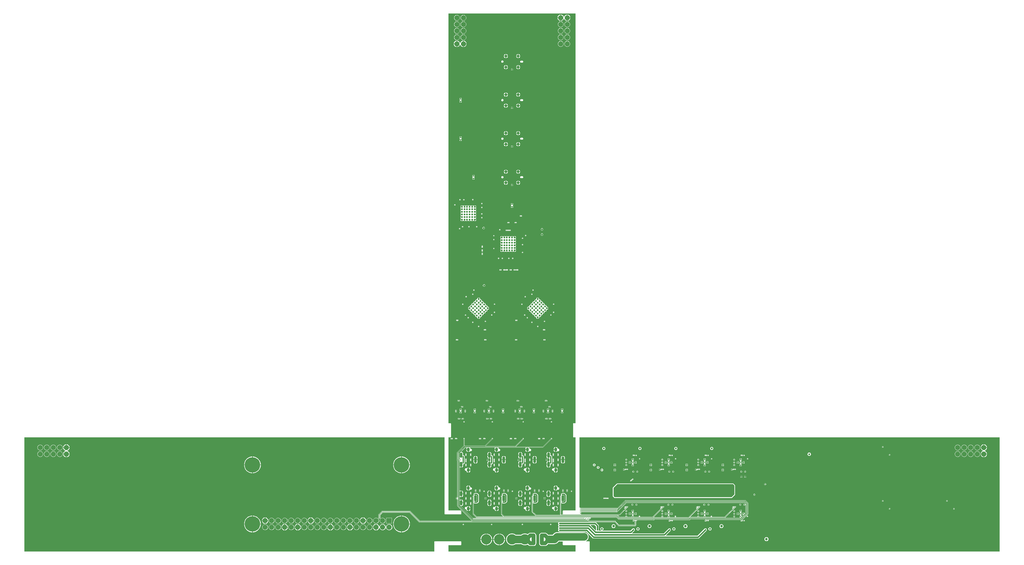
<source format=gbr>
%TF.GenerationSoftware,Altium Limited,Altium Designer,22.5.1 (42)*%
G04 Layer_Physical_Order=7*
G04 Layer_Color=48896*
%FSLAX26Y26*%
%MOIN*%
%TF.SameCoordinates,79F18A81-A5BF-4171-AD75-6FA3A7A6B408*%
%TF.FilePolarity,Positive*%
%TF.FileFunction,Copper,L7,Inr,Signal*%
%TF.Part,Single*%
G01*
G75*
%TA.AperFunction,Conductor*%
%ADD10C,0.007874*%
%ADD11C,0.005000*%
%ADD50C,0.005906*%
%ADD53C,0.059055*%
%ADD54C,0.019685*%
%ADD55C,0.118110*%
%TA.AperFunction,ComponentPad*%
%ADD64C,0.078740*%
%ADD65R,0.078740X0.078740*%
%ADD66C,0.236220*%
%ADD67C,0.043307*%
G04:AMPARAMS|DCode=68|XSize=51.181mil|YSize=39.37mil|CornerRadius=9.842mil|HoleSize=0mil|Usage=FLASHONLY|Rotation=90.000|XOffset=0mil|YOffset=0mil|HoleType=Round|Shape=RoundedRectangle|*
%AMROUNDEDRECTD68*
21,1,0.051181,0.019685,0,0,90.0*
21,1,0.031496,0.039370,0,0,90.0*
1,1,0.019685,0.009843,0.015748*
1,1,0.019685,0.009843,-0.015748*
1,1,0.019685,-0.009843,-0.015748*
1,1,0.019685,-0.009843,0.015748*
%
%ADD68ROUNDEDRECTD68*%
G04:AMPARAMS|DCode=69|XSize=90.551mil|YSize=39.37mil|CornerRadius=9.842mil|HoleSize=0mil|Usage=FLASHONLY|Rotation=90.000|XOffset=0mil|YOffset=0mil|HoleType=Round|Shape=RoundedRectangle|*
%AMROUNDEDRECTD69*
21,1,0.090551,0.019685,0,0,90.0*
21,1,0.070866,0.039370,0,0,90.0*
1,1,0.019685,0.009843,0.035433*
1,1,0.019685,0.009843,-0.035433*
1,1,0.019685,-0.009843,-0.035433*
1,1,0.019685,-0.009843,0.035433*
%
%ADD69ROUNDEDRECTD69*%
G04:AMPARAMS|DCode=70|XSize=74.803mil|YSize=39.37mil|CornerRadius=9.842mil|HoleSize=0mil|Usage=FLASHONLY|Rotation=270.000|XOffset=0mil|YOffset=0mil|HoleType=Round|Shape=RoundedRectangle|*
%AMROUNDEDRECTD70*
21,1,0.074803,0.019685,0,0,270.0*
21,1,0.055118,0.039370,0,0,270.0*
1,1,0.019685,-0.009843,-0.027559*
1,1,0.019685,-0.009843,0.027559*
1,1,0.019685,0.009843,0.027559*
1,1,0.019685,0.009843,-0.027559*
%
%ADD70ROUNDEDRECTD70*%
%TA.AperFunction,ViaPad*%
%ADD71C,0.011811*%
%ADD72C,0.118110*%
%ADD73C,0.027559*%
%ADD74C,0.019685*%
%ADD76C,0.039370*%
%ADD77C,0.157480*%
%ADD78C,0.017716*%
%ADD79C,0.013780*%
%TA.AperFunction,Conductor*%
%ADD80C,0.023622*%
G36*
X9044923Y5325156D02*
X9015750D01*
X9015576Y5325122D01*
X9015403Y5325150D01*
X9013799Y5324774D01*
X9012170Y5324507D01*
X9012169Y5324507D01*
X9012020Y5324414D01*
X9011848Y5324380D01*
X9011701Y5324282D01*
X9011530Y5324242D01*
X9010190Y5323279D01*
X9008788Y5322410D01*
X9008685Y5322267D01*
X9008540Y5322170D01*
X9008540Y5322169D01*
X9008539Y5322169D01*
X9008442Y5322024D01*
X9008299Y5321921D01*
X9007430Y5320519D01*
X9006467Y5319179D01*
X9006426Y5319007D01*
X9006329Y5318861D01*
X9006294Y5318689D01*
X9006202Y5318540D01*
X9006202Y5318539D01*
X9005935Y5316910D01*
X9005559Y5315306D01*
X9005587Y5315132D01*
X9005553Y5314959D01*
Y5118112D01*
X9005587Y5117938D01*
X9005559Y5117765D01*
X9005935Y5116161D01*
X9006202Y5114532D01*
X9006202Y5114531D01*
X9006294Y5114382D01*
X9006329Y5114210D01*
X9006427Y5114063D01*
X9006467Y5113892D01*
X9007429Y5112552D01*
X9008299Y5111150D01*
X9008442Y5111047D01*
X9008539Y5110902D01*
X9008540Y5110902D01*
X9008540Y5110901D01*
X9008685Y5110804D01*
X9008788Y5110661D01*
X9010189Y5109792D01*
X9011530Y5108829D01*
X9011702Y5108788D01*
X9011848Y5108691D01*
X9012020Y5108657D01*
X9012169Y5108564D01*
X9012170Y5108564D01*
X9013798Y5108297D01*
X9015403Y5107921D01*
X9015576Y5107949D01*
X9015750Y5107915D01*
X9044923D01*
Y3986573D01*
X8858269D01*
X8858096Y3986539D01*
X8857923Y3986567D01*
X8856319Y3986191D01*
X8854689Y3985924D01*
X8854688Y3985924D01*
X8854539Y3985831D01*
X8854368Y3985797D01*
X8854221Y3985699D01*
X8854049Y3985659D01*
X8852710Y3984697D01*
X8851308Y3983827D01*
X8851205Y3983684D01*
X8851060Y3983587D01*
X8851059Y3983586D01*
X8851059Y3983586D01*
X8850962Y3983441D01*
X8850818Y3983338D01*
X8849950Y3981937D01*
X8848986Y3980596D01*
X8848946Y3980424D01*
X8848848Y3980278D01*
X8848814Y3980106D01*
X8848722Y3979957D01*
X8848721Y3979956D01*
X8848455Y3978328D01*
X8848078Y3976723D01*
X8848107Y3976550D01*
X8848072Y3976376D01*
Y3937010D01*
X8848107Y3936836D01*
X8848078Y3936663D01*
X8848454Y3935059D01*
X8848721Y3933430D01*
X8848722Y3933429D01*
X8848814Y3933280D01*
X8848836Y3933062D01*
X8848602Y3932157D01*
X8846485Y3928679D01*
X8846016Y3928304D01*
X8830097D01*
X8823973Y3934428D01*
Y4095562D01*
X8825752Y4097028D01*
X8828973Y4097912D01*
X8829400Y4097485D01*
X8831227Y4096729D01*
X8832871Y4095630D01*
X8834809Y4095245D01*
X8836636Y4094488D01*
X8838612D01*
X8840551Y4094102D01*
X8870021D01*
X8877701Y4095630D01*
X8884213Y4099981D01*
X8898050Y4113819D01*
X8902401Y4120330D01*
X8903929Y4128011D01*
Y4218446D01*
X8902401Y4226127D01*
X8898050Y4232638D01*
X8884213Y4246475D01*
X8877701Y4250826D01*
X8870021Y4252354D01*
X8840551D01*
X8838612Y4251968D01*
X8836636D01*
X8834809Y4251212D01*
X8832871Y4250826D01*
X8831227Y4249728D01*
X8829400Y4248972D01*
X8828003Y4247574D01*
X8826359Y4246475D01*
X8825261Y4244832D01*
X8823863Y4243434D01*
X8823106Y4241608D01*
X8822008Y4239964D01*
X8821623Y4238025D01*
X8820866Y4236199D01*
Y4234222D01*
X8820480Y4232283D01*
X8820866Y4230344D01*
Y4228368D01*
X8821623Y4226542D01*
X8822008Y4224603D01*
X8823106Y4222959D01*
X8823863Y4221133D01*
X8824557Y4220439D01*
X8821860Y4216404D01*
X8821484Y4214513D01*
X8817903Y4212598D01*
X8813987D01*
X8810370Y4211100D01*
X8807601Y4208331D01*
X8806102Y4204714D01*
Y4200798D01*
X8807601Y4197181D01*
X8807917Y4196865D01*
Y3931102D01*
X8808528Y3928030D01*
X8810268Y3925425D01*
X8814581Y3921112D01*
X8812668Y3916493D01*
X8444270D01*
X8390902Y3969861D01*
Y4095562D01*
X8392681Y4097028D01*
X8395902Y4097912D01*
X8396330Y4097485D01*
X8398156Y4096729D01*
X8399800Y4095630D01*
X8401738Y4095245D01*
X8403565Y4094488D01*
X8405541D01*
X8407480Y4094102D01*
X8436950D01*
X8444631Y4095630D01*
X8451142Y4099981D01*
X8464979Y4113819D01*
X8469330Y4120330D01*
X8470858Y4128011D01*
Y4218446D01*
X8469330Y4226127D01*
X8464979Y4232638D01*
X8451142Y4246475D01*
X8444631Y4250826D01*
X8436950Y4252354D01*
X8407480D01*
X8405541Y4251968D01*
X8403565D01*
X8401738Y4251212D01*
X8399800Y4250826D01*
X8398156Y4249728D01*
X8396330Y4248972D01*
X8394932Y4247574D01*
X8393288Y4246475D01*
X8392190Y4244832D01*
X8390792Y4243434D01*
X8390036Y4241608D01*
X8388937Y4239964D01*
X8388552Y4238025D01*
X8387795Y4236199D01*
Y4234222D01*
X8387410Y4232283D01*
X8387795Y4230344D01*
Y4228368D01*
X8388552Y4226542D01*
X8388937Y4224603D01*
X8390036Y4222959D01*
X8390792Y4221133D01*
X8391486Y4220439D01*
X8388789Y4216404D01*
X8388413Y4214513D01*
X8384832Y4212598D01*
X8380916D01*
X8377299Y4211100D01*
X8374530Y4208331D01*
X8373031Y4204714D01*
Y4200798D01*
X8374530Y4197181D01*
X8374846Y4196865D01*
Y3966535D01*
X8375457Y3963463D01*
X8377197Y3960859D01*
X8428754Y3909301D01*
X8426841Y3904682D01*
X8403935D01*
X8402254Y3905016D01*
X7949841D01*
X7918461Y3936396D01*
Y4095562D01*
X7920240Y4097028D01*
X7923461Y4097912D01*
X7923889Y4097485D01*
X7925715Y4096729D01*
X7927359Y4095630D01*
X7929298Y4095245D01*
X7931124Y4094488D01*
X7933100D01*
X7935039Y4094102D01*
X7964509D01*
X7972190Y4095630D01*
X7978701Y4099981D01*
X7992539Y4113819D01*
X7996889Y4120330D01*
X7998417Y4128011D01*
Y4218446D01*
X7996889Y4226127D01*
X7992539Y4232638D01*
X7978701Y4246475D01*
X7972190Y4250826D01*
X7964509Y4252354D01*
X7935039D01*
X7933100Y4251968D01*
X7931124D01*
X7929298Y4251212D01*
X7927359Y4250826D01*
X7925715Y4249728D01*
X7923889Y4248972D01*
X7922491Y4247574D01*
X7920847Y4246475D01*
X7919749Y4244832D01*
X7918351Y4243434D01*
X7917595Y4241608D01*
X7916497Y4239964D01*
X7916111Y4238025D01*
X7915354Y4236199D01*
Y4234222D01*
X7914969Y4232283D01*
X7915354Y4230344D01*
Y4228368D01*
X7916111Y4226542D01*
X7916497Y4224603D01*
X7917595Y4222959D01*
X7918351Y4221133D01*
X7919045Y4220439D01*
X7916348Y4216404D01*
X7915972Y4214513D01*
X7912391Y4212598D01*
X7908475D01*
X7904858Y4211100D01*
X7902089Y4208331D01*
X7900591Y4204714D01*
Y4200798D01*
X7902089Y4197181D01*
X7902405Y4196865D01*
Y3933071D01*
X7903016Y3929999D01*
X7904756Y3927394D01*
X7934660Y3897490D01*
X7932747Y3892871D01*
X7528916D01*
X7485391Y3936396D01*
Y4095562D01*
X7487169Y4097028D01*
X7490391Y4097912D01*
X7490818Y4097485D01*
X7492644Y4096729D01*
X7494288Y4095630D01*
X7496227Y4095245D01*
X7498053Y4094488D01*
X7500029D01*
X7501968Y4094102D01*
X7531438D01*
X7539119Y4095630D01*
X7545630Y4099981D01*
X7559468Y4113819D01*
X7563819Y4120330D01*
X7565346Y4128011D01*
Y4218446D01*
X7563819Y4226127D01*
X7559468Y4232638D01*
X7545630Y4246475D01*
X7539119Y4250826D01*
X7531438Y4252354D01*
X7501968D01*
X7500029Y4251968D01*
X7498053D01*
X7496227Y4251212D01*
X7494288Y4250826D01*
X7492644Y4249728D01*
X7490818Y4248972D01*
X7489420Y4247574D01*
X7487776Y4246475D01*
X7486678Y4244832D01*
X7485280Y4243434D01*
X7484524Y4241608D01*
X7483426Y4239964D01*
X7483040Y4238025D01*
X7482283Y4236199D01*
Y4234222D01*
X7481898Y4232283D01*
X7482283Y4230344D01*
Y4228368D01*
X7483040Y4226542D01*
X7483426Y4224603D01*
X7484524Y4222959D01*
X7485280Y4221133D01*
X7485974Y4220439D01*
X7483277Y4216404D01*
X7482901Y4214513D01*
X7479320Y4212598D01*
X7475404D01*
X7471787Y4211100D01*
X7469018Y4208331D01*
X7467520Y4204714D01*
Y4200798D01*
X7469018Y4197181D01*
X7469334Y4196865D01*
Y3933071D01*
X7469945Y3929999D01*
X7471685Y3927394D01*
X7519913Y3879166D01*
X7519914Y3879166D01*
X7520627Y3878689D01*
X7519110Y3873689D01*
X7470837D01*
X7292605Y4051921D01*
X7294519Y4056541D01*
X7301181D01*
X7308923Y4058081D01*
X7315487Y4062466D01*
X7319872Y4069030D01*
X7321412Y4076772D01*
Y4099331D01*
X7291338D01*
Y4104331D01*
X7286338D01*
Y4152121D01*
X7281496D01*
X7276780Y4151183D01*
X7271780Y4154817D01*
Y4191639D01*
X7276780Y4195274D01*
X7281496Y4194336D01*
X7286338D01*
Y4242126D01*
Y4289916D01*
X7281496D01*
X7276780Y4288978D01*
X7271780Y4292613D01*
Y4644395D01*
X7276780Y4648030D01*
X7281496Y4647092D01*
X7286339D01*
Y4694881D01*
X7296339D01*
Y4647092D01*
X7301181D01*
X7308923Y4648632D01*
X7315487Y4653017D01*
X7319872Y4659581D01*
X7321412Y4667323D01*
Y4690296D01*
X7324803Y4694496D01*
X7326742Y4694882D01*
X7328719D01*
X7330545Y4695638D01*
X7332484Y4696024D01*
X7334127Y4697122D01*
X7335954Y4697879D01*
X7337352Y4699277D01*
X7338995Y4700375D01*
X7340093Y4702018D01*
X7341491Y4703416D01*
X7342248Y4705243D01*
X7343346Y4706886D01*
X7343732Y4708825D01*
X7344488Y4710651D01*
Y4712628D01*
X7344874Y4714567D01*
Y4812992D01*
X7344488Y4814931D01*
Y4816908D01*
X7343732Y4818734D01*
X7343346Y4820673D01*
X7342248Y4822316D01*
X7341491Y4824143D01*
X7340093Y4825541D01*
X7338995Y4827184D01*
X7337352Y4828282D01*
X7335954Y4829680D01*
X7334127Y4830437D01*
X7332484Y4831535D01*
X7330545Y4831921D01*
X7328719Y4832677D01*
X7326742D01*
X7324803Y4833063D01*
X7321412Y4837263D01*
Y4860236D01*
X7319872Y4867978D01*
X7315487Y4874542D01*
X7308923Y4878927D01*
X7301181Y4880467D01*
X7294519D01*
X7292605Y4885087D01*
X7358083Y4950564D01*
X7371360D01*
X7373717Y4946154D01*
X7373041Y4945144D01*
X7371501Y4937401D01*
Y4926653D01*
X7401574D01*
Y4921653D01*
X7406574D01*
Y4885674D01*
X7411417D01*
X7419159Y4887214D01*
X7425723Y4891600D01*
X7429439Y4897162D01*
X7434469Y4895079D01*
X7441909D01*
X7448782Y4897926D01*
X7454043Y4903186D01*
X7456890Y4910060D01*
Y4917499D01*
X7454043Y4924373D01*
X7448782Y4929633D01*
X7441909Y4932480D01*
X7434469D01*
X7431649Y4934365D01*
Y4937401D01*
X7430109Y4945144D01*
X7429433Y4946154D01*
X7431790Y4950564D01*
X7804431D01*
X7806788Y4946154D01*
X7806112Y4945144D01*
X7804572Y4937401D01*
Y4926654D01*
X7834645D01*
Y4921654D01*
X7839645D01*
Y4885674D01*
X7844488D01*
X7852230Y4887214D01*
X7858794Y4891600D01*
X7862510Y4897162D01*
X7867540Y4895079D01*
X7874980D01*
X7881853Y4897926D01*
X7887114Y4903186D01*
X7889961Y4910060D01*
Y4917499D01*
X7887114Y4924373D01*
X7881853Y4929633D01*
X7874980Y4932480D01*
X7867540D01*
X7864719Y4934365D01*
Y4937401D01*
X7863179Y4945144D01*
X7862504Y4946154D01*
X7864861Y4950564D01*
X8276871D01*
X8279228Y4946154D01*
X8278553Y4945144D01*
X8277013Y4937401D01*
Y4926653D01*
X8307086D01*
Y4921653D01*
X8312086D01*
Y4885674D01*
X8316929D01*
X8324671Y4887214D01*
X8331235Y4891600D01*
X8334951Y4897162D01*
X8339981Y4895079D01*
X8347421D01*
X8354294Y4897926D01*
X8359555Y4903186D01*
X8362402Y4910060D01*
Y4917499D01*
X8359555Y4924373D01*
X8354294Y4929633D01*
X8347421Y4932480D01*
X8339981D01*
X8337160Y4934365D01*
Y4937401D01*
X8335620Y4945144D01*
X8334945Y4946154D01*
X8337302Y4950564D01*
X8543741D01*
X8546253Y4951064D01*
X8548382Y4952486D01*
X8674636Y5078740D01*
X8677155D01*
X8680772Y5080239D01*
X8683541Y5083007D01*
X8685039Y5086625D01*
Y5090541D01*
X8683541Y5094158D01*
X8680772Y5096927D01*
X8677155Y5098425D01*
X8673239D01*
X8669622Y5096927D01*
X8666853Y5094158D01*
X8665354Y5090541D01*
Y5088022D01*
X8541023Y4963690D01*
X8133048D01*
X8131135Y4968310D01*
X8241565Y5078740D01*
X8244084D01*
X8247701Y5080239D01*
X8250470Y5083007D01*
X8251969Y5086625D01*
Y5090541D01*
X8250470Y5094158D01*
X8247701Y5096927D01*
X8244084Y5098425D01*
X8240168D01*
X8236551Y5096927D01*
X8233782Y5094158D01*
X8232283Y5090541D01*
Y5088022D01*
X8116889Y4972627D01*
X7669544D01*
X7667631Y4977247D01*
X7769124Y5078740D01*
X7771643D01*
X7775260Y5080239D01*
X7778029Y5083007D01*
X7779528Y5086625D01*
Y5090541D01*
X7778029Y5094158D01*
X7775260Y5096927D01*
X7771643Y5098425D01*
X7767727D01*
X7764110Y5096927D01*
X7761341Y5094158D01*
X7759843Y5090541D01*
Y5088022D01*
X7653385Y4981564D01*
X7347961D01*
X7343372Y4984959D01*
X7343177Y4985323D01*
Y5081226D01*
X7344958Y5083007D01*
X7346457Y5086625D01*
Y5090541D01*
X7344958Y5094158D01*
X7342190Y5096927D01*
X7338572Y5098425D01*
X7334656D01*
X7331039Y5096927D01*
X7328270Y5094158D01*
X7326772Y5090541D01*
Y5086625D01*
X7328270Y5083007D01*
X7330051Y5081226D01*
Y4979012D01*
X7228922Y4877883D01*
X7227499Y4875754D01*
X7227000Y4873242D01*
Y4751264D01*
X7227499Y4748752D01*
X7228922Y4746623D01*
X7231842Y4743703D01*
Y4201492D01*
X7213332Y4182981D01*
X7211909Y4180852D01*
X7211409Y4178341D01*
Y4166870D01*
X7211909Y4164358D01*
X7213332Y4162229D01*
X7231842Y4143718D01*
Y4058923D01*
X7232342Y4056412D01*
X7233765Y4054282D01*
X7453568Y3834479D01*
X7451655Y3829859D01*
X6664327D01*
X6516778Y3977408D01*
X6514499Y3978931D01*
X6511811Y3979466D01*
X6078938D01*
X6076250Y3978931D01*
X6073971Y3977408D01*
X6026529Y3929966D01*
X6025006Y3927687D01*
X6024471Y3924999D01*
Y3875863D01*
X6013948Y3865339D01*
X6005259Y3870356D01*
X5994245Y3873307D01*
X5982842D01*
X5971827Y3870356D01*
X5961952Y3864654D01*
X5953889Y3856591D01*
X5948188Y3846716D01*
X5945236Y3835702D01*
Y3824298D01*
X5948188Y3813284D01*
X5953889Y3803409D01*
X5961952Y3795346D01*
X5971827Y3789644D01*
X5982842Y3786693D01*
X5994245D01*
X6005259Y3789644D01*
X6015135Y3795346D01*
X6023198Y3803409D01*
X6028899Y3813284D01*
X6031850Y3824298D01*
Y3835702D01*
X6028899Y3846716D01*
X6023882Y3855405D01*
X6035289Y3866812D01*
X6038090Y3867643D01*
X6041734Y3866874D01*
X6053204Y3855405D01*
X6048188Y3846716D01*
X6045236Y3835702D01*
Y3824298D01*
X6048188Y3813284D01*
X6053889Y3803409D01*
X6061952Y3795346D01*
X6071827Y3789644D01*
X6082842Y3786693D01*
X6094245D01*
X6105259Y3789644D01*
X6115135Y3795346D01*
X6123198Y3803409D01*
X6128899Y3813284D01*
X6131850Y3824298D01*
Y3835702D01*
X6128899Y3846716D01*
X6123198Y3856591D01*
X6115135Y3864654D01*
X6105259Y3870356D01*
X6094245Y3873307D01*
X6082842D01*
X6071827Y3870356D01*
X6063139Y3865339D01*
X6052300Y3876177D01*
Y3916382D01*
X6087555Y3951637D01*
X6503194D01*
X6648774Y3806056D01*
X6651053Y3804534D01*
X6653741Y3803999D01*
X8778247D01*
X8780919Y3798999D01*
X8778816Y3795850D01*
X8777135Y3787402D01*
X8778816Y3778953D01*
X8783601Y3771790D01*
Y3769548D01*
X8778816Y3762386D01*
X8777135Y3753937D01*
X8778816Y3745488D01*
X8783601Y3738326D01*
X8784484Y3737736D01*
Y3732736D01*
X8783601Y3732147D01*
X8778816Y3724984D01*
X8777135Y3716535D01*
X8778816Y3708087D01*
X8781859Y3703532D01*
X8783199Y3699803D01*
X8781859Y3696075D01*
X8778816Y3691520D01*
X8777135Y3683071D01*
X8778816Y3674622D01*
X8783601Y3667460D01*
X8790764Y3662674D01*
X8799213Y3660993D01*
X9205422D01*
X9303286Y3563129D01*
X9310449Y3558343D01*
X9318898Y3556662D01*
X10921260D01*
X10929709Y3558343D01*
X10936871Y3563129D01*
X11049076Y3675334D01*
X11053862Y3682496D01*
X11055542Y3690945D01*
X11053862Y3699394D01*
X11049076Y3706556D01*
X11041913Y3711342D01*
X11033465Y3713023D01*
X11025016Y3711342D01*
X11017853Y3706556D01*
X10912115Y3600818D01*
X10429912D01*
X10427998Y3605437D01*
X10497895Y3675334D01*
X10502681Y3682496D01*
X10504361Y3690945D01*
X10502681Y3699394D01*
X10497895Y3706556D01*
X10490732Y3711342D01*
X10482283Y3713023D01*
X10473835Y3711342D01*
X10466672Y3706556D01*
X10394398Y3634282D01*
X9912572D01*
X9910663Y3639282D01*
X9946714Y3675334D01*
X9951499Y3682496D01*
X9953180Y3690945D01*
X9951499Y3699394D01*
X9946714Y3706556D01*
X9939551Y3711342D01*
X9931102Y3713023D01*
X9922654Y3711342D01*
X9915491Y3706556D01*
X9884556Y3675621D01*
X9401028D01*
X9398671Y3680031D01*
X9400318Y3682496D01*
X9401999Y3690945D01*
Y3750000D01*
X9400318Y3758449D01*
X9395532Y3765611D01*
X9362145Y3798999D01*
X9364216Y3803999D01*
X9645910D01*
X9704876Y3745033D01*
X9707155Y3743510D01*
X9709844Y3742975D01*
X9947637D01*
X9950325Y3743510D01*
X9952604Y3745033D01*
X9972487Y3764916D01*
X9974010Y3767195D01*
X9974544Y3769883D01*
Y3820927D01*
X9978016Y3822365D01*
X9980785Y3825133D01*
X9982283Y3828751D01*
Y3832666D01*
X9986116Y3836479D01*
X10238678D01*
X10241367Y3837014D01*
X10243646Y3838537D01*
X10252415Y3847306D01*
X10478098D01*
X10480011Y3842687D01*
X10476478Y3839153D01*
X10474955Y3836874D01*
X10474806Y3836128D01*
X10474739Y3836100D01*
X10471971Y3833331D01*
X10470472Y3829714D01*
Y3825798D01*
X10471971Y3822181D01*
X10474739Y3819412D01*
X10478357Y3817913D01*
X10482273D01*
X10485890Y3819412D01*
X10488659Y3822180D01*
X10493611Y3821071D01*
X10494105Y3820866D01*
X10498021D01*
X10501638Y3822365D01*
X10504407Y3825133D01*
X10505905Y3828751D01*
Y3832666D01*
X10506771Y3833878D01*
X10509281D01*
X10513780Y3829237D01*
Y3828751D01*
X10515278Y3825133D01*
X10518047Y3822365D01*
X10521664Y3820866D01*
X10525580D01*
X10529197Y3822365D01*
X10531966Y3825133D01*
X10533465Y3828751D01*
Y3832666D01*
X10536889Y3837463D01*
X10788060D01*
X10790748Y3837998D01*
X10793027Y3839521D01*
X10803765Y3850259D01*
X11032232D01*
X11034145Y3845639D01*
X11027659Y3839153D01*
X11026136Y3836874D01*
X11025987Y3836128D01*
X11025921Y3836100D01*
X11023152Y3833331D01*
X11021654Y3829714D01*
Y3825798D01*
X11023152Y3822181D01*
X11025921Y3819412D01*
X11029538Y3817913D01*
X11033454D01*
X11037071Y3819412D01*
X11039840Y3822180D01*
X11044792Y3821071D01*
X11045286Y3820866D01*
X11049202D01*
X11052819Y3822365D01*
X11055588Y3825133D01*
X11057087Y3828751D01*
Y3832666D01*
X11055948Y3835416D01*
X11057263Y3838640D01*
X11058527Y3840416D01*
X11063520D01*
X11064784Y3838640D01*
X11066100Y3835416D01*
X11064961Y3832666D01*
Y3828751D01*
X11066459Y3825133D01*
X11069228Y3822365D01*
X11072845Y3820866D01*
X11076761D01*
X11080379Y3822365D01*
X11083147Y3825133D01*
X11084646Y3828751D01*
Y3832666D01*
X11083507Y3835416D01*
X11084822Y3838640D01*
X11086086Y3840416D01*
X11575053D01*
X11576025Y3839231D01*
X11576418Y3835416D01*
X11574333Y3833331D01*
X11572835Y3829714D01*
Y3825798D01*
X11574333Y3822181D01*
X11577102Y3819412D01*
X11580719Y3817913D01*
X11584635D01*
X11588253Y3819412D01*
X11591021Y3822180D01*
X11595974Y3821071D01*
X11596468Y3820866D01*
X11600383D01*
X11604001Y3822365D01*
X11606769Y3825133D01*
X11608268Y3828751D01*
Y3832666D01*
X11606769Y3836284D01*
X11604001Y3839053D01*
X11602272Y3839769D01*
X11600748Y3844700D01*
X11600808Y3845375D01*
X11689022Y3933590D01*
X11690545Y3935868D01*
X11691079Y3938557D01*
Y4099322D01*
X11690545Y4102010D01*
X11689022Y4104289D01*
X11652517Y4140794D01*
X11650238Y4142317D01*
X11647550Y4142851D01*
X9805683D01*
X9802995Y4142317D01*
X9800716Y4140794D01*
X9688600Y4028678D01*
X9122052D01*
X9120733Y4029997D01*
X9117115Y4031496D01*
X9113200D01*
X9109582Y4029997D01*
X9104684Y4032170D01*
X9104684Y5107915D01*
X15540986D01*
Y3356653D01*
X9262164Y3356652D01*
Y3503935D01*
X9262129Y3504109D01*
X9262158Y3504282D01*
X9261782Y3505886D01*
X9261515Y3507515D01*
X9261514Y3507516D01*
X9261422Y3507665D01*
X9261388Y3507837D01*
X9261290Y3507984D01*
X9261250Y3508155D01*
X9260287Y3509495D01*
X9259418Y3510897D01*
X9259274Y3511000D01*
X9259178Y3511145D01*
X9259177Y3511145D01*
X9259176Y3511146D01*
X9259031Y3511243D01*
X9258929Y3511386D01*
X9257527Y3512255D01*
X9256187Y3513218D01*
X9256015Y3513259D01*
X9255869Y3513356D01*
X9255697Y3513390D01*
X9255548Y3513483D01*
X9255547Y3513483D01*
X9253918Y3513750D01*
X9252314Y3514126D01*
X9252140Y3514098D01*
X9251967Y3514132D01*
X9205994D01*
X9205000Y3519132D01*
X9206796Y3519876D01*
X9209705Y3521820D01*
X9212790Y3523469D01*
X9215494Y3525688D01*
X9218403Y3527632D01*
X9220876Y3530105D01*
X9223581Y3532325D01*
X9225800Y3535029D01*
X9228274Y3537503D01*
X9230217Y3540411D01*
X9232436Y3543116D01*
X9234085Y3546201D01*
X9236029Y3549110D01*
X9237368Y3552342D01*
X9239017Y3555427D01*
X9240032Y3558774D01*
X9241371Y3562006D01*
X9242054Y3565438D01*
X9243069Y3568785D01*
X9243412Y3572266D01*
X9244094Y3575698D01*
Y3579196D01*
X9244437Y3582677D01*
X9244094Y3586159D01*
Y3589657D01*
X9243412Y3593088D01*
X9243069Y3596569D01*
X9242054Y3599916D01*
X9241371Y3603348D01*
X9240032Y3606581D01*
X9239017Y3609928D01*
X9237368Y3613013D01*
X9236029Y3616245D01*
X9234085Y3619154D01*
X9232436Y3622239D01*
X9230217Y3624943D01*
X9228274Y3627852D01*
X9225800Y3630325D01*
X9223581Y3633030D01*
X9220876Y3635249D01*
X9218403Y3637722D01*
X9215494Y3639666D01*
X9212790Y3641885D01*
X9209705Y3643534D01*
X9206796Y3645478D01*
X9203564Y3646817D01*
X9200479Y3648466D01*
X9197132Y3649481D01*
X9193899Y3650820D01*
X9190468Y3651503D01*
X9187121Y3652518D01*
X9183639Y3652861D01*
X9180208Y3653543D01*
X9176710D01*
X9173228Y3653886D01*
X8759843D01*
X8745950Y3652518D01*
X8732592Y3648466D01*
X8720281Y3641885D01*
X8709490Y3633030D01*
X8709490Y3633029D01*
X8690977Y3614516D01*
X8641732D01*
X8638251Y3614173D01*
X8634753D01*
X8631321Y3613491D01*
X8627840Y3613148D01*
X8626268Y3612671D01*
X8607094Y3631845D01*
X8598459Y3638471D01*
X8588403Y3642637D01*
X8577611Y3644057D01*
X8577610Y3644057D01*
X8527559D01*
X8516767Y3642637D01*
X8506711Y3638471D01*
X8498076Y3631845D01*
X8491450Y3623210D01*
X8487284Y3613154D01*
X8485864Y3602362D01*
Y3484252D01*
X8487284Y3473461D01*
X8491450Y3463404D01*
X8498076Y3454769D01*
X8506711Y3448143D01*
X8516767Y3443977D01*
X8527559Y3442557D01*
X8577610D01*
X8577611Y3442557D01*
X8588403Y3443977D01*
X8598459Y3448143D01*
X8607094Y3454769D01*
X8626268Y3473943D01*
X8627840Y3473466D01*
X8631321Y3473124D01*
X8634753Y3472441D01*
X8638251D01*
X8641732Y3472098D01*
X8720472D01*
X8734365Y3473466D01*
X8747723Y3477519D01*
X8760034Y3484099D01*
X8770825Y3492955D01*
X8789338Y3511468D01*
X8845210D01*
X8846251Y3510555D01*
X8848550Y3506468D01*
X8848455Y3505887D01*
X8848078Y3504282D01*
X8848107Y3504109D01*
X8848072Y3503935D01*
Y3464568D01*
X8848107Y3464395D01*
X8848078Y3464222D01*
X8848454Y3462618D01*
X8848721Y3460988D01*
X8848722Y3460988D01*
X8848814Y3460839D01*
X8848848Y3460667D01*
X8848946Y3460520D01*
X8848987Y3460349D01*
X8849949Y3459009D01*
X8850818Y3457607D01*
X8850962Y3457504D01*
X8851059Y3457359D01*
X8851059Y3457358D01*
X8851060Y3457358D01*
X8851205Y3457261D01*
X8851308Y3457118D01*
X8852709Y3456249D01*
X8854049Y3455286D01*
X8854221Y3455245D01*
X8854368Y3455148D01*
X8854540Y3455113D01*
X8854689Y3455021D01*
X8854689Y3455021D01*
X8856318Y3454754D01*
X8857923Y3454378D01*
X8858096Y3454406D01*
X8858269Y3454372D01*
X9044923D01*
Y3356652D01*
X7096810D01*
Y3454372D01*
X7283463D01*
X7283637Y3454406D01*
X7283810Y3454378D01*
X7285414Y3454754D01*
X7287043Y3455021D01*
X7287044Y3455021D01*
X7287193Y3455113D01*
X7287365Y3455148D01*
X7287511Y3455245D01*
X7287683Y3455286D01*
X7289023Y3456248D01*
X7290425Y3457118D01*
X7290528Y3457261D01*
X7290673Y3457358D01*
X7290673Y3457358D01*
X7290674Y3457359D01*
X7290771Y3457504D01*
X7290914Y3457607D01*
X7291783Y3459008D01*
X7292746Y3460349D01*
X7292786Y3460521D01*
X7292884Y3460667D01*
X7292918Y3460839D01*
X7293011Y3460988D01*
X7293011Y3460988D01*
X7293278Y3462617D01*
X7293654Y3464222D01*
X7293626Y3464395D01*
X7293660Y3464568D01*
Y3503935D01*
X7293626Y3504109D01*
X7293654Y3504282D01*
X7293278Y3505886D01*
X7293011Y3507515D01*
X7293011Y3507516D01*
X7292918Y3507665D01*
X7292884Y3507837D01*
X7292786Y3507984D01*
X7292746Y3508155D01*
X7291783Y3509495D01*
X7290914Y3510897D01*
X7290771Y3511000D01*
X7290674Y3511145D01*
X7290673Y3511145D01*
X7290673Y3511146D01*
X7290528Y3511243D01*
X7290425Y3511386D01*
X7289023Y3512255D01*
X7287683Y3513218D01*
X7287511Y3513259D01*
X7287365Y3513356D01*
X7287193Y3513390D01*
X7287044Y3513483D01*
X7287043Y3513483D01*
X7285414Y3513750D01*
X7283810Y3514126D01*
X7283636Y3514098D01*
X7283463Y3514132D01*
X6889765D01*
X6889592Y3514098D01*
X6889419Y3514126D01*
X6887815Y3513750D01*
X6886185Y3513483D01*
X6886185Y3513483D01*
X6886035Y3513390D01*
X6885864Y3513356D01*
X6885717Y3513258D01*
X6885546Y3513218D01*
X6884206Y3512256D01*
X6882804Y3511386D01*
X6882701Y3511243D01*
X6882556Y3511146D01*
X6882555Y3511145D01*
X6882555Y3511145D01*
X6882458Y3511000D01*
X6882315Y3510897D01*
X6881446Y3509496D01*
X6880483Y3508155D01*
X6880442Y3507983D01*
X6880345Y3507837D01*
X6880310Y3507665D01*
X6880218Y3507516D01*
X6880218Y3507515D01*
X6879951Y3505887D01*
X6879574Y3504282D01*
X6879603Y3504109D01*
X6879568Y3503935D01*
Y3356652D01*
X600747Y3356653D01*
Y5107915D01*
X7037049D01*
X7037049Y3937010D01*
X7037083Y3936836D01*
X7037055Y3936663D01*
X7037431Y3935059D01*
X7037698Y3933430D01*
X7037698Y3933429D01*
X7037791Y3933280D01*
X7037825Y3933108D01*
X7037923Y3932961D01*
X7037963Y3932790D01*
X7038925Y3931450D01*
X7039795Y3930048D01*
X7039938Y3929945D01*
X7040035Y3929800D01*
X7040036Y3929800D01*
X7040036Y3929799D01*
X7040181Y3929702D01*
X7040284Y3929559D01*
X7041685Y3928690D01*
X7043026Y3927727D01*
X7043198Y3927686D01*
X7043344Y3927589D01*
X7043516Y3927554D01*
X7043665Y3927462D01*
X7043666Y3927462D01*
X7045294Y3927195D01*
X7046899Y3926819D01*
X7047072Y3926847D01*
X7047246Y3926812D01*
X7283463D01*
X7283637Y3926847D01*
X7283810Y3926819D01*
X7285414Y3927195D01*
X7287043Y3927462D01*
X7287044Y3927462D01*
X7287193Y3927554D01*
X7287365Y3927589D01*
X7287511Y3927686D01*
X7287683Y3927727D01*
X7289023Y3928689D01*
X7290425Y3929559D01*
X7290528Y3929702D01*
X7290673Y3929799D01*
X7290673Y3929800D01*
X7290674Y3929800D01*
X7290771Y3929945D01*
X7290914Y3930048D01*
X7291783Y3931449D01*
X7292746Y3932790D01*
X7292786Y3932961D01*
X7292884Y3933108D01*
X7292918Y3933280D01*
X7293011Y3933429D01*
X7293011Y3933430D01*
X7293278Y3935058D01*
X7293654Y3936663D01*
X7293626Y3936836D01*
X7293660Y3937010D01*
Y3976376D01*
X7293626Y3976550D01*
X7293654Y3976723D01*
X7293278Y3978327D01*
X7293011Y3979956D01*
X7293011Y3979957D01*
X7292918Y3980106D01*
X7292884Y3980278D01*
X7292786Y3980425D01*
X7292746Y3980596D01*
X7291783Y3981936D01*
X7290914Y3983338D01*
X7290771Y3983441D01*
X7290674Y3983586D01*
X7290673Y3983586D01*
X7290673Y3983587D01*
X7290528Y3983684D01*
X7290425Y3983827D01*
X7289023Y3984696D01*
X7287683Y3985659D01*
X7287511Y3985700D01*
X7287365Y3985797D01*
X7287193Y3985831D01*
X7287044Y3985924D01*
X7287043Y3985924D01*
X7285414Y3986191D01*
X7283810Y3986567D01*
X7283636Y3986539D01*
X7283463Y3986573D01*
X7096810D01*
Y5107915D01*
X7125983D01*
X7126156Y5107949D01*
X7126329Y5107921D01*
X7127933Y5108297D01*
X7129563Y5108564D01*
X7129564Y5108564D01*
X7129713Y5108657D01*
X7129885Y5108691D01*
X7130031Y5108789D01*
X7130203Y5108829D01*
X7131542Y5109791D01*
X7132944Y5110661D01*
X7133047Y5110804D01*
X7133192Y5110901D01*
X7133193Y5110902D01*
X7133193Y5110902D01*
X7133290Y5111047D01*
X7133434Y5111150D01*
X7134302Y5112551D01*
X7135266Y5113892D01*
X7135306Y5114064D01*
X7135404Y5114210D01*
X7135438Y5114382D01*
X7135530Y5114531D01*
X7135530Y5114532D01*
X7135797Y5116160D01*
X7136174Y5117765D01*
X7136145Y5117938D01*
X7136180Y5118112D01*
Y5314959D01*
X7136145Y5315133D01*
X7136173Y5315306D01*
X7135797Y5316910D01*
X7135530Y5318539D01*
X7135530Y5318540D01*
X7135438Y5318689D01*
X7135404Y5318861D01*
X7135306Y5319007D01*
X7135266Y5319179D01*
X7134303Y5320519D01*
X7133434Y5321921D01*
X7133290Y5322024D01*
X7133193Y5322169D01*
X7133193Y5322169D01*
X7133192Y5322170D01*
X7133047Y5322267D01*
X7132944Y5322410D01*
X7131543Y5323279D01*
X7130203Y5324242D01*
X7130031Y5324282D01*
X7129885Y5324380D01*
X7129712Y5324414D01*
X7129564Y5324507D01*
X7129563Y5324507D01*
X7127934Y5324774D01*
X7126329Y5325150D01*
X7126156Y5325122D01*
X7125983Y5325156D01*
X7096810D01*
Y11603978D01*
X9044923D01*
Y5325156D01*
D02*
G37*
G36*
X11645545Y4086140D02*
X11645374Y4085576D01*
X11639797Y4084415D01*
X11637727Y4086485D01*
X11632662Y4088582D01*
X11627181D01*
X11622116Y4086485D01*
X11618240Y4082608D01*
X11616142Y4077544D01*
Y4072062D01*
X11618240Y4066997D01*
X11622116Y4063121D01*
X11627181Y4061023D01*
X11632662D01*
X11637727Y4063121D01*
X11641603Y4066997D01*
X11642503Y4069169D01*
X11647503Y4068175D01*
Y3953697D01*
X11638750Y3944945D01*
X11633846Y3945920D01*
X11633113Y3947690D01*
X11627808Y3952995D01*
X11622126Y3955349D01*
Y3937008D01*
X11617126D01*
Y3932008D01*
X11598785D01*
X11601139Y3926326D01*
X11606444Y3921021D01*
X11608214Y3920287D01*
X11609189Y3915384D01*
X11595453Y3901648D01*
X11590549Y3902623D01*
X11589413Y3905367D01*
X11584108Y3910672D01*
X11577652Y3913347D01*
X11577404Y3915847D01*
X11577652Y3918347D01*
X11584108Y3921021D01*
X11589413Y3926326D01*
X11591766Y3932008D01*
X11555084D01*
X11557438Y3926326D01*
X11562743Y3921021D01*
X11569199Y3918347D01*
X11569446Y3915847D01*
X11569199Y3913347D01*
X11562743Y3910672D01*
X11557438Y3905367D01*
X11555084Y3899685D01*
X11573425D01*
Y3889685D01*
X11555084D01*
X11557438Y3884003D01*
X11562290Y3879151D01*
X11562020Y3877043D01*
X11560757Y3874151D01*
X11340856D01*
X11338943Y3878770D01*
X11493638Y4033465D01*
X11494084D01*
X11497701Y4034963D01*
X11500470Y4037732D01*
X11501969Y4041349D01*
Y4045265D01*
X11500470Y4048882D01*
X11497701Y4051651D01*
X11494084Y4053150D01*
X11490168D01*
X11486551Y4051651D01*
X11483782Y4048882D01*
X11482966Y4046912D01*
X11478069D01*
X11477559Y4047165D01*
X11476848Y4048882D01*
X11474079Y4051651D01*
X11470462Y4053150D01*
X11466546D01*
X11462929Y4051651D01*
X11460160Y4048882D01*
X11459139Y4046417D01*
X11453529D01*
X11447683Y4043996D01*
X11443209Y4039521D01*
X11441548Y4035512D01*
X11456693D01*
Y4025512D01*
X11441548D01*
X11443209Y4021502D01*
X11447683Y4017028D01*
X11448341Y4016755D01*
X11449317Y4011851D01*
X11323446Y3885981D01*
X11134865D01*
X11132794Y3890981D01*
X11133344Y3891531D01*
X11134843Y3895148D01*
Y3899064D01*
X11133344Y3902682D01*
X11130575Y3905450D01*
X11126958Y3906949D01*
X11123042D01*
X11119425Y3905450D01*
X11116656Y3902682D01*
X11115158Y3899064D01*
Y3895148D01*
X11116656Y3891531D01*
X11117206Y3890981D01*
X11115135Y3885981D01*
X11043551D01*
X11041076Y3889685D01*
X11003413D01*
X11000938Y3885981D01*
X10938491D01*
X10935150Y3890981D01*
X10935630Y3892140D01*
Y3897230D01*
X10933682Y3901933D01*
X10930083Y3905532D01*
X10925380Y3907480D01*
X10920290D01*
X10915587Y3905532D01*
X10911987Y3901933D01*
X10910040Y3897230D01*
Y3892140D01*
X10910520Y3890981D01*
X10907178Y3885981D01*
X10801506D01*
X10799592Y3890601D01*
X10942456Y4033465D01*
X10942903D01*
X10946520Y4034963D01*
X10949289Y4037732D01*
X10950788Y4041349D01*
Y4045265D01*
X10949289Y4048882D01*
X10946520Y4051651D01*
X10942903Y4053150D01*
X10938987D01*
X10935370Y4051651D01*
X10932601Y4048882D01*
X10931785Y4046912D01*
X10926888D01*
X10926378Y4047165D01*
X10925667Y4048882D01*
X10922898Y4051651D01*
X10919281Y4053150D01*
X10915365D01*
X10911747Y4051651D01*
X10908979Y4048882D01*
X10907958Y4046417D01*
X10902348D01*
X10896502Y4043996D01*
X10892028Y4039521D01*
X10890367Y4035512D01*
X10905512D01*
Y4025512D01*
X10890367D01*
X10892028Y4021502D01*
X10896502Y4017028D01*
X10897160Y4016755D01*
X10898135Y4011851D01*
X10771281Y3884997D01*
X10582375D01*
X10580629Y3889997D01*
X10582163Y3891531D01*
X10583661Y3895148D01*
Y3899064D01*
X10582163Y3902682D01*
X10579394Y3905450D01*
X10575777Y3906949D01*
X10571861D01*
X10568244Y3905450D01*
X10565475Y3902682D01*
X10563976Y3899064D01*
Y3895148D01*
X10565475Y3891531D01*
X10567009Y3889997D01*
X10565263Y3884997D01*
X10491962D01*
X10489184Y3889154D01*
X10489404Y3889685D01*
X10452722D01*
X10452942Y3889154D01*
X10450164Y3884997D01*
X10386593D01*
X10383561Y3889997D01*
X10384449Y3892140D01*
Y3897230D01*
X10382501Y3901933D01*
X10378901Y3905532D01*
X10374199Y3907480D01*
X10369108D01*
X10364406Y3905532D01*
X10360806Y3901933D01*
X10358858Y3897230D01*
Y3892140D01*
X10359746Y3889997D01*
X10356714Y3884997D01*
X10249340D01*
X10247427Y3889616D01*
X10391275Y4033465D01*
X10391722D01*
X10395339Y4034963D01*
X10398108Y4037732D01*
X10399606Y4041349D01*
Y4045265D01*
X10398108Y4048882D01*
X10395339Y4051651D01*
X10391722Y4053150D01*
X10387806D01*
X10384189Y4051651D01*
X10381420Y4048882D01*
X10380603Y4046912D01*
X10375707D01*
X10375197Y4047165D01*
X10374486Y4048882D01*
X10371717Y4051651D01*
X10368099Y4053150D01*
X10364184D01*
X10360566Y4051651D01*
X10357798Y4048882D01*
X10356776Y4046417D01*
X10351167D01*
X10345321Y4043996D01*
X10340846Y4039521D01*
X10339186Y4035512D01*
X10354331D01*
Y4025512D01*
X10339186D01*
X10340846Y4021502D01*
X10345321Y4017028D01*
X10345979Y4016755D01*
X10346954Y4011851D01*
X10221084Y3885981D01*
X10032503D01*
X10030432Y3890981D01*
X10030982Y3891531D01*
X10032480Y3895148D01*
Y3899064D01*
X10030982Y3902682D01*
X10028213Y3905450D01*
X10024596Y3906949D01*
X10020680D01*
X10017062Y3905450D01*
X10014294Y3902682D01*
X10012795Y3899064D01*
Y3895148D01*
X10014294Y3891531D01*
X10014844Y3890981D01*
X10012773Y3885981D01*
X9941188D01*
X9938713Y3889685D01*
X9901050D01*
X9898575Y3885981D01*
X9836129D01*
X9832788Y3890981D01*
X9833268Y3892140D01*
Y3897230D01*
X9831320Y3901933D01*
X9827720Y3905532D01*
X9823017Y3907480D01*
X9817927D01*
X9813225Y3905532D01*
X9809625Y3901933D01*
X9807677Y3897230D01*
Y3892140D01*
X9808157Y3890981D01*
X9804816Y3885981D01*
X9720845D01*
X9699198Y3907628D01*
X9701112Y3912247D01*
X9715551D01*
X9718623Y3912858D01*
X9721228Y3914599D01*
X9840094Y4033465D01*
X9840540D01*
X9844158Y4034963D01*
X9846927Y4037732D01*
X9848425Y4041349D01*
Y4045265D01*
X9846927Y4048882D01*
X9844158Y4051651D01*
X9840540Y4053150D01*
X9836625D01*
X9833007Y4051651D01*
X9830239Y4048882D01*
X9829422Y4046912D01*
X9824526D01*
X9824016Y4047165D01*
X9823305Y4048882D01*
X9820536Y4051651D01*
X9816918Y4053150D01*
X9813003D01*
X9809385Y4051651D01*
X9806617Y4048882D01*
X9805595Y4046417D01*
X9799986D01*
X9794140Y4043996D01*
X9789665Y4039521D01*
X9788004Y4035512D01*
X9803149D01*
Y4025512D01*
X9788004D01*
X9789665Y4021502D01*
X9794140Y4017028D01*
X9794798Y4016755D01*
X9795773Y4011851D01*
X9712226Y3928304D01*
X9130113D01*
X9128042Y3933304D01*
X9128641Y3933904D01*
X9130302Y3937913D01*
X9115157D01*
Y3947913D01*
X9130302D01*
X9129201Y3950574D01*
X9131524Y3955574D01*
X9674213D01*
X9676901Y3956108D01*
X9679180Y3957631D01*
X9820823Y4099275D01*
X11632410D01*
X11645545Y4086140D01*
D02*
G37*
G36*
X9679284Y4009629D02*
X9678859Y4008993D01*
X9127601D01*
X9125974Y4011811D01*
X9127601Y4014629D01*
X9676612D01*
X9679284Y4009629D01*
D02*
G37*
G36*
X9673518Y3989944D02*
X9673094Y3989308D01*
X9127601D01*
X9125974Y3992126D01*
X9127601Y3994944D01*
X9670846D01*
X9673518Y3989944D01*
D02*
G37*
G36*
X9667753Y3970259D02*
X9667328Y3969623D01*
X9127601D01*
X9125974Y3972441D01*
X9127601Y3975259D01*
X9665080D01*
X9667753Y3970259D01*
D02*
G37*
G36*
X9691174Y3859481D02*
X9691348Y3859364D01*
X9702058Y3848654D01*
X9702058Y3848654D01*
X9704663Y3846914D01*
X9707735Y3846302D01*
X9707736Y3846302D01*
X9925913D01*
X9927827Y3841683D01*
X9925296Y3839153D01*
X9923774Y3836874D01*
X9923625Y3836128D01*
X9923558Y3836100D01*
X9920790Y3833331D01*
X9919291Y3829714D01*
Y3825798D01*
X9920790Y3822181D01*
X9923558Y3819412D01*
X9927176Y3817913D01*
X9931092D01*
X9934709Y3819412D01*
X9937478Y3822180D01*
X9942430Y3821071D01*
X9942924Y3820866D01*
X9944790D01*
X9946715Y3818941D01*
Y3778500D01*
X9939020Y3770804D01*
X9718461D01*
X9661463Y3827802D01*
X9659185Y3829325D01*
X9656496Y3829859D01*
X9246264D01*
X9244351Y3834479D01*
X9267156Y3857284D01*
X9269674D01*
X9273292Y3858782D01*
X9276060Y3861551D01*
X9277559Y3865168D01*
Y3869084D01*
X9276428Y3871814D01*
X9277765Y3875071D01*
X9279019Y3876814D01*
X9673840D01*
X9691174Y3859481D01*
D02*
G37*
G36*
X9357844Y3740855D02*
Y3690945D01*
X9359472Y3682759D01*
X9359257Y3682446D01*
X9354836Y3680324D01*
X9274455Y3760704D01*
X9276369Y3765324D01*
X9333375D01*
X9357844Y3740855D01*
D02*
G37*
%LPC*%
G36*
X8911141Y11587953D02*
X8909642D01*
X8897086Y11584588D01*
X8885828Y11578089D01*
X8876636Y11568897D01*
X8870136Y11557639D01*
X8868730Y11552391D01*
X8863553D01*
X8862147Y11557639D01*
X8855648Y11568897D01*
X8846456Y11578089D01*
X8835198Y11584588D01*
X8822641Y11587953D01*
X8821141D01*
Y11538583D01*
Y11489213D01*
X8822641D01*
X8835198Y11492577D01*
X8846456Y11499077D01*
X8855648Y11508269D01*
X8862147Y11519527D01*
X8863553Y11524774D01*
X8868730D01*
X8870136Y11519527D01*
X8876636Y11508269D01*
X8885828Y11499077D01*
X8897086Y11492577D01*
X8909642Y11489213D01*
X8911141D01*
Y11538583D01*
Y11587953D01*
D02*
G37*
G36*
X8922641D02*
X8921141D01*
Y11543583D01*
X8965512D01*
Y11545082D01*
X8962147Y11557639D01*
X8955648Y11568897D01*
X8946456Y11578089D01*
X8935198Y11584588D01*
X8922641Y11587953D01*
D02*
G37*
G36*
X8811141D02*
X8809642D01*
X8797086Y11584588D01*
X8785828Y11578089D01*
X8776636Y11568897D01*
X8770136Y11557639D01*
X8766772Y11545082D01*
Y11543583D01*
X8811141D01*
Y11587953D01*
D02*
G37*
G36*
X7331292Y11581890D02*
X7319889D01*
X7308875Y11578939D01*
X7298999Y11573237D01*
X7290936Y11565174D01*
X7285235Y11555299D01*
X7282283Y11544284D01*
Y11532881D01*
X7285235Y11521867D01*
X7290936Y11511992D01*
X7298999Y11503928D01*
X7308875Y11498227D01*
X7319889Y11495276D01*
X7331292D01*
X7342306Y11498227D01*
X7352182Y11503928D01*
X7360245Y11511992D01*
X7365946Y11521867D01*
X7368898Y11532881D01*
Y11544284D01*
X7365946Y11555299D01*
X7360245Y11565174D01*
X7352182Y11573237D01*
X7342306Y11578939D01*
X7331292Y11581890D01*
D02*
G37*
G36*
X7231292D02*
X7219889D01*
X7208875Y11578939D01*
X7198999Y11573237D01*
X7190936Y11565174D01*
X7185235Y11555299D01*
X7182283Y11544284D01*
Y11532881D01*
X7185235Y11521867D01*
X7190936Y11511992D01*
X7198999Y11503928D01*
X7208875Y11498227D01*
X7219889Y11495276D01*
X7231292D01*
X7242306Y11498227D01*
X7252182Y11503928D01*
X7260245Y11511992D01*
X7265946Y11521867D01*
X7268898Y11532881D01*
Y11544284D01*
X7265946Y11555299D01*
X7260245Y11565174D01*
X7252182Y11573237D01*
X7242306Y11578939D01*
X7231292Y11581890D01*
D02*
G37*
G36*
X8965512Y11533583D02*
X8921141D01*
Y11489213D01*
X8922641D01*
X8935198Y11492577D01*
X8946456Y11499077D01*
X8955648Y11508269D01*
X8962147Y11519527D01*
X8965512Y11532083D01*
Y11533583D01*
D02*
G37*
G36*
X8811141D02*
X8766772D01*
Y11532083D01*
X8770136Y11519527D01*
X8776636Y11508269D01*
X8785828Y11499077D01*
X8797086Y11492577D01*
X8809642Y11489213D01*
X8811141D01*
Y11533583D01*
D02*
G37*
G36*
X8921843Y11481890D02*
X8910440D01*
X8899426Y11478939D01*
X8889550Y11473237D01*
X8881487Y11465174D01*
X8875786Y11455299D01*
X8872835Y11444284D01*
Y11432881D01*
X8875786Y11421867D01*
X8881487Y11411992D01*
X8889550Y11403928D01*
X8899426Y11398227D01*
X8910440Y11395276D01*
X8921843D01*
X8932858Y11398227D01*
X8942733Y11403928D01*
X8950796Y11411992D01*
X8956497Y11421867D01*
X8959449Y11432881D01*
Y11444284D01*
X8956497Y11455299D01*
X8950796Y11465174D01*
X8942733Y11473237D01*
X8932858Y11478939D01*
X8921843Y11481890D01*
D02*
G37*
G36*
X8821843D02*
X8810440D01*
X8799426Y11478939D01*
X8789550Y11473237D01*
X8781487Y11465174D01*
X8775786Y11455299D01*
X8772835Y11444284D01*
Y11432881D01*
X8775786Y11421867D01*
X8781487Y11411992D01*
X8789550Y11403928D01*
X8799426Y11398227D01*
X8810440Y11395276D01*
X8821843D01*
X8832858Y11398227D01*
X8842733Y11403928D01*
X8850796Y11411992D01*
X8856497Y11421867D01*
X8859449Y11432881D01*
Y11444284D01*
X8856497Y11455299D01*
X8850796Y11465174D01*
X8842733Y11473237D01*
X8832858Y11478939D01*
X8821843Y11481890D01*
D02*
G37*
G36*
X7331292D02*
X7319889D01*
X7308875Y11478939D01*
X7298999Y11473237D01*
X7290936Y11465174D01*
X7285235Y11455299D01*
X7282283Y11444284D01*
Y11432881D01*
X7285235Y11421867D01*
X7290936Y11411992D01*
X7298999Y11403928D01*
X7308875Y11398227D01*
X7319889Y11395276D01*
X7331292D01*
X7342306Y11398227D01*
X7352182Y11403928D01*
X7360245Y11411992D01*
X7365946Y11421867D01*
X7368898Y11432881D01*
Y11444284D01*
X7365946Y11455299D01*
X7360245Y11465174D01*
X7352182Y11473237D01*
X7342306Y11478939D01*
X7331292Y11481890D01*
D02*
G37*
G36*
X7231292D02*
X7219889D01*
X7208875Y11478939D01*
X7198999Y11473237D01*
X7190936Y11465174D01*
X7185235Y11455299D01*
X7182283Y11444284D01*
Y11432881D01*
X7185235Y11421867D01*
X7190936Y11411992D01*
X7198999Y11403928D01*
X7208875Y11398227D01*
X7219889Y11395276D01*
X7231292D01*
X7242306Y11398227D01*
X7252182Y11403928D01*
X7260245Y11411992D01*
X7265946Y11421867D01*
X7268898Y11432881D01*
Y11444284D01*
X7265946Y11455299D01*
X7260245Y11465174D01*
X7252182Y11473237D01*
X7242306Y11478939D01*
X7231292Y11481890D01*
D02*
G37*
G36*
X8921843Y11381890D02*
X8910440D01*
X8899426Y11378939D01*
X8889550Y11373237D01*
X8881487Y11365174D01*
X8875786Y11355299D01*
X8872835Y11344284D01*
Y11332881D01*
X8875786Y11321867D01*
X8881487Y11311992D01*
X8889550Y11303928D01*
X8899426Y11298227D01*
X8910440Y11295276D01*
X8921843D01*
X8932858Y11298227D01*
X8942733Y11303928D01*
X8950796Y11311992D01*
X8956497Y11321867D01*
X8959449Y11332881D01*
Y11344284D01*
X8956497Y11355299D01*
X8950796Y11365174D01*
X8942733Y11373237D01*
X8932858Y11378939D01*
X8921843Y11381890D01*
D02*
G37*
G36*
X8821843D02*
X8810440D01*
X8799426Y11378939D01*
X8789550Y11373237D01*
X8781487Y11365174D01*
X8775786Y11355299D01*
X8772835Y11344284D01*
Y11332881D01*
X8775786Y11321867D01*
X8781487Y11311992D01*
X8789550Y11303928D01*
X8799426Y11298227D01*
X8810440Y11295276D01*
X8821843D01*
X8832858Y11298227D01*
X8842733Y11303928D01*
X8850796Y11311992D01*
X8856497Y11321867D01*
X8859449Y11332881D01*
Y11344284D01*
X8856497Y11355299D01*
X8850796Y11365174D01*
X8842733Y11373237D01*
X8832858Y11378939D01*
X8821843Y11381890D01*
D02*
G37*
G36*
X7331292D02*
X7319889D01*
X7308875Y11378939D01*
X7298999Y11373237D01*
X7290936Y11365174D01*
X7285235Y11355299D01*
X7282283Y11344284D01*
Y11332881D01*
X7285235Y11321867D01*
X7290936Y11311992D01*
X7298999Y11303928D01*
X7308875Y11298227D01*
X7319889Y11295276D01*
X7331292D01*
X7342306Y11298227D01*
X7352182Y11303928D01*
X7360245Y11311992D01*
X7365946Y11321867D01*
X7368898Y11332881D01*
Y11344284D01*
X7365946Y11355299D01*
X7360245Y11365174D01*
X7352182Y11373237D01*
X7342306Y11378939D01*
X7331292Y11381890D01*
D02*
G37*
G36*
X7231292D02*
X7219889D01*
X7208875Y11378939D01*
X7198999Y11373237D01*
X7190936Y11365174D01*
X7185235Y11355299D01*
X7182283Y11344284D01*
Y11332881D01*
X7185235Y11321867D01*
X7190936Y11311992D01*
X7198999Y11303928D01*
X7208875Y11298227D01*
X7219889Y11295276D01*
X7231292D01*
X7242306Y11298227D01*
X7252182Y11303928D01*
X7260245Y11311992D01*
X7265946Y11321867D01*
X7268898Y11332881D01*
Y11344284D01*
X7265946Y11355299D01*
X7260245Y11365174D01*
X7252182Y11373237D01*
X7242306Y11378939D01*
X7231292Y11381890D01*
D02*
G37*
G36*
X8921843Y11281890D02*
X8910440D01*
X8899426Y11278939D01*
X8889550Y11273237D01*
X8881487Y11265174D01*
X8875786Y11255299D01*
X8872835Y11244284D01*
Y11232881D01*
X8875786Y11221867D01*
X8881487Y11211992D01*
X8889550Y11203928D01*
X8899426Y11198227D01*
X8910440Y11195276D01*
X8921843D01*
X8932858Y11198227D01*
X8942733Y11203928D01*
X8950796Y11211992D01*
X8956497Y11221867D01*
X8959449Y11232881D01*
Y11244284D01*
X8956497Y11255299D01*
X8950796Y11265174D01*
X8942733Y11273237D01*
X8932858Y11278939D01*
X8921843Y11281890D01*
D02*
G37*
G36*
X8821843D02*
X8810440D01*
X8799426Y11278939D01*
X8789550Y11273237D01*
X8781487Y11265174D01*
X8775786Y11255299D01*
X8772835Y11244284D01*
Y11232881D01*
X8775786Y11221867D01*
X8781487Y11211992D01*
X8789550Y11203928D01*
X8799426Y11198227D01*
X8810440Y11195276D01*
X8821843D01*
X8832858Y11198227D01*
X8842733Y11203928D01*
X8850796Y11211992D01*
X8856497Y11221867D01*
X8859449Y11232881D01*
Y11244284D01*
X8856497Y11255299D01*
X8850796Y11265174D01*
X8842733Y11273237D01*
X8832858Y11278939D01*
X8821843Y11281890D01*
D02*
G37*
G36*
X7331292D02*
X7319889D01*
X7308875Y11278939D01*
X7298999Y11273237D01*
X7290936Y11265174D01*
X7285235Y11255299D01*
X7282283Y11244284D01*
Y11232881D01*
X7285235Y11221867D01*
X7290936Y11211992D01*
X7298999Y11203928D01*
X7308875Y11198227D01*
X7319889Y11195276D01*
X7331292D01*
X7342306Y11198227D01*
X7352182Y11203928D01*
X7360245Y11211992D01*
X7365946Y11221867D01*
X7368898Y11232881D01*
Y11244284D01*
X7365946Y11255299D01*
X7360245Y11265174D01*
X7352182Y11273237D01*
X7342306Y11278939D01*
X7331292Y11281890D01*
D02*
G37*
G36*
X7231292D02*
X7219889D01*
X7208875Y11278939D01*
X7198999Y11273237D01*
X7190936Y11265174D01*
X7185235Y11255299D01*
X7182283Y11244284D01*
Y11232881D01*
X7185235Y11221867D01*
X7190936Y11211992D01*
X7198999Y11203928D01*
X7208875Y11198227D01*
X7219889Y11195276D01*
X7231292D01*
X7242306Y11198227D01*
X7252182Y11203928D01*
X7260245Y11211992D01*
X7265946Y11221867D01*
X7268898Y11232881D01*
Y11244284D01*
X7265946Y11255299D01*
X7260245Y11265174D01*
X7252182Y11273237D01*
X7242306Y11278939D01*
X7231292Y11281890D01*
D02*
G37*
G36*
X7320591Y11187953D02*
X7319091D01*
X7306534Y11184588D01*
X7295277Y11178089D01*
X7286085Y11168897D01*
X7279585Y11157639D01*
X7278179Y11152391D01*
X7273002D01*
X7271596Y11157639D01*
X7265096Y11168897D01*
X7255904Y11178089D01*
X7244647Y11184588D01*
X7232090Y11187953D01*
X7230591D01*
Y11138582D01*
Y11089213D01*
X7232090D01*
X7244647Y11092577D01*
X7255904Y11099077D01*
X7265096Y11108269D01*
X7271596Y11119527D01*
X7273002Y11124774D01*
X7278179D01*
X7279585Y11119527D01*
X7286085Y11108269D01*
X7295277Y11099077D01*
X7306534Y11092577D01*
X7319091Y11089213D01*
X7320591D01*
Y11138582D01*
Y11187953D01*
D02*
G37*
G36*
X7332090D02*
X7330591D01*
Y11143582D01*
X7374961D01*
Y11145082D01*
X7371596Y11157639D01*
X7365096Y11168897D01*
X7355904Y11178089D01*
X7344647Y11184588D01*
X7332090Y11187953D01*
D02*
G37*
G36*
X7220591D02*
X7219091D01*
X7206534Y11184588D01*
X7195277Y11178089D01*
X7186085Y11168897D01*
X7179585Y11157639D01*
X7176221Y11145082D01*
Y11143582D01*
X7220591D01*
Y11187953D01*
D02*
G37*
G36*
X8921843Y11181890D02*
X8910440D01*
X8899426Y11178939D01*
X8889550Y11173237D01*
X8881487Y11165174D01*
X8875786Y11155299D01*
X8872835Y11144284D01*
Y11132881D01*
X8875786Y11121867D01*
X8881487Y11111992D01*
X8889550Y11103928D01*
X8899426Y11098227D01*
X8910440Y11095276D01*
X8921843D01*
X8932858Y11098227D01*
X8942733Y11103928D01*
X8950796Y11111992D01*
X8956497Y11121867D01*
X8959449Y11132881D01*
Y11144284D01*
X8956497Y11155299D01*
X8950796Y11165174D01*
X8942733Y11173237D01*
X8932858Y11178939D01*
X8921843Y11181890D01*
D02*
G37*
G36*
X8821843D02*
X8810440D01*
X8799426Y11178939D01*
X8789550Y11173237D01*
X8781487Y11165174D01*
X8775786Y11155299D01*
X8772835Y11144284D01*
Y11132881D01*
X8775786Y11121867D01*
X8781487Y11111992D01*
X8789550Y11103928D01*
X8799426Y11098227D01*
X8810440Y11095276D01*
X8821843D01*
X8832858Y11098227D01*
X8842733Y11103928D01*
X8850796Y11111992D01*
X8856497Y11121867D01*
X8859449Y11132881D01*
Y11144284D01*
X8856497Y11155299D01*
X8850796Y11165174D01*
X8842733Y11173237D01*
X8832858Y11178939D01*
X8821843Y11181890D01*
D02*
G37*
G36*
X7374961Y11133582D02*
X7330591D01*
Y11089213D01*
X7332090D01*
X7344647Y11092577D01*
X7355904Y11099077D01*
X7365096Y11108269D01*
X7371596Y11119527D01*
X7374961Y11132083D01*
Y11133582D01*
D02*
G37*
G36*
X7220591D02*
X7176221D01*
Y11132083D01*
X7179585Y11119527D01*
X7186085Y11108269D01*
X7195277Y11099077D01*
X7206534Y11092577D01*
X7219091Y11089213D01*
X7220591D01*
Y11133582D01*
D02*
G37*
G36*
X8170355Y10982218D02*
Y10955787D01*
X8196785D01*
X8194851Y10963005D01*
X8190683Y10970223D01*
X8184790Y10976117D01*
X8177572Y10980284D01*
X8170355Y10982218D01*
D02*
G37*
G36*
X7981377Y10982218D02*
Y10955787D01*
X8007808D01*
X8005874Y10963005D01*
X8001707Y10970223D01*
X7995814Y10976117D01*
X7988596Y10980284D01*
X7981377Y10982218D01*
D02*
G37*
G36*
X7971377Y10982218D02*
X7964160Y10980284D01*
X7956942Y10976117D01*
X7951049Y10970223D01*
X7946882Y10963005D01*
X7944947Y10955787D01*
X7971377D01*
Y10982218D01*
D02*
G37*
G36*
X8160355Y10982218D02*
X8153136Y10980284D01*
X8145919Y10976117D01*
X8140025Y10970223D01*
X8135858Y10963005D01*
X8133924Y10955787D01*
X8160355D01*
Y10982218D01*
D02*
G37*
G36*
X7971377Y10945787D02*
X7944948D01*
X7946882Y10938570D01*
X7951049Y10931352D01*
X7956942Y10925458D01*
X7964160Y10921291D01*
X7971377Y10919357D01*
Y10945787D01*
D02*
G37*
G36*
X8196785D02*
X8170355D01*
Y10919357D01*
X8177572Y10921291D01*
X8184790Y10925458D01*
X8190683Y10931352D01*
X8194851Y10938570D01*
X8196785Y10945787D01*
D02*
G37*
G36*
X8160355D02*
X8133924D01*
X8135858Y10938570D01*
X8140025Y10931352D01*
X8145919Y10925458D01*
X8153136Y10921291D01*
X8160355Y10919357D01*
Y10945787D01*
D02*
G37*
G36*
X8007808D02*
X7981377D01*
Y10919357D01*
X7988596Y10921291D01*
X7995814Y10925458D01*
X8001707Y10931352D01*
X8005874Y10938570D01*
X8007808Y10945787D01*
D02*
G37*
G36*
X8226772Y10881797D02*
X8210236D01*
X8204245Y10880605D01*
X8199166Y10877211D01*
X8195773Y10872133D01*
X8194581Y10866142D01*
X8195773Y10860151D01*
X8199166Y10855072D01*
X8204245Y10851678D01*
X8210236Y10850487D01*
X8226772D01*
X8232763Y10851678D01*
X8237841Y10855072D01*
X8241235Y10860151D01*
X8242427Y10866142D01*
X8241235Y10872133D01*
X8237841Y10877211D01*
X8232763Y10880605D01*
X8226772Y10881797D01*
D02*
G37*
G36*
X7926596Y10883071D02*
X7919861D01*
X7913639Y10880494D01*
X7908877Y10875731D01*
X7906299Y10869509D01*
Y10862774D01*
X7908877Y10856552D01*
X7913639Y10851790D01*
X7919861Y10849213D01*
X7926596D01*
X7932818Y10851790D01*
X7937580Y10856552D01*
X7940157Y10862774D01*
Y10869509D01*
X7937580Y10875731D01*
X7932818Y10880494D01*
X7926596Y10883071D01*
D02*
G37*
G36*
X8170355Y10812926D02*
Y10786496D01*
X8196785D01*
X8194851Y10793714D01*
X8190683Y10800932D01*
X8184790Y10806825D01*
X8177572Y10810992D01*
X8170355Y10812926D01*
D02*
G37*
G36*
X7981377Y10812926D02*
Y10786496D01*
X8007808D01*
X8005874Y10793714D01*
X8001707Y10800932D01*
X7995814Y10806825D01*
X7988596Y10810992D01*
X7981377Y10812926D01*
D02*
G37*
G36*
X7971377Y10812926D02*
X7964160Y10810992D01*
X7956942Y10806825D01*
X7951049Y10800932D01*
X7946882Y10793714D01*
X7944948Y10786496D01*
X7971377D01*
Y10812926D01*
D02*
G37*
G36*
X8160355Y10812926D02*
X8153136Y10810992D01*
X8145919Y10806825D01*
X8140025Y10800932D01*
X8135858Y10793714D01*
X8133924Y10786496D01*
X8160355D01*
Y10812926D01*
D02*
G37*
G36*
X8075866Y10763176D02*
Y10753031D01*
X8086011D01*
X8084350Y10757041D01*
X8079876Y10761515D01*
X8075866Y10763176D01*
D02*
G37*
G36*
X8065866D02*
X8061856Y10761515D01*
X8057382Y10757041D01*
X8055721Y10753031D01*
X8065866D01*
Y10763176D01*
D02*
G37*
G36*
X7971377Y10776496D02*
X7944948D01*
X7946882Y10769278D01*
X7951049Y10762060D01*
X7956942Y10756167D01*
X7964160Y10752000D01*
X7971377Y10750066D01*
Y10776496D01*
D02*
G37*
G36*
X8196785D02*
X8170355D01*
Y10750066D01*
X8177572Y10752000D01*
X8184790Y10756167D01*
X8190683Y10762060D01*
X8194851Y10769278D01*
X8196785Y10776496D01*
D02*
G37*
G36*
X8160355D02*
X8133924D01*
X8135858Y10769278D01*
X8140025Y10762060D01*
X8145919Y10756167D01*
X8153136Y10752000D01*
X8160355Y10750066D01*
Y10776496D01*
D02*
G37*
G36*
X8007808D02*
X7981377D01*
Y10750066D01*
X7988596Y10752000D01*
X7995814Y10756167D01*
X8001707Y10762060D01*
X8005874Y10769278D01*
X8007808Y10776496D01*
D02*
G37*
G36*
X8086011Y10743031D02*
X8075866D01*
Y10732887D01*
X8079876Y10734548D01*
X8084350Y10739022D01*
X8086011Y10743031D01*
D02*
G37*
G36*
X8065866D02*
X8055721D01*
X8057382Y10739022D01*
X8061856Y10734548D01*
X8065866Y10732887D01*
Y10743031D01*
D02*
G37*
G36*
X8170355Y10391667D02*
Y10365236D01*
X8196785D01*
X8194851Y10372454D01*
X8190683Y10379672D01*
X8184790Y10385565D01*
X8177572Y10389733D01*
X8170355Y10391667D01*
D02*
G37*
G36*
X7981377Y10391667D02*
Y10365236D01*
X8007808D01*
X8005874Y10372454D01*
X8001707Y10379672D01*
X7995814Y10385565D01*
X7988596Y10389733D01*
X7981377Y10391667D01*
D02*
G37*
G36*
X7971377Y10391666D02*
X7964160Y10389733D01*
X7956942Y10385565D01*
X7951049Y10379672D01*
X7946882Y10372454D01*
X7944947Y10365236D01*
X7971377D01*
Y10391666D01*
D02*
G37*
G36*
X8160355Y10391667D02*
X8153136Y10389733D01*
X8145919Y10385565D01*
X8140025Y10379672D01*
X8135858Y10372454D01*
X8133924Y10365236D01*
X8160355D01*
Y10391667D01*
D02*
G37*
G36*
X7971377Y10355236D02*
X7944948D01*
X7946882Y10348019D01*
X7951049Y10340801D01*
X7956942Y10334907D01*
X7964160Y10330740D01*
X7971377Y10328806D01*
Y10355236D01*
D02*
G37*
G36*
X8196784D02*
X8170355D01*
Y10328806D01*
X8177572Y10330740D01*
X8184790Y10334907D01*
X8190683Y10340801D01*
X8194851Y10348019D01*
X8196784Y10355236D01*
D02*
G37*
G36*
X8160355D02*
X8133924D01*
X8135858Y10348019D01*
X8140025Y10340801D01*
X8145919Y10334907D01*
X8153136Y10330740D01*
X8160355Y10328806D01*
Y10355236D01*
D02*
G37*
G36*
X8007808D02*
X7981377D01*
Y10328806D01*
X7988596Y10330740D01*
X7995814Y10334907D01*
X8001707Y10340801D01*
X8005874Y10348019D01*
X8007808Y10355236D01*
D02*
G37*
G36*
X7288465Y10311648D02*
Y10298307D01*
X7301806D01*
X7299452Y10303989D01*
X7294147Y10309294D01*
X7288465Y10311648D01*
D02*
G37*
G36*
X7278465D02*
X7272782Y10309294D01*
X7267477Y10303989D01*
X7265124Y10298307D01*
X7278465D01*
Y10311648D01*
D02*
G37*
G36*
X7301806Y10288307D02*
X7265124D01*
X7267477Y10282625D01*
X7271401Y10278701D01*
X7272289Y10275591D01*
X7271401Y10272480D01*
X7267477Y10268556D01*
X7265124Y10262874D01*
X7301806D01*
X7299452Y10268556D01*
X7295528Y10272480D01*
X7294641Y10275591D01*
X7295528Y10278701D01*
X7299452Y10282625D01*
X7301806Y10288307D01*
D02*
G37*
G36*
X8226772Y10291246D02*
X8210236D01*
X8204245Y10290054D01*
X8199166Y10286660D01*
X8195773Y10281582D01*
X8194581Y10275591D01*
X8195773Y10269600D01*
X8199166Y10264521D01*
X8204245Y10261127D01*
X8210236Y10259935D01*
X8226772D01*
X8232763Y10261127D01*
X8237841Y10264521D01*
X8241235Y10269600D01*
X8242427Y10275591D01*
X8241235Y10281582D01*
X8237841Y10286660D01*
X8232763Y10290054D01*
X8226772Y10291246D01*
D02*
G37*
G36*
X7926596Y10292520D02*
X7919861D01*
X7913639Y10289942D01*
X7908877Y10285180D01*
X7906299Y10278958D01*
Y10272223D01*
X7908877Y10266001D01*
X7913639Y10261239D01*
X7919861Y10258662D01*
X7926596D01*
X7932818Y10261239D01*
X7937580Y10266001D01*
X7940157Y10272223D01*
Y10278958D01*
X7937580Y10285180D01*
X7932818Y10289942D01*
X7926596Y10292520D01*
D02*
G37*
G36*
X7301806Y10252874D02*
X7288465D01*
Y10239533D01*
X7294147Y10241887D01*
X7299452Y10247192D01*
X7301806Y10252874D01*
D02*
G37*
G36*
X7278465D02*
X7265124D01*
X7267477Y10247192D01*
X7272782Y10241887D01*
X7278465Y10239533D01*
Y10252874D01*
D02*
G37*
G36*
X8170355Y10222375D02*
Y10195945D01*
X8196785D01*
X8194851Y10203163D01*
X8190683Y10210381D01*
X8184790Y10216274D01*
X8177572Y10220441D01*
X8170355Y10222375D01*
D02*
G37*
G36*
X7981377Y10222375D02*
Y10195945D01*
X8007808D01*
X8005874Y10203163D01*
X8001707Y10210381D01*
X7995814Y10216274D01*
X7988596Y10220441D01*
X7981377Y10222375D01*
D02*
G37*
G36*
X7971377Y10222375D02*
X7964160Y10220441D01*
X7956942Y10216274D01*
X7951049Y10210381D01*
X7946882Y10203163D01*
X7944948Y10195945D01*
X7971377D01*
Y10222375D01*
D02*
G37*
G36*
X8160355Y10222375D02*
X8153136Y10220441D01*
X8145919Y10216274D01*
X8140025Y10210381D01*
X8135858Y10203163D01*
X8133924Y10195945D01*
X8160355D01*
Y10222375D01*
D02*
G37*
G36*
X8075866Y10172625D02*
Y10162480D01*
X8086011D01*
X8084350Y10166490D01*
X8079876Y10170964D01*
X8075866Y10172625D01*
D02*
G37*
G36*
X8065866D02*
X8061856Y10170964D01*
X8057382Y10166490D01*
X8055721Y10162480D01*
X8065866D01*
Y10172625D01*
D02*
G37*
G36*
X7971377Y10185945D02*
X7944948D01*
X7946882Y10178727D01*
X7951049Y10171509D01*
X7956942Y10165616D01*
X7964160Y10161449D01*
X7971377Y10159515D01*
Y10185945D01*
D02*
G37*
G36*
X8196785D02*
X8170355D01*
Y10159515D01*
X8177572Y10161449D01*
X8184790Y10165616D01*
X8190683Y10171509D01*
X8194851Y10178727D01*
X8196785Y10185945D01*
D02*
G37*
G36*
X8160355D02*
X8133924D01*
X8135858Y10178727D01*
X8140025Y10171509D01*
X8145919Y10165616D01*
X8153136Y10161449D01*
X8160355Y10159514D01*
Y10185945D01*
D02*
G37*
G36*
X8007808D02*
X7981377D01*
Y10159514D01*
X7988596Y10161449D01*
X7995814Y10165616D01*
X8001707Y10171509D01*
X8005874Y10178727D01*
X8007808Y10185945D01*
D02*
G37*
G36*
X8086011Y10152480D02*
X8075866D01*
Y10142335D01*
X8079876Y10143996D01*
X8084350Y10148471D01*
X8086011Y10152480D01*
D02*
G37*
G36*
X8065866D02*
X8055721D01*
X8057382Y10148471D01*
X8061856Y10143996D01*
X8065866Y10142335D01*
Y10152480D01*
D02*
G37*
G36*
X8170355Y9801115D02*
Y9774684D01*
X8196785D01*
X8194851Y9781903D01*
X8190683Y9789121D01*
X8184790Y9795014D01*
X8177572Y9799181D01*
X8170355Y9801115D01*
D02*
G37*
G36*
X7981377Y9801116D02*
Y9774684D01*
X8007808D01*
X8005874Y9781903D01*
X8001707Y9789121D01*
X7995814Y9795014D01*
X7988596Y9799181D01*
X7981377Y9801116D01*
D02*
G37*
G36*
X7971377Y9801115D02*
X7964160Y9799181D01*
X7956942Y9795014D01*
X7951049Y9789121D01*
X7946882Y9781903D01*
X7944947Y9774684D01*
X7971377D01*
Y9801115D01*
D02*
G37*
G36*
X8160355Y9801115D02*
X8153136Y9799181D01*
X8145919Y9795014D01*
X8140025Y9789121D01*
X8135858Y9781903D01*
X8133924Y9774684D01*
X8160355D01*
Y9801115D01*
D02*
G37*
G36*
X7971377Y9764684D02*
X7944948D01*
X7946882Y9757467D01*
X7951049Y9750249D01*
X7956942Y9744356D01*
X7964160Y9740189D01*
X7971377Y9738255D01*
Y9764684D01*
D02*
G37*
G36*
X8196784D02*
X8170355D01*
Y9738255D01*
X8177572Y9740189D01*
X8184790Y9744356D01*
X8190683Y9750249D01*
X8194851Y9757467D01*
X8196784Y9764684D01*
D02*
G37*
G36*
X8160355D02*
X8133924D01*
X8135858Y9757467D01*
X8140025Y9750249D01*
X8145919Y9744356D01*
X8153136Y9740189D01*
X8160355Y9738255D01*
Y9764684D01*
D02*
G37*
G36*
X8007808D02*
X7981377D01*
Y9738255D01*
X7988596Y9740189D01*
X7995814Y9744356D01*
X8001707Y9750249D01*
X8005874Y9757467D01*
X8007808Y9764684D01*
D02*
G37*
G36*
X7288465Y9721097D02*
Y9707756D01*
X7301806D01*
X7299452Y9713438D01*
X7294147Y9718743D01*
X7288465Y9721097D01*
D02*
G37*
G36*
X7278465D02*
X7272782Y9718743D01*
X7267477Y9713438D01*
X7265124Y9707756D01*
X7278465D01*
Y9721097D01*
D02*
G37*
G36*
X7301806Y9697756D02*
X7265124D01*
X7267477Y9692074D01*
X7271401Y9688150D01*
X7272289Y9685039D01*
X7271401Y9681929D01*
X7267477Y9678005D01*
X7265124Y9672323D01*
X7301806D01*
X7299452Y9678005D01*
X7295528Y9681929D01*
X7294641Y9685039D01*
X7295528Y9688150D01*
X7299452Y9692074D01*
X7301806Y9697756D01*
D02*
G37*
G36*
X8226772Y9700694D02*
X8210236D01*
X8204245Y9699503D01*
X8199166Y9696109D01*
X8195773Y9691030D01*
X8194581Y9685039D01*
X8195773Y9679049D01*
X8199166Y9673970D01*
X8204245Y9670576D01*
X8210236Y9669384D01*
X8226772D01*
X8232763Y9670576D01*
X8237841Y9673970D01*
X8241235Y9679049D01*
X8242427Y9685039D01*
X8241235Y9691030D01*
X8237841Y9696109D01*
X8232763Y9699503D01*
X8226772Y9700694D01*
D02*
G37*
G36*
X7926596Y9701969D02*
X7919861D01*
X7913639Y9699391D01*
X7908877Y9694629D01*
X7906299Y9688407D01*
Y9681672D01*
X7908877Y9675450D01*
X7913639Y9670688D01*
X7919861Y9668110D01*
X7926596D01*
X7932818Y9670688D01*
X7937580Y9675450D01*
X7940157Y9681672D01*
Y9688407D01*
X7937580Y9694629D01*
X7932818Y9699391D01*
X7926596Y9701969D01*
D02*
G37*
G36*
X7301806Y9662323D02*
X7288465D01*
Y9648982D01*
X7294147Y9651336D01*
X7299452Y9656641D01*
X7301806Y9662323D01*
D02*
G37*
G36*
X7278465D02*
X7265124D01*
X7267477Y9656641D01*
X7272782Y9651336D01*
X7278465Y9648982D01*
Y9662323D01*
D02*
G37*
G36*
X8170355Y9631824D02*
Y9605394D01*
X8196785D01*
X8194851Y9612612D01*
X8190683Y9619829D01*
X8184790Y9625723D01*
X8177572Y9629890D01*
X8170355Y9631824D01*
D02*
G37*
G36*
X7981377Y9631824D02*
Y9605394D01*
X8007808D01*
X8005874Y9612612D01*
X8001707Y9619829D01*
X7995814Y9625723D01*
X7988596Y9629890D01*
X7981377Y9631824D01*
D02*
G37*
G36*
X7971377Y9631824D02*
X7964160Y9629890D01*
X7956942Y9625723D01*
X7951049Y9619829D01*
X7946882Y9612612D01*
X7944948Y9605394D01*
X7971377D01*
Y9631824D01*
D02*
G37*
G36*
X8160355Y9631824D02*
X8153136Y9629890D01*
X8145919Y9625723D01*
X8140025Y9619829D01*
X8135858Y9612612D01*
X8133924Y9605394D01*
X8160355D01*
Y9631824D01*
D02*
G37*
G36*
X8075866Y9582074D02*
Y9571929D01*
X8086011D01*
X8084350Y9575939D01*
X8079876Y9580413D01*
X8075866Y9582074D01*
D02*
G37*
G36*
X8065866D02*
X8061856Y9580413D01*
X8057382Y9575939D01*
X8055721Y9571929D01*
X8065866D01*
Y9582074D01*
D02*
G37*
G36*
X7971377Y9595394D02*
X7944948D01*
X7946882Y9588176D01*
X7951049Y9580958D01*
X7956942Y9575065D01*
X7964160Y9570897D01*
X7971377Y9568963D01*
Y9595394D01*
D02*
G37*
G36*
X8196785D02*
X8170355D01*
Y9568963D01*
X8177572Y9570897D01*
X8184790Y9575065D01*
X8190683Y9580958D01*
X8194851Y9588176D01*
X8196785Y9595394D01*
D02*
G37*
G36*
X8160355D02*
X8133924D01*
X8135858Y9588176D01*
X8140025Y9580958D01*
X8145919Y9575065D01*
X8153136Y9570897D01*
X8160355Y9568963D01*
Y9595394D01*
D02*
G37*
G36*
X8007808D02*
X7981377D01*
Y9568963D01*
X7988596Y9570897D01*
X7995814Y9575065D01*
X8001707Y9580958D01*
X8005874Y9588176D01*
X8007808Y9595394D01*
D02*
G37*
G36*
X8086011Y9561929D02*
X8075866D01*
Y9551784D01*
X8079876Y9553445D01*
X8084350Y9557919D01*
X8086011Y9561929D01*
D02*
G37*
G36*
X8065866D02*
X8055721D01*
X8057382Y9557919D01*
X8061856Y9553445D01*
X8065866Y9551784D01*
Y9561929D01*
D02*
G37*
G36*
X8170355Y9210564D02*
Y9184133D01*
X8196785D01*
X8194851Y9191352D01*
X8190683Y9198570D01*
X8184790Y9204463D01*
X8177572Y9208630D01*
X8170355Y9210564D01*
D02*
G37*
G36*
X7981377Y9210564D02*
Y9184133D01*
X8007808D01*
X8005874Y9191352D01*
X8001707Y9198570D01*
X7995814Y9204463D01*
X7988596Y9208630D01*
X7981377Y9210564D01*
D02*
G37*
G36*
X7971377Y9210564D02*
X7964160Y9208630D01*
X7956942Y9204463D01*
X7951049Y9198570D01*
X7946882Y9191352D01*
X7944947Y9184133D01*
X7971377D01*
Y9210564D01*
D02*
G37*
G36*
X8160355Y9210564D02*
X8153136Y9208630D01*
X8145919Y9204463D01*
X8140025Y9198570D01*
X8135858Y9191352D01*
X8133924Y9184133D01*
X8160355D01*
Y9210564D01*
D02*
G37*
G36*
X7971377Y9174133D02*
X7944948D01*
X7946882Y9166916D01*
X7951049Y9159698D01*
X7956942Y9153805D01*
X7964160Y9149638D01*
X7971377Y9147704D01*
Y9174133D01*
D02*
G37*
G36*
X8196784D02*
X8170355D01*
Y9147704D01*
X8177572Y9149638D01*
X8184790Y9153805D01*
X8190683Y9159698D01*
X8194851Y9166916D01*
X8196784Y9174133D01*
D02*
G37*
G36*
X8160355D02*
X8133924D01*
X8135858Y9166916D01*
X8140025Y9159698D01*
X8145919Y9153805D01*
X8153136Y9149638D01*
X8160355Y9147703D01*
Y9174133D01*
D02*
G37*
G36*
X8007808D02*
X7981377D01*
Y9147703D01*
X7988596Y9149638D01*
X7995814Y9153805D01*
X8001707Y9159698D01*
X8005874Y9166916D01*
X8007808Y9174133D01*
D02*
G37*
G36*
X7485315Y9130546D02*
Y9117205D01*
X7498656D01*
X7496302Y9122887D01*
X7490997Y9128192D01*
X7485315Y9130546D01*
D02*
G37*
G36*
X7475315D02*
X7469633Y9128192D01*
X7464328Y9122887D01*
X7461974Y9117205D01*
X7475315D01*
Y9130546D01*
D02*
G37*
G36*
X7498656Y9107205D02*
X7461974D01*
X7464328Y9101522D01*
X7468251Y9097599D01*
X7469139Y9094488D01*
X7468251Y9091378D01*
X7464328Y9087454D01*
X7461974Y9081772D01*
X7498656D01*
X7496302Y9087454D01*
X7492379Y9091378D01*
X7491491Y9094488D01*
X7492379Y9097599D01*
X7496302Y9101522D01*
X7498656Y9107205D01*
D02*
G37*
G36*
X8226772Y9110143D02*
X8210236D01*
X8204245Y9108952D01*
X8199166Y9105558D01*
X8195773Y9100479D01*
X8194581Y9094488D01*
X8195773Y9088497D01*
X8199166Y9083418D01*
X8204245Y9080025D01*
X8210236Y9078833D01*
X8226772D01*
X8232763Y9080025D01*
X8237841Y9083418D01*
X8241235Y9088497D01*
X8242427Y9094488D01*
X8241235Y9100479D01*
X8237841Y9105558D01*
X8232763Y9108952D01*
X8226772Y9110143D01*
D02*
G37*
G36*
X7926596Y9111417D02*
X7919861D01*
X7913639Y9108840D01*
X7908877Y9104078D01*
X7906299Y9097856D01*
Y9091121D01*
X7908877Y9084899D01*
X7913639Y9080136D01*
X7919861Y9077559D01*
X7926596D01*
X7932818Y9080136D01*
X7937580Y9084899D01*
X7940157Y9091121D01*
Y9097856D01*
X7937580Y9104078D01*
X7932818Y9108840D01*
X7926596Y9111417D01*
D02*
G37*
G36*
X7498656Y9071772D02*
X7485315D01*
Y9058431D01*
X7490997Y9060784D01*
X7496302Y9066089D01*
X7498656Y9071772D01*
D02*
G37*
G36*
X7475315D02*
X7461974D01*
X7464328Y9066089D01*
X7469633Y9060784D01*
X7475315Y9058431D01*
Y9071772D01*
D02*
G37*
G36*
X8170355Y9041273D02*
Y9014842D01*
X8196785D01*
X8194851Y9022060D01*
X8190683Y9029278D01*
X8184790Y9035172D01*
X8177572Y9039339D01*
X8170355Y9041273D01*
D02*
G37*
G36*
X7981377Y9041273D02*
Y9014842D01*
X8007808D01*
X8005874Y9022060D01*
X8001707Y9029278D01*
X7995814Y9035172D01*
X7988596Y9039339D01*
X7981377Y9041273D01*
D02*
G37*
G36*
X7971377Y9041273D02*
X7964160Y9039339D01*
X7956942Y9035172D01*
X7951049Y9029278D01*
X7946882Y9022060D01*
X7944948Y9014842D01*
X7971377D01*
Y9041273D01*
D02*
G37*
G36*
X8160355Y9041273D02*
X8153136Y9039339D01*
X8145919Y9035172D01*
X8140025Y9029278D01*
X8135858Y9022060D01*
X8133924Y9014842D01*
X8160355D01*
Y9041273D01*
D02*
G37*
G36*
X8075866Y8991523D02*
Y8981378D01*
X8086011D01*
X8084350Y8985388D01*
X8079876Y8989862D01*
X8075866Y8991523D01*
D02*
G37*
G36*
X8065866D02*
X8061856Y8989862D01*
X8057382Y8985388D01*
X8055721Y8981378D01*
X8065866D01*
Y8991523D01*
D02*
G37*
G36*
X7971377Y9004842D02*
X7944948D01*
X7946882Y8997625D01*
X7951049Y8990407D01*
X7956942Y8984513D01*
X7964160Y8980346D01*
X7971377Y8978412D01*
Y9004842D01*
D02*
G37*
G36*
X8196785D02*
X8170355D01*
Y8978412D01*
X8177572Y8980346D01*
X8184790Y8984513D01*
X8190683Y8990407D01*
X8194851Y8997625D01*
X8196785Y9004842D01*
D02*
G37*
G36*
X8160355D02*
X8133924D01*
X8135858Y8997625D01*
X8140025Y8990407D01*
X8145919Y8984513D01*
X8153136Y8980346D01*
X8160355Y8978412D01*
Y9004842D01*
D02*
G37*
G36*
X8007808D02*
X7981377D01*
Y8978412D01*
X7988596Y8980346D01*
X7995814Y8984513D01*
X8001707Y8990407D01*
X8005874Y8997625D01*
X8007808Y9004842D01*
D02*
G37*
G36*
X8086011Y8971378D02*
X8075866D01*
Y8961233D01*
X8079876Y8962894D01*
X8084350Y8967368D01*
X8086011Y8971378D01*
D02*
G37*
G36*
X8065866D02*
X8055721D01*
X8057382Y8967368D01*
X8061856Y8962894D01*
X8065866Y8961233D01*
Y8971378D01*
D02*
G37*
G36*
X7472430Y8760827D02*
X7468515D01*
X7464897Y8759328D01*
X7462128Y8756560D01*
X7460630Y8752942D01*
Y8749026D01*
X7462128Y8745409D01*
X7464897Y8742640D01*
X7468515Y8741142D01*
X7472430D01*
X7476048Y8742640D01*
X7478816Y8745409D01*
X7480315Y8749026D01*
Y8752942D01*
X7478816Y8756560D01*
X7476048Y8759328D01*
X7472430Y8760827D01*
D02*
G37*
G36*
X7334635Y8759843D02*
X7330719D01*
X7327102Y8758344D01*
X7324333Y8755575D01*
X7322835Y8751958D01*
Y8748042D01*
X7324333Y8744425D01*
X7327102Y8741656D01*
X7330719Y8740157D01*
X7334635D01*
X7338252Y8741656D01*
X7341021Y8744425D01*
X7342520Y8748042D01*
Y8751958D01*
X7341021Y8755575D01*
X7338252Y8758344D01*
X7334635Y8759843D01*
D02*
G37*
G36*
X7275580D02*
X7271664D01*
X7268047Y8758344D01*
X7265278Y8755575D01*
X7263779Y8751958D01*
Y8748042D01*
X7265278Y8744425D01*
X7268047Y8741656D01*
X7271664Y8740157D01*
X7275580D01*
X7279197Y8741656D01*
X7281966Y8744425D01*
X7283465Y8748042D01*
Y8751958D01*
X7281966Y8755575D01*
X7279197Y8758344D01*
X7275580Y8759843D01*
D02*
G37*
G36*
X8075866Y8697475D02*
Y8684134D01*
X8089207D01*
X8086853Y8689816D01*
X8081548Y8695121D01*
X8075866Y8697475D01*
D02*
G37*
G36*
X8065866D02*
X8060184Y8695121D01*
X8054879Y8689816D01*
X8052525Y8684134D01*
X8065866D01*
Y8697475D01*
D02*
G37*
G36*
X7610225Y8700787D02*
X7606310D01*
X7602692Y8699289D01*
X7599924Y8696520D01*
X7598425Y8692903D01*
Y8688987D01*
X7599924Y8685370D01*
X7602692Y8682601D01*
X7606310Y8681102D01*
X7610225D01*
X7613843Y8682601D01*
X7616612Y8685370D01*
X7618110Y8688987D01*
Y8692903D01*
X7616612Y8696520D01*
X7613843Y8699289D01*
X7610225Y8700787D01*
D02*
G37*
G36*
X7196840Y8681102D02*
X7192924D01*
X7189307Y8679604D01*
X7186538Y8676835D01*
X7185039Y8673218D01*
Y8669302D01*
X7186538Y8665685D01*
X7189307Y8662916D01*
X7192924Y8661417D01*
X7196840D01*
X7200457Y8662916D01*
X7203226Y8665685D01*
X7204724Y8669302D01*
Y8673218D01*
X7203226Y8676835D01*
X7200457Y8679604D01*
X7196840Y8681102D01*
D02*
G37*
G36*
X7495000Y8665400D02*
X7486530Y8661892D01*
X7480315Y8655677D01*
X7474100Y8661892D01*
X7465630Y8665400D01*
Y8641732D01*
X7455630D01*
Y8665400D01*
X7447160Y8661892D01*
X7440945Y8655677D01*
X7434730Y8661892D01*
X7426260Y8665400D01*
Y8641732D01*
X7416260D01*
Y8665400D01*
X7407790Y8661892D01*
X7401575Y8655677D01*
X7395360Y8661892D01*
X7386890Y8665400D01*
Y8641732D01*
X7376890D01*
Y8665400D01*
X7368420Y8661892D01*
X7362205Y8655677D01*
X7355990Y8661892D01*
X7347520Y8665400D01*
Y8641732D01*
X7337520D01*
Y8665400D01*
X7329050Y8661892D01*
X7322835Y8655677D01*
X7316620Y8661892D01*
X7308150Y8665400D01*
Y8641732D01*
X7303150D01*
Y8636732D01*
X7279482D01*
X7282990Y8628262D01*
X7289205Y8622047D01*
X7282990Y8615832D01*
X7279482Y8607362D01*
X7303150D01*
Y8597362D01*
X7279482D01*
X7282990Y8588892D01*
X7289205Y8582677D01*
X7282990Y8576462D01*
X7279482Y8567992D01*
X7303150D01*
Y8557992D01*
X7279482D01*
X7282990Y8549522D01*
X7289205Y8543307D01*
X7282990Y8537092D01*
X7279482Y8528622D01*
X7303150D01*
Y8518622D01*
X7279482D01*
X7282990Y8510152D01*
X7289205Y8503937D01*
X7282990Y8497722D01*
X7279482Y8489252D01*
X7303150D01*
Y8479252D01*
X7279482D01*
X7282990Y8470782D01*
X7289205Y8464567D01*
X7282990Y8458352D01*
X7279482Y8449882D01*
X7303150D01*
Y8444882D01*
X7308150D01*
Y8421214D01*
X7316620Y8424723D01*
X7322835Y8430938D01*
X7329050Y8424723D01*
X7337520Y8421214D01*
Y8444882D01*
X7347520D01*
Y8421214D01*
X7355990Y8424723D01*
X7362205Y8430938D01*
X7368420Y8424723D01*
X7376890Y8421214D01*
Y8444882D01*
X7386890D01*
Y8421214D01*
X7395360Y8424723D01*
X7401575Y8430938D01*
X7407790Y8424723D01*
X7416260Y8421214D01*
Y8444882D01*
X7426260D01*
Y8421214D01*
X7434730Y8424723D01*
X7440945Y8430938D01*
X7447160Y8424723D01*
X7455630Y8421214D01*
Y8444882D01*
X7465630D01*
Y8421214D01*
X7474100Y8424723D01*
X7480315Y8430938D01*
X7486530Y8424723D01*
X7495000Y8421214D01*
Y8444882D01*
X7500000D01*
Y8449882D01*
X7523668D01*
X7520159Y8458352D01*
X7513944Y8464567D01*
X7520159Y8470782D01*
X7523668Y8479252D01*
X7500000D01*
Y8489252D01*
X7523668D01*
X7520159Y8497722D01*
X7513944Y8503937D01*
X7520159Y8510152D01*
X7523668Y8518622D01*
X7500000D01*
Y8528622D01*
X7523668D01*
X7520159Y8537092D01*
X7513944Y8543307D01*
X7520159Y8549522D01*
X7523668Y8557992D01*
X7500000D01*
Y8567992D01*
X7523668D01*
X7520159Y8576462D01*
X7513944Y8582677D01*
X7520159Y8588892D01*
X7523668Y8597362D01*
X7500000D01*
Y8607362D01*
X7523668D01*
X7520159Y8615832D01*
X7513944Y8622047D01*
X7520159Y8628262D01*
X7523668Y8636732D01*
X7500000D01*
Y8641732D01*
X7495000D01*
Y8665400D01*
D02*
G37*
G36*
X8089207Y8674134D02*
X8052525D01*
X8054879Y8668451D01*
X8058802Y8664528D01*
X8059690Y8661417D01*
X8058802Y8658307D01*
X8054879Y8654383D01*
X8052525Y8648701D01*
X8089207D01*
X8086853Y8654383D01*
X8082930Y8658307D01*
X8082042Y8661417D01*
X8082930Y8664528D01*
X8086853Y8668451D01*
X8089207Y8674134D01*
D02*
G37*
G36*
X7505000Y8665400D02*
Y8646732D01*
X7523668D01*
X7520159Y8655202D01*
X7513470Y8661892D01*
X7505000Y8665400D01*
D02*
G37*
G36*
X7298150D02*
X7289680Y8661892D01*
X7282990Y8655202D01*
X7279482Y8646732D01*
X7298150D01*
Y8665400D01*
D02*
G37*
G36*
X8089207Y8638701D02*
X8075866D01*
Y8625360D01*
X8081548Y8627714D01*
X8086853Y8633019D01*
X8089207Y8638701D01*
D02*
G37*
G36*
X8065866D02*
X8052525D01*
X8054879Y8633019D01*
X8060184Y8627714D01*
X8065866Y8625360D01*
Y8638701D01*
D02*
G37*
G36*
X7610225Y8641732D02*
X7606310D01*
X7602692Y8640234D01*
X7599924Y8637465D01*
X7598425Y8633848D01*
Y8629932D01*
X7599924Y8626315D01*
X7602692Y8623546D01*
X7606310Y8622047D01*
X7610225D01*
X7613843Y8623546D01*
X7616612Y8626315D01*
X7618110Y8629932D01*
Y8633848D01*
X7616612Y8637465D01*
X7613843Y8640234D01*
X7610225Y8641732D01*
D02*
G37*
G36*
Y8543307D02*
X7606310D01*
X7602692Y8541809D01*
X7599924Y8539040D01*
X7598425Y8535422D01*
Y8531507D01*
X7599924Y8527889D01*
X7602692Y8525121D01*
X7606310Y8523622D01*
X7610225D01*
X7613843Y8525121D01*
X7616612Y8527889D01*
X7618110Y8531507D01*
Y8535422D01*
X7616612Y8539040D01*
X7613843Y8541809D01*
X7610225Y8543307D01*
D02*
G37*
G36*
X8217509Y8510827D02*
X8213594D01*
X8209976Y8509328D01*
X8207677Y8507030D01*
X8205379Y8509328D01*
X8201761Y8510827D01*
X8197845D01*
X8194228Y8509328D01*
X8191459Y8506560D01*
X8189961Y8502942D01*
Y8499027D01*
X8191459Y8495409D01*
X8194228Y8492640D01*
X8197845Y8491142D01*
X8201761D01*
X8205379Y8492640D01*
X8207677Y8494939D01*
X8209976Y8492640D01*
X8213594Y8491142D01*
X8217509D01*
X8221127Y8492640D01*
X8223895Y8495409D01*
X8225394Y8499027D01*
Y8502942D01*
X8223895Y8506560D01*
X8221127Y8509328D01*
X8217509Y8510827D01*
D02*
G37*
G36*
X7610225Y8484252D02*
X7606310D01*
X7602692Y8482753D01*
X7599924Y8479985D01*
X7598425Y8476367D01*
Y8472452D01*
X7599924Y8468834D01*
X7602692Y8466065D01*
X7606310Y8464567D01*
X7610225D01*
X7613843Y8466065D01*
X7616612Y8468834D01*
X7618110Y8472452D01*
Y8476367D01*
X7616612Y8479985D01*
X7613843Y8482753D01*
X7610225Y8484252D01*
D02*
G37*
G36*
X7523668Y8439882D02*
X7505000D01*
Y8421214D01*
X7513470Y8424723D01*
X7520159Y8431412D01*
X7523668Y8439882D01*
D02*
G37*
G36*
X7298150D02*
X7279482D01*
X7282990Y8431412D01*
X7289680Y8424723D01*
X7298150Y8421214D01*
Y8439882D01*
D02*
G37*
G36*
X8135816Y8408465D02*
X8131901D01*
X8128283Y8406966D01*
X8125984Y8404667D01*
X8123686Y8406966D01*
X8120068Y8408465D01*
X8116153D01*
X8112535Y8406966D01*
X8109766Y8404197D01*
X8108268Y8400580D01*
Y8396664D01*
X8109766Y8393047D01*
X8112535Y8390278D01*
X8116153Y8388780D01*
X8120068D01*
X8123686Y8390278D01*
X8125984Y8392577D01*
X8128283Y8390278D01*
X8131901Y8388780D01*
X8135816D01*
X8139434Y8390278D01*
X8142202Y8393047D01*
X8143701Y8396664D01*
Y8400580D01*
X8142202Y8404197D01*
X8139434Y8406966D01*
X8135816Y8408465D01*
D02*
G37*
G36*
X8025580D02*
X8021664D01*
X8018047Y8406966D01*
X8015748Y8404667D01*
X8013449Y8406966D01*
X8009832Y8408465D01*
X8005916D01*
X8002298Y8406966D01*
X7999530Y8404197D01*
X7998031Y8400580D01*
Y8396664D01*
X7999530Y8393047D01*
X8002298Y8390278D01*
X8005916Y8388780D01*
X8009832D01*
X8013449Y8390278D01*
X8015748Y8392577D01*
X8018047Y8390278D01*
X8021664Y8388780D01*
X8025580D01*
X8029197Y8390278D01*
X8031966Y8393047D01*
X8033464Y8396664D01*
Y8400580D01*
X8031966Y8404197D01*
X8029197Y8406966D01*
X8025580Y8408465D01*
D02*
G37*
G36*
X7531485Y8346457D02*
X7527570D01*
X7523952Y8344958D01*
X7521184Y8342190D01*
X7519685Y8338572D01*
Y8334656D01*
X7521184Y8331039D01*
X7523952Y8328270D01*
X7527570Y8326772D01*
X7531485D01*
X7535103Y8328270D01*
X7537872Y8331039D01*
X7539370Y8334656D01*
Y8338572D01*
X7537872Y8342190D01*
X7535103Y8344958D01*
X7531485Y8346457D01*
D02*
G37*
G36*
X7413375D02*
X7409459D01*
X7405842Y8344958D01*
X7403073Y8342190D01*
X7401575Y8338572D01*
Y8334656D01*
X7403073Y8331039D01*
X7405842Y8328270D01*
X7409459Y8326772D01*
X7413375D01*
X7416993Y8328270D01*
X7419761Y8331039D01*
X7421260Y8334656D01*
Y8338572D01*
X7419761Y8342190D01*
X7416993Y8344958D01*
X7413375Y8346457D01*
D02*
G37*
G36*
X7314950D02*
X7311034D01*
X7307417Y8344958D01*
X7304648Y8342190D01*
X7303150Y8338572D01*
Y8334656D01*
X7304648Y8331039D01*
X7307417Y8328270D01*
X7311034Y8326772D01*
X7314950D01*
X7318567Y8328270D01*
X7321336Y8331039D01*
X7322835Y8334656D01*
Y8338572D01*
X7321336Y8342190D01*
X7318567Y8344958D01*
X7314950Y8346457D01*
D02*
G37*
G36*
X7639351Y8332677D02*
X7632303D01*
X7625791Y8329980D01*
X7620807Y8324996D01*
X7618110Y8318485D01*
Y8311437D01*
X7620807Y8304925D01*
X7625791Y8299941D01*
X7632303Y8297244D01*
X7639351D01*
X7645862Y8299941D01*
X7650846Y8304925D01*
X7653543Y8311437D01*
Y8318485D01*
X7650846Y8324996D01*
X7645862Y8329980D01*
X7639351Y8332677D01*
D02*
G37*
G36*
X7270659Y8316929D02*
X7266743D01*
X7263126Y8315431D01*
X7260357Y8312662D01*
X7258858Y8309044D01*
Y8305129D01*
X7260357Y8301511D01*
X7263126Y8298743D01*
X7266743Y8297244D01*
X7270659D01*
X7274276Y8298743D01*
X7277045Y8301511D01*
X7278543Y8305129D01*
Y8309044D01*
X7277045Y8312662D01*
X7274276Y8315431D01*
X7270659Y8316929D01*
D02*
G37*
G36*
X8043297Y8290354D02*
X8039381D01*
X8035763Y8288856D01*
X8034702Y8287795D01*
X8031496Y8286631D01*
X8028290Y8287795D01*
X8027229Y8288856D01*
X8023611Y8290354D01*
X8019696D01*
X8016078Y8288856D01*
X8015017Y8287795D01*
X8011811Y8286631D01*
X8008605Y8287795D01*
X8007544Y8288856D01*
X8003926Y8290354D01*
X8000011D01*
X7996393Y8288856D01*
X7995332Y8287795D01*
X7992126Y8286631D01*
X7988920Y8287795D01*
X7987859Y8288856D01*
X7984241Y8290354D01*
X7980326D01*
X7976708Y8288856D01*
X7973940Y8286087D01*
X7972441Y8282470D01*
Y8278554D01*
X7973940Y8274936D01*
X7976708Y8272168D01*
X7980326Y8270669D01*
X7984241D01*
X7987859Y8272168D01*
X7988920Y8273229D01*
X7992126Y8274392D01*
X7995332Y8273229D01*
X7996393Y8272168D01*
X8000011Y8270669D01*
X8003926D01*
X8007544Y8272168D01*
X8008605Y8273229D01*
X8011811Y8274392D01*
X8015017Y8273229D01*
X8016078Y8272168D01*
X8019696Y8270669D01*
X8023611D01*
X8027229Y8272168D01*
X8028290Y8273229D01*
X8031496Y8274392D01*
X8034702Y8273229D01*
X8035763Y8272168D01*
X8039381Y8270669D01*
X8043297D01*
X8046914Y8272168D01*
X8049683Y8274936D01*
X8051181Y8278554D01*
Y8282470D01*
X8049683Y8286087D01*
X8046914Y8288856D01*
X8043297Y8290354D01*
D02*
G37*
G36*
X7885811Y8300197D02*
X7881896D01*
X7878278Y8298698D01*
X7875509Y8295930D01*
X7874011Y8292312D01*
Y8288396D01*
X7875509Y8284779D01*
X7878278Y8282010D01*
X7881896Y8280512D01*
X7885811D01*
X7889429Y8282010D01*
X7892197Y8284779D01*
X7893696Y8288396D01*
Y8292312D01*
X7892197Y8295930D01*
X7889429Y8298698D01*
X7885811Y8300197D01*
D02*
G37*
G36*
X8534036Y8312992D02*
X8526988D01*
X8520476Y8310295D01*
X8515493Y8305311D01*
X8512795Y8298800D01*
Y8291752D01*
X8515493Y8285240D01*
X8520476Y8280256D01*
X8526988Y8277559D01*
X8534036D01*
X8540547Y8280256D01*
X8545531Y8285240D01*
X8548228Y8291752D01*
Y8298800D01*
X8545531Y8305311D01*
X8540547Y8310295D01*
X8534036Y8312992D01*
D02*
G37*
G36*
Y8232283D02*
X8526988D01*
X8520476Y8229586D01*
X8515493Y8224603D01*
X8512795Y8218091D01*
Y8211043D01*
X8515493Y8204531D01*
X8520476Y8199548D01*
X8526988Y8196850D01*
X8534036D01*
X8540547Y8199548D01*
X8545531Y8204531D01*
X8548228Y8211043D01*
Y8218091D01*
X8545531Y8224603D01*
X8540547Y8229586D01*
X8534036Y8232283D01*
D02*
G37*
G36*
X8281515Y8211412D02*
X8277599D01*
X8273981Y8209914D01*
X8271213Y8207145D01*
X8269714Y8203528D01*
Y8199612D01*
X8271213Y8195995D01*
X8273981Y8193226D01*
X8277599Y8191727D01*
X8281515D01*
X8285132Y8193226D01*
X8287901Y8195995D01*
X8289399Y8199612D01*
Y8203528D01*
X8287901Y8207145D01*
X8285132Y8209914D01*
X8281515Y8211412D01*
D02*
G37*
G36*
X7794278Y8208659D02*
X7790363D01*
X7786745Y8207160D01*
X7783976Y8204392D01*
X7782478Y8200774D01*
Y8196859D01*
X7783976Y8193241D01*
X7786745Y8190472D01*
X7790363Y8188974D01*
X7794278D01*
X7797896Y8190472D01*
X7800664Y8193241D01*
X7802163Y8196859D01*
Y8200774D01*
X7800664Y8204392D01*
X7797896Y8207160D01*
X7794278Y8208659D01*
D02*
G37*
G36*
X8105234Y8192959D02*
X8096764Y8189451D01*
X8090549Y8183236D01*
X8084334Y8189451D01*
X8075864Y8192959D01*
Y8169291D01*
X8065864D01*
Y8192959D01*
X8057394Y8189451D01*
X8051179Y8183236D01*
X8044964Y8189451D01*
X8036494Y8192959D01*
Y8169291D01*
X8026494D01*
Y8192959D01*
X8018024Y8189451D01*
X8011809Y8183236D01*
X8005594Y8189451D01*
X7997124Y8192959D01*
Y8169291D01*
X7987124D01*
Y8192959D01*
X7978654Y8189451D01*
X7972439Y8183236D01*
X7966224Y8189451D01*
X7957753Y8192959D01*
Y8169291D01*
X7947753D01*
Y8192959D01*
X7939283Y8189451D01*
X7933068Y8183236D01*
X7926853Y8189451D01*
X7918383Y8192959D01*
Y8169291D01*
X7913383D01*
Y8164291D01*
X7889716D01*
X7893224Y8155821D01*
X7899439Y8149606D01*
X7893224Y8143391D01*
X7889716Y8134921D01*
X7913383D01*
Y8124921D01*
X7889716D01*
X7893224Y8116451D01*
X7899439Y8110236D01*
X7893224Y8104021D01*
X7889716Y8095551D01*
X7913383D01*
Y8085551D01*
X7889716D01*
X7893224Y8077081D01*
X7899439Y8070866D01*
X7893224Y8064651D01*
X7889716Y8056181D01*
X7913383D01*
Y8046181D01*
X7889716D01*
X7893224Y8037711D01*
X7899439Y8031496D01*
X7893224Y8025281D01*
X7889716Y8016811D01*
X7913383D01*
Y8006811D01*
X7889716D01*
X7893224Y7998341D01*
X7899439Y7992126D01*
X7893224Y7985911D01*
X7889716Y7977441D01*
X7913383D01*
Y7972441D01*
X7918383D01*
Y7948773D01*
X7926853Y7952282D01*
X7933068Y7958497D01*
X7939283Y7952282D01*
X7947753Y7948773D01*
Y7972441D01*
X7957753D01*
Y7948773D01*
X7966224Y7952282D01*
X7972439Y7958497D01*
X7978654Y7952282D01*
X7987124Y7948773D01*
Y7972441D01*
X7997124D01*
Y7948773D01*
X8005594Y7952282D01*
X8011809Y7958497D01*
X8018024Y7952282D01*
X8026494Y7948773D01*
Y7972441D01*
X8036494D01*
Y7948773D01*
X8044964Y7952282D01*
X8051179Y7958497D01*
X8057394Y7952282D01*
X8065864Y7948773D01*
Y7972441D01*
X8075864D01*
Y7948773D01*
X8084334Y7952282D01*
X8090549Y7958497D01*
X8096764Y7952282D01*
X8105234Y7948773D01*
Y7972441D01*
X8110234D01*
Y7977441D01*
X8133901D01*
X8130393Y7985911D01*
X8124178Y7992126D01*
X8130393Y7998341D01*
X8133901Y8006811D01*
X8110234D01*
Y8016811D01*
X8133901D01*
X8130393Y8025281D01*
X8124178Y8031496D01*
X8130393Y8037711D01*
X8133901Y8046181D01*
X8110234D01*
Y8056181D01*
X8133901D01*
X8130393Y8064651D01*
X8124178Y8070866D01*
X8130393Y8077081D01*
X8133901Y8085551D01*
X8110234D01*
Y8095551D01*
X8133901D01*
X8130393Y8104021D01*
X8124178Y8110236D01*
X8130393Y8116451D01*
X8133901Y8124921D01*
X8110234D01*
Y8134921D01*
X8133901D01*
X8130393Y8143391D01*
X8124178Y8149606D01*
X8130393Y8155821D01*
X8133901Y8164291D01*
X8110234D01*
Y8169291D01*
X8105234D01*
Y8192959D01*
D02*
G37*
G36*
X8115234D02*
Y8174291D01*
X8133901D01*
X8130393Y8182761D01*
X8123704Y8189451D01*
X8115234Y8192959D01*
D02*
G37*
G36*
X7908383D02*
X7899913Y8189451D01*
X7893224Y8182761D01*
X7889716Y8174291D01*
X7908383D01*
Y8192959D01*
D02*
G37*
G36*
X8233254Y8169294D02*
X8229339D01*
X8225721Y8167795D01*
X8222953Y8165026D01*
X8221454Y8161409D01*
Y8157493D01*
X8222953Y8153876D01*
X8225721Y8151107D01*
X8229339Y8149609D01*
X8233254D01*
X8236872Y8151107D01*
X8239641Y8153876D01*
X8241139Y8157493D01*
Y8161409D01*
X8239641Y8165026D01*
X8236872Y8167795D01*
X8233254Y8169294D01*
D02*
G37*
G36*
X7794278Y8149604D02*
X7790363D01*
X7786745Y8148105D01*
X7783976Y8145337D01*
X7782478Y8141719D01*
Y8137804D01*
X7783976Y8134186D01*
X7786745Y8131417D01*
X7790363Y8129919D01*
X7794278D01*
X7797896Y8131417D01*
X7800664Y8134186D01*
X7802163Y8137804D01*
Y8141719D01*
X7800664Y8145337D01*
X7797896Y8148105D01*
X7794278Y8149604D01*
D02*
G37*
G36*
X8233254Y8070868D02*
X8229339D01*
X8225721Y8069370D01*
X8222953Y8066601D01*
X8221454Y8062984D01*
Y8059068D01*
X8222953Y8055451D01*
X8225721Y8052682D01*
X8229339Y8051184D01*
X8233254D01*
X8236872Y8052682D01*
X8239641Y8055451D01*
X8241139Y8059068D01*
Y8062984D01*
X8239641Y8066601D01*
X8236872Y8069370D01*
X8233254Y8070868D01*
D02*
G37*
G36*
X7617113Y8049212D02*
X7613197D01*
X7609580Y8047714D01*
X7606811Y8044945D01*
X7605313Y8041328D01*
Y8037412D01*
X7606811Y8033795D01*
X7609110Y8031496D01*
X7606811Y8029197D01*
X7605313Y8025580D01*
Y8021664D01*
X7606811Y8018047D01*
X7609580Y8015278D01*
X7613197Y8013779D01*
X7617113D01*
X7620730Y8015278D01*
X7623499Y8018047D01*
X7624998Y8021664D01*
Y8025580D01*
X7623499Y8029197D01*
X7621200Y8031496D01*
X7623499Y8033795D01*
X7624998Y8037412D01*
Y8041328D01*
X7623499Y8044945D01*
X7620730Y8047714D01*
X7617113Y8049212D01*
D02*
G37*
G36*
X7794278Y8011809D02*
X7790363D01*
X7786745Y8010310D01*
X7783976Y8007541D01*
X7782478Y8003924D01*
Y8000008D01*
X7783976Y7996391D01*
X7786745Y7993622D01*
X7790363Y7992123D01*
X7794278D01*
X7797896Y7993622D01*
X7800664Y7996391D01*
X7802163Y8000008D01*
Y8003924D01*
X7800664Y8007541D01*
X7797896Y8010310D01*
X7794278Y8011809D01*
D02*
G37*
G36*
X7617113Y7990157D02*
X7613197D01*
X7609580Y7988659D01*
X7606811Y7985890D01*
X7605313Y7982273D01*
Y7978357D01*
X7606811Y7974739D01*
X7609110Y7972441D01*
X7606811Y7970142D01*
X7605313Y7966525D01*
Y7962609D01*
X7606811Y7958992D01*
X7609580Y7956223D01*
X7613197Y7954724D01*
X7617113D01*
X7620730Y7956223D01*
X7623499Y7958992D01*
X7624998Y7962609D01*
Y7966525D01*
X7623499Y7970142D01*
X7621200Y7972441D01*
X7623499Y7974739D01*
X7624998Y7978357D01*
Y7982273D01*
X7623499Y7985890D01*
X7620730Y7988659D01*
X7617113Y7990157D01*
D02*
G37*
G36*
X8133901Y7967441D02*
X8115234D01*
Y7948773D01*
X8123704Y7952282D01*
X8130393Y7958971D01*
X8133901Y7967441D01*
D02*
G37*
G36*
X7908383D02*
X7889716D01*
X7893224Y7958971D01*
X7899913Y7952282D01*
X7908383Y7948773D01*
Y7967441D01*
D02*
G37*
G36*
X8233254Y7952758D02*
X8229339D01*
X8225721Y7951260D01*
X8222953Y7948491D01*
X8221454Y7944873D01*
Y7940958D01*
X8222953Y7937340D01*
X8225721Y7934572D01*
X8229339Y7933073D01*
X8233254D01*
X8236872Y7934572D01*
X8239641Y7937340D01*
X8241139Y7940958D01*
Y7944873D01*
X8239641Y7948491D01*
X8236872Y7951260D01*
X8233254Y7952758D01*
D02*
G37*
G36*
X7617115Y7937990D02*
X7613200D01*
X7609582Y7936491D01*
X7606814Y7933722D01*
X7605315Y7930105D01*
Y7926189D01*
X7606814Y7922572D01*
X7609112Y7920273D01*
X7606814Y7917974D01*
X7605315Y7914357D01*
Y7910441D01*
X7606814Y7906824D01*
X7609582Y7904055D01*
X7613200Y7902557D01*
X7617115D01*
X7620733Y7904055D01*
X7623502Y7906824D01*
X7625000Y7910441D01*
Y7914357D01*
X7623502Y7917974D01*
X7621203Y7920273D01*
X7623502Y7922572D01*
X7625000Y7926189D01*
Y7930105D01*
X7623502Y7933722D01*
X7620733Y7936491D01*
X7617115Y7937990D01*
D02*
G37*
G36*
X8082667Y7861221D02*
X8078751D01*
X8075133Y7859722D01*
X8072365Y7856953D01*
X8070866Y7853336D01*
Y7849420D01*
X8072365Y7845803D01*
X8075133Y7843034D01*
X8078751Y7841535D01*
X8082667D01*
X8086284Y7843034D01*
X8089053Y7845803D01*
X8090551Y7849420D01*
Y7853336D01*
X8089053Y7856953D01*
X8086284Y7859722D01*
X8082667Y7861221D01*
D02*
G37*
G36*
X8023611D02*
X8019696D01*
X8016078Y7859722D01*
X8013310Y7856953D01*
X8011811Y7853336D01*
Y7849420D01*
X8013310Y7845803D01*
X8016078Y7843034D01*
X8019696Y7841535D01*
X8023611D01*
X8027229Y7843034D01*
X8029998Y7845803D01*
X8031496Y7849420D01*
Y7853336D01*
X8029998Y7856953D01*
X8027229Y7859722D01*
X8023611Y7861221D01*
D02*
G37*
G36*
X7925186D02*
X7921270D01*
X7917653Y7859722D01*
X7914884Y7856953D01*
X7913386Y7853336D01*
Y7849420D01*
X7914884Y7845803D01*
X7917653Y7843034D01*
X7921270Y7841535D01*
X7925186D01*
X7928804Y7843034D01*
X7931572Y7845803D01*
X7933071Y7849420D01*
Y7853336D01*
X7931572Y7856953D01*
X7928804Y7859722D01*
X7925186Y7861221D01*
D02*
G37*
G36*
X7866131D02*
X7862215D01*
X7858598Y7859722D01*
X7855829Y7856953D01*
X7854331Y7853336D01*
Y7849420D01*
X7855829Y7845803D01*
X7858598Y7843034D01*
X7862215Y7841535D01*
X7866131D01*
X7869748Y7843034D01*
X7872517Y7845803D01*
X7874016Y7849420D01*
Y7853336D01*
X7872517Y7856953D01*
X7869748Y7859722D01*
X7866131Y7861221D01*
D02*
G37*
G36*
X8159436Y7684055D02*
X8155520D01*
X8151903Y7682557D01*
X8149604Y7680258D01*
X8147305Y7682557D01*
X8143688Y7684055D01*
X8139772D01*
X8136155Y7682557D01*
X8133386Y7679788D01*
X8132570Y7677818D01*
X8127268D01*
X8126452Y7679788D01*
X8123683Y7682557D01*
X8120066Y7684055D01*
X8116150D01*
X8112533Y7682557D01*
X8110234Y7680258D01*
X8107935Y7682557D01*
X8104318Y7684055D01*
X8100402D01*
X8096784Y7682557D01*
X8094016Y7679788D01*
X8092517Y7676170D01*
Y7672255D01*
X8094016Y7668637D01*
X8096784Y7665869D01*
X8100402Y7664370D01*
X8104318D01*
X8107935Y7665869D01*
X8110234Y7668167D01*
X8112533Y7665869D01*
X8116150Y7664370D01*
X8120066D01*
X8123683Y7665869D01*
X8126452Y7668637D01*
X8127268Y7670608D01*
X8132570D01*
X8133386Y7668637D01*
X8136155Y7665869D01*
X8139772Y7664370D01*
X8143688D01*
X8147305Y7665869D01*
X8149604Y7668167D01*
X8151903Y7665869D01*
X8155520Y7664370D01*
X8159436D01*
X8163053Y7665869D01*
X8165822Y7668637D01*
X8167320Y7672255D01*
Y7676170D01*
X8165822Y7679788D01*
X8163053Y7682557D01*
X8159436Y7684055D01*
D02*
G37*
G36*
X8061011D02*
X8057095D01*
X8053477Y7682557D01*
X8051179Y7680258D01*
X8048880Y7682557D01*
X8045262Y7684055D01*
X8041347D01*
X8037729Y7682557D01*
X8034961Y7679788D01*
X8033462Y7676170D01*
Y7672255D01*
X8034961Y7668637D01*
X8037729Y7665869D01*
X8041347Y7664370D01*
X8045262D01*
X8048880Y7665869D01*
X8051179Y7668167D01*
X8053477Y7665869D01*
X8057095Y7664370D01*
X8061011D01*
X8064628Y7665869D01*
X8067397Y7668637D01*
X8068895Y7672255D01*
Y7676170D01*
X8067397Y7679788D01*
X8064628Y7682557D01*
X8061011Y7684055D01*
D02*
G37*
G36*
X8001955D02*
X7998040D01*
X7994422Y7682557D01*
X7992124Y7680258D01*
X7989825Y7682557D01*
X7986207Y7684055D01*
X7982292D01*
X7978674Y7682557D01*
X7975906Y7679788D01*
X7975089Y7677818D01*
X7969788D01*
X7968971Y7679788D01*
X7966203Y7682557D01*
X7962585Y7684055D01*
X7958670D01*
X7955052Y7682557D01*
X7952753Y7680258D01*
X7950455Y7682557D01*
X7946837Y7684055D01*
X7942922D01*
X7939304Y7682557D01*
X7936535Y7679788D01*
X7935037Y7676170D01*
Y7672255D01*
X7936535Y7668637D01*
X7939304Y7665869D01*
X7942922Y7664370D01*
X7946837D01*
X7950455Y7665869D01*
X7952753Y7668167D01*
X7955052Y7665869D01*
X7958670Y7664370D01*
X7962585D01*
X7966203Y7665869D01*
X7968971Y7668637D01*
X7969788Y7670608D01*
X7975089D01*
X7975906Y7668637D01*
X7978674Y7665869D01*
X7982292Y7664370D01*
X7986207D01*
X7989825Y7665869D01*
X7992124Y7668167D01*
X7994422Y7665869D01*
X7998040Y7664370D01*
X8001955D01*
X8005573Y7665869D01*
X8008342Y7668637D01*
X8009840Y7672255D01*
Y7676170D01*
X8008342Y7679788D01*
X8005573Y7682557D01*
X8001955Y7684055D01*
D02*
G37*
G36*
X7903530D02*
X7899615D01*
X7895997Y7682557D01*
X7893698Y7680258D01*
X7891400Y7682557D01*
X7887782Y7684055D01*
X7883867D01*
X7880249Y7682557D01*
X7877480Y7679788D01*
X7875982Y7676170D01*
Y7672255D01*
X7877480Y7668637D01*
X7880249Y7665869D01*
X7883867Y7664370D01*
X7887782D01*
X7891400Y7665869D01*
X7893698Y7668167D01*
X7895997Y7665869D01*
X7899615Y7664370D01*
X7903530D01*
X7907148Y7665869D01*
X7909916Y7668637D01*
X7911415Y7672255D01*
Y7676170D01*
X7909916Y7679788D01*
X7907148Y7682557D01*
X7903530Y7684055D01*
D02*
G37*
G36*
X7646240Y7452756D02*
X7639193D01*
X7632681Y7450059D01*
X7627697Y7445075D01*
X7625000Y7438563D01*
Y7431515D01*
X7627697Y7425004D01*
X7632681Y7420020D01*
X7639193Y7417323D01*
X7646240D01*
X7652752Y7420020D01*
X7657736Y7425004D01*
X7660433Y7431515D01*
Y7438563D01*
X7657736Y7445075D01*
X7652752Y7450059D01*
X7646240Y7452756D01*
D02*
G37*
G36*
X8394675Y7375000D02*
X8390759D01*
X8387141Y7373502D01*
X8384373Y7370733D01*
X8382874Y7367115D01*
Y7363200D01*
X8384373Y7359582D01*
X8387141Y7356814D01*
X8390759Y7355315D01*
X8394675D01*
X8398292Y7356814D01*
X8401061Y7359582D01*
X8402559Y7363200D01*
Y7367115D01*
X8401061Y7370733D01*
X8398292Y7373502D01*
X8394675Y7375000D01*
D02*
G37*
G36*
X7489163Y7375000D02*
X7485247D01*
X7481629Y7373502D01*
X7478861Y7370733D01*
X7477362Y7367115D01*
Y7363200D01*
X7478861Y7359582D01*
X7481629Y7356814D01*
X7485247Y7355315D01*
X7489163D01*
X7492780Y7356814D01*
X7495549Y7359582D01*
X7497047Y7363200D01*
Y7367115D01*
X7495549Y7370733D01*
X7492780Y7373502D01*
X7489163Y7375000D01*
D02*
G37*
G36*
X8376958Y7311024D02*
X8373042D01*
X8369425Y7309525D01*
X8369425Y7309525D01*
X8366656Y7306756D01*
X8365157Y7303139D01*
Y7299223D01*
X8366656Y7295606D01*
X8369425Y7292837D01*
X8373042Y7291339D01*
X8376958D01*
X8380575Y7292837D01*
X8380576Y7292837D01*
X8383344Y7295606D01*
X8384843Y7299224D01*
Y7303139D01*
X8383344Y7306757D01*
X8380576Y7309525D01*
X8376958Y7311024D01*
D02*
G37*
G36*
X7471446Y7311024D02*
X7467530D01*
X7463913Y7309525D01*
X7461144Y7306756D01*
X7459646Y7303139D01*
Y7299223D01*
X7461144Y7295606D01*
X7463913Y7292837D01*
X7467530Y7291339D01*
X7471446D01*
X7475064Y7292837D01*
X7477832Y7295606D01*
X7479331Y7299223D01*
Y7303139D01*
X7477832Y7306756D01*
X7475064Y7309525D01*
X7471446Y7311024D01*
D02*
G37*
G36*
X7370068Y7273622D02*
X7366152D01*
X7362535Y7272123D01*
X7359766Y7269355D01*
X7358268Y7265737D01*
Y7261822D01*
X7359766Y7258204D01*
X7362535Y7255435D01*
X7366152Y7253937D01*
X7370068D01*
X7373685Y7255435D01*
X7376454Y7258204D01*
X7377953Y7261822D01*
Y7265737D01*
X7376454Y7269355D01*
X7373685Y7272123D01*
X7370068Y7273622D01*
D02*
G37*
G36*
X8275580Y7272638D02*
X8271665D01*
X8268047Y7271139D01*
X8265278Y7268371D01*
X8263780Y7264753D01*
Y7260838D01*
X8265278Y7257220D01*
X8268047Y7254451D01*
X8271665Y7252953D01*
X8275580D01*
X8279198Y7254451D01*
X8281966Y7257220D01*
X8283465Y7260838D01*
Y7264753D01*
X8281966Y7268371D01*
X8279198Y7271139D01*
X8275580Y7272638D01*
D02*
G37*
G36*
X8469567Y7249476D02*
Y7225809D01*
X8459567D01*
Y7249476D01*
X8451097Y7245968D01*
X8444408Y7239279D01*
X8440787Y7230538D01*
Y7221749D01*
X8431998D01*
X8423258Y7218129D01*
X8416569Y7211440D01*
X8412949Y7202700D01*
Y7193910D01*
X8404159D01*
X8395419Y7190290D01*
X8388730Y7183601D01*
X8385110Y7174861D01*
Y7166071D01*
X8376320D01*
X8367580Y7162451D01*
X8360891Y7155762D01*
X8357271Y7147022D01*
Y7138233D01*
X8348481D01*
X8339742Y7134612D01*
X8333052Y7127923D01*
X8329432Y7119183D01*
Y7110394D01*
X8320643D01*
X8311903Y7106774D01*
X8305213Y7100084D01*
X8301705Y7091614D01*
X8325373D01*
Y7081614D01*
X8301705D01*
X8305213Y7073144D01*
X8311903Y7066455D01*
X8320643Y7062835D01*
X8329432D01*
Y7054045D01*
X8333052Y7045305D01*
X8339742Y7038616D01*
X8348481Y7034996D01*
X8357271D01*
Y7026207D01*
X8360891Y7017467D01*
X8367580Y7010777D01*
X8376320Y7007157D01*
X8385110D01*
Y6998368D01*
X8388730Y6989628D01*
X8395419Y6982938D01*
X8404159Y6979318D01*
X8412949D01*
Y6970529D01*
X8416569Y6961789D01*
X8423258Y6955100D01*
X8431998Y6951479D01*
X8440787D01*
Y6942690D01*
X8444408Y6933950D01*
X8451097Y6927261D01*
X8459567Y6923752D01*
Y6947420D01*
X8469567D01*
Y6923752D01*
X8478037Y6927261D01*
X8484726Y6933950D01*
X8488346Y6942690D01*
Y6951479D01*
X8497136D01*
X8505876Y6955100D01*
X8512565Y6961789D01*
X8516185Y6970529D01*
Y6979318D01*
X8524975D01*
X8533715Y6982938D01*
X8540404Y6989628D01*
X8544024Y6998368D01*
Y7007157D01*
X8552813D01*
X8561553Y7010777D01*
X8568243Y7017467D01*
X8571863Y7026207D01*
Y7034996D01*
X8580652D01*
X8589392Y7038616D01*
X8596082Y7045305D01*
X8599702Y7054045D01*
Y7062835D01*
X8608491D01*
X8617231Y7066455D01*
X8623921Y7073144D01*
X8627429Y7081614D01*
X8603761D01*
Y7091614D01*
X8627429D01*
X8623921Y7100084D01*
X8617231Y7106774D01*
X8608491Y7110394D01*
X8599702D01*
Y7119183D01*
X8596082Y7127923D01*
X8589392Y7134612D01*
X8580652Y7138233D01*
X8571863D01*
Y7147022D01*
X8568243Y7155762D01*
X8561553Y7162451D01*
X8552813Y7166071D01*
X8544024D01*
Y7174861D01*
X8540404Y7183601D01*
X8533715Y7190290D01*
X8524975Y7193910D01*
X8516185D01*
Y7202700D01*
X8512565Y7211440D01*
X8505876Y7218129D01*
X8497136Y7221749D01*
X8488346D01*
Y7230538D01*
X8484726Y7239279D01*
X8478037Y7245968D01*
X8469567Y7249476D01*
D02*
G37*
G36*
X7564055D02*
Y7225809D01*
X7554055D01*
Y7249476D01*
X7545585Y7245968D01*
X7538896Y7239279D01*
X7535276Y7230538D01*
Y7221749D01*
X7526486D01*
X7517746Y7218129D01*
X7511057Y7211440D01*
X7507437Y7202700D01*
Y7193910D01*
X7498647D01*
X7489907Y7190290D01*
X7483218Y7183601D01*
X7479598Y7174861D01*
Y7166071D01*
X7470809D01*
X7462069Y7162451D01*
X7455379Y7155762D01*
X7451759Y7147022D01*
Y7138233D01*
X7442970D01*
X7434230Y7134612D01*
X7427540Y7127923D01*
X7423920Y7119183D01*
Y7110394D01*
X7415131D01*
X7406391Y7106774D01*
X7399702Y7100084D01*
X7396193Y7091614D01*
X7419861D01*
Y7081614D01*
X7396193D01*
X7399702Y7073144D01*
X7406391Y7066455D01*
X7415131Y7062835D01*
X7423920D01*
Y7054045D01*
X7427540Y7045305D01*
X7434230Y7038616D01*
X7442970Y7034996D01*
X7451759D01*
Y7026207D01*
X7455379Y7017467D01*
X7462069Y7010777D01*
X7470809Y7007157D01*
X7479598D01*
Y6998368D01*
X7483218Y6989628D01*
X7489907Y6982938D01*
X7498647Y6979318D01*
X7507437D01*
Y6970529D01*
X7511057Y6961789D01*
X7517746Y6955100D01*
X7526486Y6951479D01*
X7535276D01*
Y6942690D01*
X7538896Y6933950D01*
X7545585Y6927261D01*
X7554055Y6923752D01*
Y6947420D01*
X7564055D01*
Y6923752D01*
X7572525Y6927261D01*
X7579214Y6933950D01*
X7582835Y6942690D01*
Y6951479D01*
X7591624D01*
X7600364Y6955100D01*
X7607053Y6961789D01*
X7610673Y6970529D01*
Y6979318D01*
X7619463D01*
X7628203Y6982938D01*
X7634892Y6989628D01*
X7638512Y6998368D01*
Y7007157D01*
X7647302D01*
X7656042Y7010777D01*
X7662731Y7017467D01*
X7666351Y7026207D01*
Y7034996D01*
X7675141D01*
X7683881Y7038616D01*
X7690570Y7045305D01*
X7694190Y7054045D01*
Y7062835D01*
X7702979D01*
X7711719Y7066455D01*
X7718409Y7073144D01*
X7721917Y7081614D01*
X7698249D01*
Y7091614D01*
X7721917D01*
X7718409Y7100084D01*
X7711719Y7106774D01*
X7702979Y7110394D01*
X7694190D01*
Y7119183D01*
X7690570Y7127923D01*
X7683881Y7134612D01*
X7675141Y7138233D01*
X7666351D01*
Y7147022D01*
X7662731Y7155762D01*
X7656042Y7162451D01*
X7647302Y7166071D01*
X7638512D01*
Y7174861D01*
X7634892Y7183601D01*
X7628203Y7190290D01*
X7619463Y7193910D01*
X7610673D01*
Y7202700D01*
X7607053Y7211440D01*
X7600364Y7218129D01*
X7591624Y7221749D01*
X7582835D01*
Y7230538D01*
X7579214Y7239279D01*
X7572525Y7245968D01*
X7564055Y7249476D01*
D02*
G37*
G36*
X8710620Y7159449D02*
X8706704D01*
X8703086Y7157950D01*
X8700317Y7155182D01*
X8698819Y7151564D01*
Y7147649D01*
X8700317Y7144031D01*
X8703086Y7141262D01*
X8706703Y7139764D01*
X8710619D01*
X8714237Y7141262D01*
X8717006Y7144031D01*
X8718504Y7147649D01*
Y7151564D01*
X8717006Y7155182D01*
X8714237Y7157950D01*
X8710620Y7159449D01*
D02*
G37*
G36*
X7805107Y7159449D02*
X7801192D01*
X7797574Y7157950D01*
X7794806Y7155182D01*
X7793307Y7151564D01*
Y7147649D01*
X7794806Y7144031D01*
X7797574Y7141262D01*
X7801192Y7139764D01*
X7805107D01*
X7808725Y7141262D01*
X7811494Y7144031D01*
X7812992Y7147649D01*
Y7151564D01*
X7811494Y7155182D01*
X7808725Y7157950D01*
X7805107Y7159449D01*
D02*
G37*
G36*
X8223844Y7157910D02*
X8219929D01*
X8216311Y7156412D01*
X8216311Y7156411D01*
X8213542Y7153643D01*
X8212044Y7150025D01*
Y7146110D01*
X8213542Y7142492D01*
X8216311Y7139723D01*
X8219928Y7138225D01*
X8223844D01*
X8227462Y7139723D01*
X8227462Y7139724D01*
X8230231Y7142492D01*
X8231729Y7146110D01*
Y7150025D01*
X8230231Y7153643D01*
X8227462Y7156412D01*
X8223844Y7157910D01*
D02*
G37*
G36*
X7318332Y7157910D02*
X7314417D01*
X7310799Y7156411D01*
X7308030Y7153643D01*
X7306532Y7150025D01*
Y7146110D01*
X7308030Y7142492D01*
X7310799Y7139723D01*
X7314417Y7138225D01*
X7318332D01*
X7321950Y7139723D01*
X7324718Y7142492D01*
X7326217Y7146110D01*
Y7150025D01*
X7324718Y7153643D01*
X7321950Y7156411D01*
X7318332Y7157910D01*
D02*
G37*
G36*
X8709206Y7035004D02*
X8705290D01*
X8701673Y7033505D01*
X8698904Y7030736D01*
X8697405Y7027119D01*
Y7023203D01*
X8698904Y7019586D01*
X8701673Y7016817D01*
X8705290Y7015319D01*
X8709206D01*
X8712823Y7016817D01*
X8715592Y7019586D01*
X8717090Y7023203D01*
Y7027119D01*
X8715592Y7030736D01*
X8712823Y7033505D01*
X8709206Y7035004D01*
D02*
G37*
G36*
X7803694Y7035003D02*
X7799778D01*
X7796160Y7033505D01*
X7793392Y7030736D01*
X7791893Y7027119D01*
Y7023203D01*
X7793392Y7019586D01*
X7796160Y7016817D01*
X7799778Y7015319D01*
X7803694D01*
X7807311Y7016817D01*
X7810080Y7019586D01*
X7811578Y7023203D01*
Y7027119D01*
X7810080Y7030736D01*
X7807311Y7033505D01*
X7803694Y7035003D01*
D02*
G37*
G36*
X8667447Y6993245D02*
X8663532D01*
X8659914Y6991747D01*
X8657146Y6988978D01*
X8655647Y6985361D01*
Y6981445D01*
X8657146Y6977828D01*
X8659914Y6975059D01*
X8663532Y6973560D01*
X8667447D01*
X8671065Y6975059D01*
X8673834Y6977828D01*
X8675332Y6981445D01*
Y6985361D01*
X8673834Y6988978D01*
X8671065Y6991747D01*
X8667447Y6993245D01*
D02*
G37*
G36*
X7761935Y6993245D02*
X7758020D01*
X7754402Y6991747D01*
X7751633Y6988978D01*
X7750135Y6985360D01*
Y6981445D01*
X7751633Y6977827D01*
X7754402Y6975059D01*
X7758020Y6973560D01*
X7761935D01*
X7765553Y6975059D01*
X7768321Y6977827D01*
X7769820Y6981445D01*
Y6985360D01*
X7768321Y6988978D01*
X7765553Y6991747D01*
X7761935Y6993245D01*
D02*
G37*
G36*
X8265878Y6992971D02*
X8261962D01*
X8258344Y6991472D01*
X8255576Y6988703D01*
X8254077Y6985086D01*
Y6981170D01*
X8255576Y6977553D01*
X8258344Y6974784D01*
X8261962Y6973286D01*
X8265878D01*
X8269495Y6974784D01*
X8272264Y6977553D01*
X8273762Y6981170D01*
Y6985086D01*
X8272264Y6988703D01*
X8269495Y6991472D01*
X8265878Y6992971D01*
D02*
G37*
G36*
X7360365Y6992970D02*
X7356450D01*
X7352832Y6991472D01*
X7350064Y6988703D01*
X7348565Y6985086D01*
Y6981170D01*
X7350064Y6977553D01*
X7352832Y6974784D01*
X7356450Y6973285D01*
X7360365D01*
X7363983Y6974784D01*
X7366752Y6977553D01*
X7368250Y6981170D01*
Y6985086D01*
X7366752Y6988703D01*
X7363983Y6991472D01*
X7360365Y6992970D01*
D02*
G37*
G36*
X8307636Y6951212D02*
X8303720D01*
X8300103Y6949714D01*
X8297334Y6946945D01*
X8295835Y6943328D01*
Y6939412D01*
X8297334Y6935794D01*
X8300103Y6933026D01*
X8303720Y6931527D01*
X8307636D01*
X8311253Y6933026D01*
X8314022Y6935794D01*
X8315521Y6939412D01*
Y6943328D01*
X8314022Y6946945D01*
X8311253Y6949714D01*
X8307636Y6951212D01*
D02*
G37*
G36*
X7402124Y6951212D02*
X7398208D01*
X7394591Y6949714D01*
X7391822Y6946945D01*
X7390323Y6943327D01*
Y6939412D01*
X7391822Y6935794D01*
X7394591Y6933026D01*
X7398208Y6931527D01*
X7402124D01*
X7405741Y6933026D01*
X7408510Y6935794D01*
X7410008Y6939412D01*
Y6943327D01*
X7408510Y6946945D01*
X7405741Y6949714D01*
X7402124Y6951212D01*
D02*
G37*
G36*
X8147627Y6911417D02*
X8143712D01*
X8140094Y6909919D01*
X8137795Y6907620D01*
X8135497Y6909919D01*
X8131879Y6911417D01*
X8127964D01*
X8124346Y6909919D01*
X8121577Y6907150D01*
X8120079Y6903533D01*
Y6899617D01*
X8121577Y6895999D01*
X8124346Y6893231D01*
X8127964Y6891732D01*
X8131879D01*
X8135497Y6893231D01*
X8137795Y6895529D01*
X8140094Y6893231D01*
X8143712Y6891732D01*
X8147627D01*
X8151245Y6893231D01*
X8154013Y6895999D01*
X8155512Y6899617D01*
Y6903533D01*
X8154013Y6907150D01*
X8151245Y6909919D01*
X8147627Y6911417D01*
D02*
G37*
G36*
X7242115D02*
X7238200D01*
X7234582Y6909919D01*
X7232284Y6907620D01*
X7229985Y6909919D01*
X7226367Y6911417D01*
X7222452D01*
X7218834Y6909919D01*
X7216066Y6907150D01*
X7214567Y6903533D01*
Y6899617D01*
X7216066Y6895999D01*
X7218834Y6893231D01*
X7222452Y6891732D01*
X7226367D01*
X7229985Y6893231D01*
X7232284Y6895529D01*
X7234582Y6893231D01*
X7238200Y6891732D01*
X7242115D01*
X7245733Y6893231D01*
X7248502Y6895999D01*
X7250000Y6899617D01*
Y6903533D01*
X7248502Y6907150D01*
X7245733Y6909919D01*
X7242115Y6911417D01*
D02*
G37*
G36*
X8570011Y6895809D02*
X8566096D01*
X8562478Y6894311D01*
X8559710Y6891542D01*
X8558211Y6887925D01*
Y6884009D01*
X8559710Y6880392D01*
X8562478Y6877623D01*
X8566096Y6876124D01*
X8570011D01*
X8573629Y6877623D01*
X8576397Y6880392D01*
X8577896Y6884009D01*
Y6887925D01*
X8576397Y6891542D01*
X8573629Y6894311D01*
X8570011Y6895809D01*
D02*
G37*
G36*
X7664499Y6895809D02*
X7660584D01*
X7656966Y6894311D01*
X7654197Y6891542D01*
X7652699Y6887925D01*
Y6884009D01*
X7654197Y6880391D01*
X7656966Y6877623D01*
X7660584Y6876124D01*
X7664499D01*
X7668117Y6877623D01*
X7670885Y6880391D01*
X7672384Y6884009D01*
Y6887925D01*
X7670885Y6891542D01*
X7668117Y6894311D01*
X7664499Y6895809D01*
D02*
G37*
G36*
X8377233Y6881615D02*
X8373317D01*
X8369700Y6880117D01*
X8366931Y6877348D01*
X8365433Y6873730D01*
Y6869815D01*
X8366931Y6866197D01*
X8369700Y6863429D01*
X8373317Y6861930D01*
X8377233D01*
X8380850Y6863429D01*
X8383619Y6866197D01*
X8385118Y6869815D01*
Y6873730D01*
X8383619Y6877348D01*
X8380850Y6880117D01*
X8377233Y6881615D01*
D02*
G37*
G36*
X7471721Y6881615D02*
X7467805D01*
X7464188Y6880117D01*
X7461419Y6877348D01*
X7459921Y6873730D01*
Y6869815D01*
X7461419Y6866197D01*
X7464188Y6863428D01*
X7467805Y6861930D01*
X7471721D01*
X7475338Y6863428D01*
X7478107Y6866197D01*
X7479605Y6869815D01*
Y6873730D01*
X7478107Y6877348D01*
X7475338Y6880117D01*
X7471721Y6881615D01*
D02*
G37*
G36*
X8466525Y6818068D02*
X8462609D01*
X8458992Y6816570D01*
X8456223Y6813801D01*
X8454724Y6810184D01*
Y6806268D01*
X8456223Y6802650D01*
X8458992Y6799882D01*
X8462609Y6798383D01*
X8466525D01*
X8470142Y6799882D01*
X8472911Y6802651D01*
X8474410Y6806268D01*
Y6810184D01*
X8472911Y6813801D01*
X8470142Y6816570D01*
X8466525Y6818068D01*
D02*
G37*
G36*
X7561013Y6818068D02*
X7557097D01*
X7553480Y6816570D01*
X7550711Y6813801D01*
X7549213Y6810184D01*
Y6806268D01*
X7550711Y6802650D01*
X7553480Y6799882D01*
X7557097Y6798383D01*
X7561013D01*
X7564630Y6799882D01*
X7567399Y6802650D01*
X7568898Y6806268D01*
Y6810184D01*
X7567399Y6813801D01*
X7564630Y6816570D01*
X7561013Y6818068D01*
D02*
G37*
G36*
X8571840Y6766732D02*
X8567924D01*
X8564307Y6765234D01*
X8562008Y6762935D01*
X8559709Y6765234D01*
X8556092Y6766732D01*
X8552176D01*
X8548559Y6765234D01*
X8545790Y6762465D01*
X8544291Y6758848D01*
Y6754932D01*
X8545790Y6751315D01*
X8548559Y6748546D01*
X8552176Y6747047D01*
X8556092D01*
X8559709Y6748546D01*
X8562008Y6750845D01*
X8564307Y6748546D01*
X8567924Y6747047D01*
X8571840D01*
X8575457Y6748546D01*
X8578226Y6751315D01*
X8579725Y6754932D01*
Y6758848D01*
X8578226Y6762465D01*
X8575457Y6765234D01*
X8571840Y6766732D01*
D02*
G37*
G36*
X7666328D02*
X7662412D01*
X7658795Y6765234D01*
X7656496Y6762935D01*
X7654198Y6765234D01*
X7650580Y6766732D01*
X7646664D01*
X7643047Y6765234D01*
X7640278Y6762465D01*
X7638780Y6758848D01*
Y6754932D01*
X7640278Y6751315D01*
X7643047Y6748546D01*
X7646664Y6747047D01*
X7650580D01*
X7654198Y6748546D01*
X7656496Y6750845D01*
X7658795Y6748546D01*
X7662412Y6747047D01*
X7666328D01*
X7669945Y6748546D01*
X7672714Y6751315D01*
X7674213Y6754932D01*
Y6758848D01*
X7672714Y6762465D01*
X7669945Y6765234D01*
X7666328Y6766732D01*
D02*
G37*
G36*
X8576761Y6613189D02*
X8572845D01*
X8569228Y6611691D01*
X8566929Y6609392D01*
X8564630Y6611691D01*
X8561013Y6613189D01*
X8557097D01*
X8553480Y6611691D01*
X8550711Y6608922D01*
X8549213Y6605304D01*
Y6601389D01*
X8550711Y6597771D01*
X8553480Y6595003D01*
X8557097Y6593504D01*
X8561013D01*
X8564630Y6595003D01*
X8566929Y6597301D01*
X8569228Y6595003D01*
X8572845Y6593504D01*
X8576761D01*
X8580379Y6595003D01*
X8583147Y6597771D01*
X8584646Y6601389D01*
Y6605304D01*
X8583147Y6608922D01*
X8580379Y6611691D01*
X8576761Y6613189D01*
D02*
G37*
G36*
X8143690D02*
X8139775D01*
X8136157Y6611691D01*
X8133858Y6609392D01*
X8131560Y6611691D01*
X8127942Y6613189D01*
X8124026D01*
X8120409Y6611691D01*
X8117640Y6608922D01*
X8116142Y6605304D01*
Y6601389D01*
X8117640Y6597771D01*
X8120409Y6595003D01*
X8124026Y6593504D01*
X8127942D01*
X8131560Y6595003D01*
X8133858Y6597301D01*
X8136157Y6595003D01*
X8139775Y6593504D01*
X8143690D01*
X8147308Y6595003D01*
X8150076Y6597771D01*
X8151575Y6601389D01*
Y6605304D01*
X8150076Y6608922D01*
X8147308Y6611691D01*
X8143690Y6613189D01*
D02*
G37*
G36*
X7671249D02*
X7667334D01*
X7663716Y6611691D01*
X7661417Y6609392D01*
X7659119Y6611691D01*
X7655501Y6613189D01*
X7651586D01*
X7647968Y6611691D01*
X7645199Y6608922D01*
X7643701Y6605304D01*
Y6601389D01*
X7645199Y6597771D01*
X7647968Y6595003D01*
X7651586Y6593504D01*
X7655501D01*
X7659119Y6595003D01*
X7661417Y6597301D01*
X7663716Y6595003D01*
X7667334Y6593504D01*
X7671249D01*
X7674867Y6595003D01*
X7677635Y6597771D01*
X7679134Y6601389D01*
Y6605304D01*
X7677635Y6608922D01*
X7674867Y6611691D01*
X7671249Y6613189D01*
D02*
G37*
G36*
X7238178D02*
X7234263D01*
X7230645Y6611691D01*
X7228346Y6609392D01*
X7226048Y6611691D01*
X7222430Y6613189D01*
X7218515D01*
X7214897Y6611691D01*
X7212128Y6608922D01*
X7210630Y6605304D01*
Y6601389D01*
X7212128Y6597771D01*
X7214897Y6595003D01*
X7218515Y6593504D01*
X7222430D01*
X7226048Y6595003D01*
X7228346Y6597301D01*
X7230645Y6595003D01*
X7234263Y6593504D01*
X7238178D01*
X7241796Y6595003D01*
X7244565Y6597771D01*
X7246063Y6601389D01*
Y6605304D01*
X7244565Y6608922D01*
X7241796Y6611691D01*
X7238178Y6613189D01*
D02*
G37*
G36*
X8603630Y5679134D02*
X8599323D01*
X8595344Y5677486D01*
X8592520Y5674662D01*
X8589696Y5677486D01*
X8585717Y5679134D01*
X8581409D01*
X8577430Y5677486D01*
X8574385Y5674440D01*
X8572736Y5670461D01*
Y5666154D01*
X8574385Y5662174D01*
X8577430Y5659129D01*
X8581409Y5657480D01*
X8585717D01*
X8589696Y5659129D01*
X8592520Y5661953D01*
X8595344Y5659129D01*
X8599323Y5657480D01*
X8603630D01*
X8607609Y5659129D01*
X8610655Y5662174D01*
X8612303Y5666154D01*
Y5670461D01*
X8610655Y5674440D01*
X8607609Y5677486D01*
X8603630Y5679134D01*
D02*
G37*
G36*
X8170559D02*
X8166252D01*
X8162273Y5677486D01*
X8159449Y5674662D01*
X8156625Y5677486D01*
X8152646Y5679134D01*
X8148338D01*
X8144359Y5677486D01*
X8141314Y5674440D01*
X8139665Y5670461D01*
Y5666154D01*
X8141314Y5662174D01*
X8144359Y5659129D01*
X8148338Y5657480D01*
X8152646D01*
X8156625Y5659129D01*
X8159449Y5661953D01*
X8162273Y5659129D01*
X8166252Y5657480D01*
X8170559D01*
X8174538Y5659129D01*
X8177584Y5662174D01*
X8179232Y5666154D01*
Y5670461D01*
X8177584Y5674440D01*
X8174538Y5677486D01*
X8170559Y5679134D01*
D02*
G37*
G36*
X7698118D02*
X7693811D01*
X7689832Y5677486D01*
X7687008Y5674662D01*
X7684184Y5677486D01*
X7680205Y5679134D01*
X7675898D01*
X7671918Y5677486D01*
X7668873Y5674440D01*
X7667225Y5670461D01*
Y5666154D01*
X7668873Y5662174D01*
X7671918Y5659129D01*
X7675898Y5657480D01*
X7680205D01*
X7684184Y5659129D01*
X7687008Y5661953D01*
X7689832Y5659129D01*
X7693811Y5657480D01*
X7698118D01*
X7702097Y5659129D01*
X7705143Y5662174D01*
X7706791Y5666154D01*
Y5670461D01*
X7705143Y5674440D01*
X7702097Y5677486D01*
X7698118Y5679134D01*
D02*
G37*
G36*
X7265047D02*
X7260740D01*
X7256761Y5677486D01*
X7253937Y5674662D01*
X7251113Y5677486D01*
X7247134Y5679134D01*
X7242827D01*
X7238847Y5677486D01*
X7235802Y5674440D01*
X7234154Y5670461D01*
Y5666154D01*
X7235802Y5662174D01*
X7238847Y5659129D01*
X7242827Y5657480D01*
X7247134D01*
X7251113Y5659129D01*
X7253937Y5661953D01*
X7256761Y5659129D01*
X7260740Y5657480D01*
X7265047D01*
X7269027Y5659129D01*
X7272072Y5662174D01*
X7273721Y5666154D01*
Y5670461D01*
X7272072Y5674440D01*
X7269027Y5677486D01*
X7265047Y5679134D01*
D02*
G37*
G36*
X8656780Y5585630D02*
X8652472D01*
X8648493Y5583982D01*
X8645669Y5581158D01*
X8642845Y5583982D01*
X8638866Y5585630D01*
X8634559D01*
X8630580Y5583982D01*
X8627534Y5580936D01*
X8625886Y5576957D01*
Y5572650D01*
X8627534Y5568670D01*
X8630580Y5565625D01*
X8634559Y5563976D01*
X8638866D01*
X8642845Y5565625D01*
X8645669Y5568449D01*
X8648493Y5565625D01*
X8652472Y5563976D01*
X8656780D01*
X8660759Y5565625D01*
X8663805Y5568670D01*
X8665453Y5572650D01*
Y5576957D01*
X8663805Y5580936D01*
X8660759Y5583982D01*
X8656780Y5585630D01*
D02*
G37*
G36*
X8223709D02*
X8219402D01*
X8215422Y5583982D01*
X8212598Y5581158D01*
X8209774Y5583982D01*
X8205795Y5585630D01*
X8201488D01*
X8197509Y5583982D01*
X8194463Y5580936D01*
X8192815Y5576957D01*
Y5572650D01*
X8194463Y5568670D01*
X8197509Y5565625D01*
X8201488Y5563976D01*
X8205795D01*
X8209774Y5565625D01*
X8212598Y5568449D01*
X8215422Y5565625D01*
X8219402Y5563976D01*
X8223709D01*
X8227688Y5565625D01*
X8230734Y5568670D01*
X8232382Y5572650D01*
Y5576957D01*
X8230734Y5580936D01*
X8227688Y5583982D01*
X8223709Y5585630D01*
D02*
G37*
G36*
X7751268D02*
X7746961D01*
X7742981Y5583982D01*
X7740158Y5581158D01*
X7737334Y5583982D01*
X7733354Y5585630D01*
X7729047D01*
X7725068Y5583982D01*
X7722022Y5580936D01*
X7720374Y5576957D01*
Y5572650D01*
X7722022Y5568670D01*
X7725068Y5565625D01*
X7729047Y5563976D01*
X7733354D01*
X7737334Y5565625D01*
X7740158Y5568449D01*
X7742981Y5565625D01*
X7746961Y5563976D01*
X7751268D01*
X7755247Y5565625D01*
X7758293Y5568670D01*
X7759941Y5572650D01*
Y5576957D01*
X7758293Y5580936D01*
X7755247Y5583982D01*
X7751268Y5585630D01*
D02*
G37*
G36*
X7318197D02*
X7313890D01*
X7309911Y5583982D01*
X7307087Y5581158D01*
X7304263Y5583982D01*
X7300283Y5585630D01*
X7295976D01*
X7291997Y5583982D01*
X7288952Y5580936D01*
X7287303Y5576957D01*
Y5572650D01*
X7288952Y5568670D01*
X7291997Y5565625D01*
X7295976Y5563976D01*
X7300283D01*
X7304263Y5565625D01*
X7307087Y5568449D01*
X7309911Y5565625D01*
X7313890Y5563976D01*
X7318197D01*
X7322176Y5565625D01*
X7325222Y5568670D01*
X7326870Y5572650D01*
Y5576957D01*
X7325222Y5580936D01*
X7322176Y5583982D01*
X7318197Y5585630D01*
D02*
G37*
G36*
X8843583Y5547868D02*
Y5534528D01*
X8856924D01*
X8854570Y5540210D01*
X8849265Y5545515D01*
X8843583Y5547868D01*
D02*
G37*
G36*
X8833583D02*
X8827900Y5545515D01*
X8822595Y5540210D01*
X8820242Y5534528D01*
X8833583D01*
Y5547868D01*
D02*
G37*
G36*
X8627047D02*
Y5534528D01*
X8640388D01*
X8638034Y5540210D01*
X8632730Y5545515D01*
X8627047Y5547868D01*
D02*
G37*
G36*
X8617047D02*
X8611365Y5545515D01*
X8606060Y5540210D01*
X8603706Y5534528D01*
X8617047D01*
Y5547868D01*
D02*
G37*
G36*
X8410512D02*
Y5534528D01*
X8423853D01*
X8421499Y5540210D01*
X8416194Y5545515D01*
X8410512Y5547868D01*
D02*
G37*
G36*
X8400512D02*
X8394829Y5545515D01*
X8389525Y5540210D01*
X8387171Y5534528D01*
X8400512D01*
Y5547868D01*
D02*
G37*
G36*
X8193976D02*
Y5534528D01*
X8207317D01*
X8204964Y5540210D01*
X8199659Y5545515D01*
X8193976Y5547868D01*
D02*
G37*
G36*
X8183976D02*
X8178294Y5545515D01*
X8172989Y5540210D01*
X8170636Y5534528D01*
X8183976D01*
Y5547868D01*
D02*
G37*
G36*
X7938071D02*
Y5534528D01*
X7951412D01*
X7949058Y5540210D01*
X7943753Y5545515D01*
X7938071Y5547868D01*
D02*
G37*
G36*
X7928071D02*
X7922388Y5545515D01*
X7917083Y5540210D01*
X7914730Y5534528D01*
X7928071D01*
Y5547868D01*
D02*
G37*
G36*
X7721535D02*
Y5534528D01*
X7734876D01*
X7732523Y5540210D01*
X7727218Y5545515D01*
X7721535Y5547868D01*
D02*
G37*
G36*
X7711535D02*
X7705853Y5545515D01*
X7700548Y5540210D01*
X7698195Y5534528D01*
X7711535D01*
Y5547868D01*
D02*
G37*
G36*
X7505000D02*
Y5534528D01*
X7518341D01*
X7515987Y5540210D01*
X7510682Y5545515D01*
X7505000Y5547868D01*
D02*
G37*
G36*
X7495000D02*
X7489318Y5545515D01*
X7484013Y5540210D01*
X7481659Y5534528D01*
X7495000D01*
Y5547868D01*
D02*
G37*
G36*
X7288465D02*
Y5534528D01*
X7301806D01*
X7299452Y5540210D01*
X7294147Y5545515D01*
X7288465Y5547868D01*
D02*
G37*
G36*
X7278465D02*
X7272782Y5545515D01*
X7267477Y5540210D01*
X7265124Y5534528D01*
X7278465D01*
Y5547868D01*
D02*
G37*
G36*
X8856924Y5524528D02*
X8820242D01*
X8822595Y5518845D01*
X8826519Y5514922D01*
X8827407Y5511811D01*
X8826519Y5508700D01*
X8822595Y5504777D01*
X8820242Y5499095D01*
X8856924D01*
X8854570Y5504777D01*
X8850646Y5508700D01*
X8849759Y5511811D01*
X8850646Y5514922D01*
X8854570Y5518845D01*
X8856924Y5524528D01*
D02*
G37*
G36*
X8640388D02*
X8603706D01*
X8606060Y5518845D01*
X8609984Y5514922D01*
X8610871Y5511811D01*
X8609984Y5508700D01*
X8606060Y5504777D01*
X8603706Y5499095D01*
X8640388D01*
X8638034Y5504777D01*
X8634111Y5508700D01*
X8633223Y5511811D01*
X8634111Y5514922D01*
X8638034Y5518845D01*
X8640388Y5524528D01*
D02*
G37*
G36*
X8423853D02*
X8387171D01*
X8389525Y5518845D01*
X8393448Y5514922D01*
X8394336Y5511811D01*
X8393448Y5508700D01*
X8389525Y5504777D01*
X8387171Y5499095D01*
X8423853D01*
X8421499Y5504777D01*
X8417575Y5508700D01*
X8416688Y5511811D01*
X8417575Y5514922D01*
X8421499Y5518845D01*
X8423853Y5524528D01*
D02*
G37*
G36*
X8207317D02*
X8170636D01*
X8172989Y5518845D01*
X8176913Y5514922D01*
X8177801Y5511811D01*
X8176913Y5508700D01*
X8172989Y5504777D01*
X8170636Y5499095D01*
X8207317D01*
X8204964Y5504777D01*
X8201040Y5508700D01*
X8200152Y5511811D01*
X8201040Y5514922D01*
X8204964Y5518845D01*
X8207317Y5524528D01*
D02*
G37*
G36*
X7951412D02*
X7914730D01*
X7917083Y5518845D01*
X7921007Y5514922D01*
X7921895Y5511811D01*
X7921007Y5508700D01*
X7917083Y5504777D01*
X7914730Y5499095D01*
X7951412D01*
X7949058Y5504777D01*
X7945134Y5508700D01*
X7944247Y5511811D01*
X7945134Y5514922D01*
X7949058Y5518845D01*
X7951412Y5524528D01*
D02*
G37*
G36*
X7734876D02*
X7698195D01*
X7700548Y5518845D01*
X7704472Y5514922D01*
X7705360Y5511811D01*
X7704472Y5508700D01*
X7700548Y5504777D01*
X7698195Y5499095D01*
X7734876D01*
X7732523Y5504777D01*
X7728599Y5508700D01*
X7727711Y5511811D01*
X7728599Y5514922D01*
X7732523Y5518845D01*
X7734876Y5524528D01*
D02*
G37*
G36*
X7518341D02*
X7481659D01*
X7484013Y5518845D01*
X7487936Y5514922D01*
X7488824Y5511811D01*
X7487936Y5508700D01*
X7484013Y5504777D01*
X7481659Y5499095D01*
X7518341D01*
X7515987Y5504777D01*
X7512064Y5508700D01*
X7511176Y5511811D01*
X7512064Y5514922D01*
X7515987Y5518845D01*
X7518341Y5524528D01*
D02*
G37*
G36*
X7301806D02*
X7265124D01*
X7267477Y5518845D01*
X7271401Y5514922D01*
X7272289Y5511811D01*
X7271401Y5508700D01*
X7267477Y5504777D01*
X7265124Y5499095D01*
X7301806D01*
X7299452Y5504777D01*
X7295528Y5508700D01*
X7294641Y5511811D01*
X7295528Y5514922D01*
X7299452Y5518845D01*
X7301806Y5524528D01*
D02*
G37*
G36*
X8695067Y5531594D02*
X8690760D01*
X8686781Y5529946D01*
X8683735Y5526900D01*
X8682087Y5522921D01*
Y5518614D01*
X8683735Y5514635D01*
X8686559Y5511811D01*
X8683735Y5508987D01*
X8682087Y5505008D01*
Y5500701D01*
X8683735Y5496721D01*
X8686781Y5493676D01*
X8690760Y5492028D01*
X8695067D01*
X8699046Y5493676D01*
X8702092Y5496721D01*
X8703740Y5500701D01*
Y5505008D01*
X8702092Y5508987D01*
X8699268Y5511811D01*
X8702092Y5514635D01*
X8703740Y5518614D01*
Y5522921D01*
X8702092Y5526900D01*
X8699046Y5529946D01*
X8695067Y5531594D01*
D02*
G37*
G36*
X8553335D02*
X8549028D01*
X8545048Y5529946D01*
X8542003Y5526900D01*
X8540354Y5522921D01*
Y5518614D01*
X8542003Y5514635D01*
X8544827Y5511811D01*
X8542003Y5508987D01*
X8540354Y5505008D01*
Y5500701D01*
X8542003Y5496721D01*
X8545048Y5493676D01*
X8549028Y5492028D01*
X8553335D01*
X8557314Y5493676D01*
X8560360Y5496721D01*
X8562008Y5500701D01*
Y5505008D01*
X8560360Y5508987D01*
X8557536Y5511811D01*
X8560360Y5514635D01*
X8562008Y5518614D01*
Y5522921D01*
X8560360Y5526900D01*
X8557314Y5529946D01*
X8553335Y5531594D01*
D02*
G37*
G36*
X8261996D02*
X8257689D01*
X8253710Y5529946D01*
X8250664Y5526900D01*
X8249016Y5522921D01*
Y5518614D01*
X8250664Y5514635D01*
X8253488Y5511811D01*
X8250664Y5508987D01*
X8249016Y5505008D01*
Y5500701D01*
X8250664Y5496721D01*
X8253710Y5493676D01*
X8257689Y5492028D01*
X8261996D01*
X8265975Y5493676D01*
X8269021Y5496721D01*
X8270669Y5500701D01*
Y5505008D01*
X8269021Y5508987D01*
X8266197Y5511811D01*
X8269021Y5514635D01*
X8270669Y5518614D01*
Y5522921D01*
X8269021Y5526900D01*
X8265975Y5529946D01*
X8261996Y5531594D01*
D02*
G37*
G36*
X8120264D02*
X8115957D01*
X8111977Y5529946D01*
X8108932Y5526900D01*
X8107283Y5522921D01*
Y5518614D01*
X8108932Y5514635D01*
X8111756Y5511811D01*
X8108932Y5508987D01*
X8107283Y5505008D01*
Y5500701D01*
X8108932Y5496721D01*
X8111977Y5493676D01*
X8115957Y5492028D01*
X8120264D01*
X8124243Y5493676D01*
X8127289Y5496721D01*
X8128937Y5500701D01*
Y5505008D01*
X8127289Y5508987D01*
X8124465Y5511811D01*
X8127289Y5514635D01*
X8128937Y5518614D01*
Y5522921D01*
X8127289Y5526900D01*
X8124243Y5529946D01*
X8120264Y5531594D01*
D02*
G37*
G36*
X7789555D02*
X7785248D01*
X7781269Y5529946D01*
X7778223Y5526900D01*
X7776575Y5522921D01*
Y5518614D01*
X7778223Y5514635D01*
X7781047Y5511811D01*
X7778223Y5508987D01*
X7776575Y5505008D01*
Y5500701D01*
X7778223Y5496721D01*
X7781269Y5493676D01*
X7785248Y5492028D01*
X7789555D01*
X7793534Y5493676D01*
X7796580Y5496721D01*
X7798228Y5500701D01*
Y5505008D01*
X7796580Y5508987D01*
X7793756Y5511811D01*
X7796580Y5514635D01*
X7798228Y5518614D01*
Y5522921D01*
X7796580Y5526900D01*
X7793534Y5529946D01*
X7789555Y5531594D01*
D02*
G37*
G36*
X7647823D02*
X7643516D01*
X7639537Y5529946D01*
X7636491Y5526900D01*
X7634843Y5522921D01*
Y5518614D01*
X7636491Y5514635D01*
X7639315Y5511811D01*
X7636491Y5508987D01*
X7634843Y5505008D01*
Y5500701D01*
X7636491Y5496721D01*
X7639537Y5493676D01*
X7643516Y5492028D01*
X7647823D01*
X7651802Y5493676D01*
X7654848Y5496721D01*
X7656496Y5500701D01*
Y5505008D01*
X7654848Y5508987D01*
X7652024Y5511811D01*
X7654848Y5514635D01*
X7656496Y5518614D01*
Y5522921D01*
X7654848Y5526900D01*
X7651802Y5529946D01*
X7647823Y5531594D01*
D02*
G37*
G36*
X7356484D02*
X7352177D01*
X7348198Y5529946D01*
X7345152Y5526900D01*
X7343504Y5522921D01*
Y5518614D01*
X7345152Y5514635D01*
X7347976Y5511811D01*
X7345152Y5508987D01*
X7343504Y5505008D01*
Y5500701D01*
X7345152Y5496721D01*
X7348198Y5493676D01*
X7352177Y5492028D01*
X7356484D01*
X7360464Y5493676D01*
X7363509Y5496721D01*
X7365158Y5500701D01*
Y5505008D01*
X7363509Y5508987D01*
X7360685Y5511811D01*
X7363509Y5514635D01*
X7365158Y5518614D01*
Y5522921D01*
X7363509Y5526900D01*
X7360464Y5529946D01*
X7356484Y5531594D01*
D02*
G37*
G36*
X7214752D02*
X7210445D01*
X7206466Y5529946D01*
X7203420Y5526900D01*
X7201772Y5522921D01*
Y5518614D01*
X7203420Y5514635D01*
X7206244Y5511811D01*
X7203420Y5508987D01*
X7201772Y5505008D01*
Y5500701D01*
X7203420Y5496721D01*
X7206466Y5493676D01*
X7210445Y5492028D01*
X7214752D01*
X7218731Y5493676D01*
X7221777Y5496721D01*
X7223425Y5500701D01*
Y5505008D01*
X7221777Y5508987D01*
X7218953Y5511811D01*
X7221777Y5514635D01*
X7223425Y5518614D01*
Y5522921D01*
X7221777Y5526900D01*
X7218731Y5529946D01*
X7214752Y5531594D01*
D02*
G37*
G36*
X8856924Y5489095D02*
X8843583D01*
Y5475754D01*
X8849265Y5478107D01*
X8854570Y5483412D01*
X8856924Y5489095D01*
D02*
G37*
G36*
X8833583D02*
X8820242D01*
X8822595Y5483412D01*
X8827900Y5478107D01*
X8833583Y5475754D01*
Y5489095D01*
D02*
G37*
G36*
X8640388D02*
X8627047D01*
Y5475754D01*
X8632730Y5478107D01*
X8638034Y5483412D01*
X8640388Y5489095D01*
D02*
G37*
G36*
X8617047D02*
X8603706D01*
X8606060Y5483412D01*
X8611365Y5478107D01*
X8617047Y5475754D01*
Y5489095D01*
D02*
G37*
G36*
X8423853D02*
X8410512D01*
Y5475754D01*
X8416194Y5478107D01*
X8421499Y5483412D01*
X8423853Y5489095D01*
D02*
G37*
G36*
X8400512D02*
X8387171D01*
X8389525Y5483412D01*
X8394829Y5478107D01*
X8400512Y5475754D01*
Y5489095D01*
D02*
G37*
G36*
X8207317D02*
X8193976D01*
Y5475754D01*
X8199659Y5478107D01*
X8204964Y5483412D01*
X8207317Y5489095D01*
D02*
G37*
G36*
X8183976D02*
X8170636D01*
X8172989Y5483412D01*
X8178294Y5478107D01*
X8183976Y5475754D01*
Y5489095D01*
D02*
G37*
G36*
X7951412D02*
X7938071D01*
Y5475754D01*
X7943753Y5478107D01*
X7949058Y5483412D01*
X7951412Y5489095D01*
D02*
G37*
G36*
X7928071D02*
X7914730D01*
X7917083Y5483412D01*
X7922388Y5478107D01*
X7928071Y5475754D01*
Y5489095D01*
D02*
G37*
G36*
X7734876D02*
X7721535D01*
Y5475754D01*
X7727218Y5478107D01*
X7732523Y5483412D01*
X7734876Y5489095D01*
D02*
G37*
G36*
X7711535D02*
X7698195D01*
X7700548Y5483412D01*
X7705853Y5478107D01*
X7711535Y5475754D01*
Y5489095D01*
D02*
G37*
G36*
X7518341D02*
X7505000D01*
Y5475754D01*
X7510682Y5478107D01*
X7515987Y5483412D01*
X7518341Y5489095D01*
D02*
G37*
G36*
X7495000D02*
X7481659D01*
X7484013Y5483412D01*
X7489318Y5478107D01*
X7495000Y5475754D01*
Y5489095D01*
D02*
G37*
G36*
X7301806D02*
X7288465D01*
Y5475754D01*
X7294147Y5478107D01*
X7299452Y5483412D01*
X7301806Y5489095D01*
D02*
G37*
G36*
X7278465D02*
X7265124D01*
X7267477Y5483412D01*
X7272782Y5478107D01*
X7278465Y5475754D01*
Y5489095D01*
D02*
G37*
G36*
X8663768Y5406496D02*
X8659461D01*
X8655482Y5404848D01*
X8652658Y5402024D01*
X8649834Y5404848D01*
X8645854Y5406496D01*
X8641547D01*
X8637568Y5404848D01*
X8634522Y5401802D01*
X8632874Y5397823D01*
Y5393516D01*
X8634522Y5389537D01*
X8637568Y5386491D01*
X8641547Y5384843D01*
X8645854D01*
X8649834Y5386491D01*
X8652658Y5389315D01*
X8655482Y5386491D01*
X8659461Y5384843D01*
X8663768D01*
X8667747Y5386491D01*
X8670793Y5389537D01*
X8672441Y5393516D01*
Y5397823D01*
X8670793Y5401802D01*
X8667747Y5404848D01*
X8663768Y5406496D01*
D02*
G37*
G36*
X8609536D02*
X8605228D01*
X8601249Y5404848D01*
X8598425Y5402024D01*
X8595601Y5404848D01*
X8591622Y5406496D01*
X8587315D01*
X8583336Y5404848D01*
X8580290Y5401802D01*
X8578642Y5397823D01*
Y5393516D01*
X8580290Y5389537D01*
X8583336Y5386491D01*
X8587315Y5384843D01*
X8591622D01*
X8595601Y5386491D01*
X8598425Y5389315D01*
X8601249Y5386491D01*
X8605228Y5384843D01*
X8609536D01*
X8613515Y5386491D01*
X8616560Y5389537D01*
X8618209Y5393516D01*
Y5397823D01*
X8616560Y5401802D01*
X8613515Y5404848D01*
X8609536Y5406496D01*
D02*
G37*
G36*
X8230697D02*
X8226390D01*
X8222411Y5404848D01*
X8219587Y5402024D01*
X8216763Y5404848D01*
X8212784Y5406496D01*
X8208476D01*
X8204497Y5404848D01*
X8201452Y5401802D01*
X8199803Y5397823D01*
Y5393516D01*
X8201452Y5389537D01*
X8204497Y5386491D01*
X8208476Y5384843D01*
X8212784D01*
X8216763Y5386491D01*
X8219587Y5389315D01*
X8222411Y5386491D01*
X8226390Y5384843D01*
X8230697D01*
X8234676Y5386491D01*
X8237722Y5389537D01*
X8239370Y5393516D01*
Y5397823D01*
X8237722Y5401802D01*
X8234676Y5404848D01*
X8230697Y5406496D01*
D02*
G37*
G36*
X8176465D02*
X8172158D01*
X8168178Y5404848D01*
X8165354Y5402024D01*
X8162530Y5404848D01*
X8158551Y5406496D01*
X8154244D01*
X8150265Y5404848D01*
X8147219Y5401802D01*
X8145571Y5397823D01*
Y5393516D01*
X8147219Y5389537D01*
X8150265Y5386491D01*
X8154244Y5384843D01*
X8158551D01*
X8162530Y5386491D01*
X8165354Y5389315D01*
X8168178Y5386491D01*
X8172158Y5384843D01*
X8176465D01*
X8180444Y5386491D01*
X8183489Y5389537D01*
X8185138Y5393516D01*
Y5397823D01*
X8183489Y5401802D01*
X8180444Y5404848D01*
X8176465Y5406496D01*
D02*
G37*
G36*
X7758256D02*
X7753949D01*
X7749970Y5404848D01*
X7747146Y5402024D01*
X7744322Y5404848D01*
X7740343Y5406496D01*
X7736035D01*
X7732056Y5404848D01*
X7729011Y5401802D01*
X7727362Y5397823D01*
Y5393516D01*
X7729011Y5389537D01*
X7732056Y5386491D01*
X7736035Y5384843D01*
X7740343D01*
X7744322Y5386491D01*
X7747146Y5389315D01*
X7749970Y5386491D01*
X7753949Y5384843D01*
X7758256D01*
X7762235Y5386491D01*
X7765281Y5389537D01*
X7766929Y5393516D01*
Y5397823D01*
X7765281Y5401802D01*
X7762235Y5404848D01*
X7758256Y5406496D01*
D02*
G37*
G36*
X7704024D02*
X7699717D01*
X7695737Y5404848D01*
X7692913Y5402024D01*
X7690090Y5404848D01*
X7686110Y5406496D01*
X7681803D01*
X7677824Y5404848D01*
X7674778Y5401802D01*
X7673130Y5397823D01*
Y5393516D01*
X7674778Y5389537D01*
X7677824Y5386491D01*
X7681803Y5384843D01*
X7686110D01*
X7690090Y5386491D01*
X7692913Y5389315D01*
X7695737Y5386491D01*
X7699717Y5384843D01*
X7704024D01*
X7708003Y5386491D01*
X7711049Y5389537D01*
X7712697Y5393516D01*
Y5397823D01*
X7711049Y5401802D01*
X7708003Y5404848D01*
X7704024Y5406496D01*
D02*
G37*
G36*
X7325185D02*
X7320878D01*
X7316899Y5404848D01*
X7314075Y5402024D01*
X7311251Y5404848D01*
X7307272Y5406496D01*
X7302965D01*
X7298985Y5404848D01*
X7295940Y5401802D01*
X7294292Y5397823D01*
Y5393516D01*
X7295940Y5389537D01*
X7298985Y5386491D01*
X7302965Y5384843D01*
X7307272D01*
X7311251Y5386491D01*
X7314075Y5389315D01*
X7316899Y5386491D01*
X7320878Y5384843D01*
X7325185D01*
X7329164Y5386491D01*
X7332210Y5389537D01*
X7333858Y5393516D01*
Y5397823D01*
X7332210Y5401802D01*
X7329164Y5404848D01*
X7325185Y5406496D01*
D02*
G37*
G36*
X7270953D02*
X7266646D01*
X7262667Y5404848D01*
X7259843Y5402024D01*
X7257019Y5404848D01*
X7253039Y5406496D01*
X7248732D01*
X7244753Y5404848D01*
X7241707Y5401802D01*
X7240059Y5397823D01*
Y5393516D01*
X7241707Y5389537D01*
X7244753Y5386491D01*
X7248732Y5384843D01*
X7253039D01*
X7257019Y5386491D01*
X7259843Y5389315D01*
X7262667Y5386491D01*
X7266646Y5384843D01*
X7270953D01*
X7274932Y5386491D01*
X7277978Y5389537D01*
X7279626Y5393516D01*
Y5397823D01*
X7277978Y5401802D01*
X7274932Y5404848D01*
X7270953Y5406496D01*
D02*
G37*
G36*
X8677155Y5356299D02*
X8673239D01*
X8669621Y5354801D01*
X8666853Y5352032D01*
X8665354Y5348414D01*
Y5344499D01*
X8666853Y5340881D01*
X8669621Y5338113D01*
X8673239Y5336614D01*
X8677155D01*
X8680772Y5338113D01*
X8683541Y5340881D01*
X8685039Y5344499D01*
Y5348414D01*
X8683541Y5352032D01*
X8680772Y5354801D01*
X8677155Y5356299D01*
D02*
G37*
G36*
X8244084D02*
X8240168D01*
X8236551Y5354801D01*
X8233782Y5352032D01*
X8232283Y5348414D01*
Y5344499D01*
X8233782Y5340881D01*
X8236551Y5338113D01*
X8240168Y5336614D01*
X8244084D01*
X8247701Y5338113D01*
X8250470Y5340881D01*
X8251968Y5344499D01*
Y5348414D01*
X8250470Y5352032D01*
X8247701Y5354801D01*
X8244084Y5356299D01*
D02*
G37*
G36*
X7771643D02*
X7767727D01*
X7764110Y5354801D01*
X7761341Y5352032D01*
X7759842Y5348414D01*
Y5344499D01*
X7761341Y5340881D01*
X7764110Y5338113D01*
X7767727Y5336614D01*
X7771643D01*
X7775260Y5338113D01*
X7778029Y5340881D01*
X7779528Y5344499D01*
Y5348414D01*
X7778029Y5352032D01*
X7775260Y5354801D01*
X7771643Y5356299D01*
D02*
G37*
G36*
X7338572D02*
X7334656D01*
X7331039Y5354801D01*
X7328270Y5352032D01*
X7326772Y5348414D01*
Y5344499D01*
X7328270Y5340881D01*
X7331039Y5338113D01*
X7334656Y5336614D01*
X7338572D01*
X7342189Y5338113D01*
X7344958Y5340881D01*
X7346457Y5344499D01*
Y5348414D01*
X7344958Y5352032D01*
X7342189Y5354801D01*
X7338572Y5356299D01*
D02*
G37*
G36*
X8563415Y5099409D02*
X8559499D01*
X8555881Y5097911D01*
X8553583Y5095612D01*
X8551284Y5097911D01*
X8547667Y5099409D01*
X8543751D01*
X8540133Y5097911D01*
X8537365Y5095142D01*
X8535866Y5091525D01*
Y5087609D01*
X8537365Y5083992D01*
X8540133Y5081223D01*
X8543751Y5079725D01*
X8547667D01*
X8551284Y5081223D01*
X8553583Y5083522D01*
X8555881Y5081223D01*
X8559499Y5079725D01*
X8563415D01*
X8567032Y5081223D01*
X8569801Y5083992D01*
X8571299Y5087609D01*
Y5091525D01*
X8569801Y5095142D01*
X8567032Y5097911D01*
X8563415Y5099409D01*
D02*
G37*
G36*
X8130344D02*
X8126428D01*
X8122811Y5097911D01*
X8120512Y5095612D01*
X8118213Y5097911D01*
X8114596Y5099409D01*
X8110680D01*
X8107063Y5097911D01*
X8104294Y5095142D01*
X8102795Y5091525D01*
Y5087609D01*
X8104294Y5083992D01*
X8107063Y5081223D01*
X8110680Y5079725D01*
X8114596D01*
X8118213Y5081223D01*
X8120512Y5083522D01*
X8122811Y5081223D01*
X8126428Y5079725D01*
X8130344D01*
X8133961Y5081223D01*
X8136730Y5083992D01*
X8138228Y5087609D01*
Y5091525D01*
X8136730Y5095142D01*
X8133961Y5097911D01*
X8130344Y5099409D01*
D02*
G37*
G36*
X7657903D02*
X7653987D01*
X7650370Y5097911D01*
X7648071Y5095612D01*
X7645772Y5097911D01*
X7642155Y5099409D01*
X7638239D01*
X7634622Y5097911D01*
X7631853Y5095142D01*
X7630355Y5091525D01*
Y5087609D01*
X7631853Y5083992D01*
X7634622Y5081223D01*
X7638239Y5079725D01*
X7642155D01*
X7645772Y5081223D01*
X7648071Y5083522D01*
X7650370Y5081223D01*
X7653987Y5079725D01*
X7657903D01*
X7661520Y5081223D01*
X7664289Y5083992D01*
X7665788Y5087609D01*
Y5091525D01*
X7664289Y5095142D01*
X7661520Y5097911D01*
X7657903Y5099409D01*
D02*
G37*
G36*
X7224832D02*
X7220916D01*
X7217299Y5097911D01*
X7215000Y5095612D01*
X7212701Y5097911D01*
X7209084Y5099409D01*
X7205168D01*
X7201551Y5097911D01*
X7198782Y5095142D01*
X7197284Y5091525D01*
Y5087609D01*
X7198782Y5083992D01*
X7201551Y5081223D01*
X7205168Y5079725D01*
X7209084D01*
X7212701Y5081223D01*
X7215000Y5083522D01*
X7217299Y5081223D01*
X7220916Y5079725D01*
X7224832D01*
X7228449Y5081223D01*
X7231218Y5083992D01*
X7232717Y5087609D01*
Y5091525D01*
X7231218Y5095142D01*
X7228449Y5097911D01*
X7224832Y5099409D01*
D02*
G37*
G36*
X8496052Y5098425D02*
X8492137D01*
X8488519Y5096927D01*
X8486220Y5094628D01*
X8483922Y5096927D01*
X8480304Y5098425D01*
X8476389D01*
X8472771Y5096927D01*
X8470003Y5094158D01*
X8468504Y5090541D01*
Y5086625D01*
X8470003Y5083007D01*
X8472771Y5080239D01*
X8476389Y5078740D01*
X8480304D01*
X8483922Y5080239D01*
X8486220Y5082537D01*
X8488519Y5080239D01*
X8492137Y5078740D01*
X8496052D01*
X8499670Y5080239D01*
X8502439Y5083007D01*
X8503937Y5086625D01*
Y5090541D01*
X8502439Y5094158D01*
X8499670Y5096927D01*
X8496052Y5098425D01*
D02*
G37*
G36*
X8062981D02*
X8059066D01*
X8055448Y5096927D01*
X8053150Y5094628D01*
X8050851Y5096927D01*
X8047233Y5098425D01*
X8043318D01*
X8039700Y5096927D01*
X8036932Y5094158D01*
X8035433Y5090541D01*
Y5086625D01*
X8036932Y5083007D01*
X8039700Y5080239D01*
X8043318Y5078740D01*
X8047233D01*
X8050851Y5080239D01*
X8053150Y5082537D01*
X8055448Y5080239D01*
X8059066Y5078740D01*
X8062981D01*
X8066599Y5080239D01*
X8069368Y5083007D01*
X8070866Y5086625D01*
Y5090541D01*
X8069368Y5094158D01*
X8066599Y5096927D01*
X8062981Y5098425D01*
D02*
G37*
G36*
X7590541D02*
X7586625D01*
X7583007Y5096927D01*
X7580709Y5094628D01*
X7578410Y5096927D01*
X7574792Y5098425D01*
X7570877D01*
X7567259Y5096927D01*
X7564491Y5094158D01*
X7562992Y5090541D01*
Y5086625D01*
X7564491Y5083007D01*
X7567259Y5080239D01*
X7570877Y5078740D01*
X7574792D01*
X7578410Y5080239D01*
X7580709Y5082537D01*
X7583007Y5080239D01*
X7586625Y5078740D01*
X7590541D01*
X7594158Y5080239D01*
X7596927Y5083007D01*
X7598425Y5086625D01*
Y5090541D01*
X7596927Y5094158D01*
X7594158Y5096927D01*
X7590541Y5098425D01*
D02*
G37*
G36*
X7157470D02*
X7153554D01*
X7149936Y5096927D01*
X7147638Y5094628D01*
X7145339Y5096927D01*
X7141722Y5098425D01*
X7137806D01*
X7134189Y5096927D01*
X7131420Y5094158D01*
X7129921Y5090541D01*
Y5086625D01*
X7131420Y5083007D01*
X7134189Y5080239D01*
X7137806Y5078740D01*
X7141722D01*
X7145339Y5080239D01*
X7147638Y5082537D01*
X7149936Y5080239D01*
X7153554Y5078740D01*
X7157470D01*
X7161087Y5080239D01*
X7163856Y5083007D01*
X7165354Y5086625D01*
Y5090541D01*
X7163856Y5094158D01*
X7161087Y5096927D01*
X7157470Y5098425D01*
D02*
G37*
G36*
X15304925Y5000945D02*
X15303425D01*
Y4956575D01*
X15347795D01*
Y4958074D01*
X15344431Y4970631D01*
X15337931Y4981889D01*
X15328739Y4991081D01*
X15317481Y4997580D01*
X15304925Y5000945D01*
D02*
G37*
G36*
X15293425D02*
X15291925D01*
X15279369Y4997580D01*
X15268111Y4991081D01*
X15258919Y4981889D01*
X15252420Y4970631D01*
X15249055Y4958074D01*
Y4956575D01*
X15293425D01*
Y5000945D01*
D02*
G37*
G36*
X1249807D02*
X1248307D01*
Y4956575D01*
X1292677D01*
Y4958074D01*
X1289313Y4970631D01*
X1282813Y4981889D01*
X1273621Y4991081D01*
X1262363Y4997580D01*
X1249807Y5000945D01*
D02*
G37*
G36*
X1238307D02*
X1236807D01*
X1224251Y4997580D01*
X1212993Y4991081D01*
X1203801Y4981889D01*
X1197302Y4970631D01*
X1193937Y4958074D01*
Y4956575D01*
X1238307D01*
Y5000945D01*
D02*
G37*
G36*
X13752154Y4971457D02*
X13747846D01*
X13743867Y4969808D01*
X13740822Y4966763D01*
X13739173Y4962783D01*
Y4958476D01*
X13740822Y4954497D01*
X13743867Y4951452D01*
X13747846Y4949803D01*
X13752154D01*
X13756133Y4951452D01*
X13759178Y4954497D01*
X13760827Y4958476D01*
Y4962783D01*
X13759178Y4966763D01*
X13756133Y4969808D01*
X13752154Y4971457D01*
D02*
G37*
G36*
X8735157Y4957633D02*
X8730315D01*
X8722573Y4956093D01*
X8716009Y4951707D01*
X8711624Y4945144D01*
X8710084Y4937401D01*
Y4926654D01*
X8735157D01*
Y4957633D01*
D02*
G37*
G36*
X11136589Y4960630D02*
X11127192D01*
X11118510Y4957034D01*
X11111865Y4950389D01*
X11108269Y4941707D01*
Y4932309D01*
X11111865Y4923627D01*
X11118510Y4916982D01*
X11127192Y4913386D01*
X11136589D01*
X11145271Y4916982D01*
X11151916Y4923627D01*
X11155513Y4932309D01*
Y4941707D01*
X11151916Y4950389D01*
X11145271Y4957034D01*
X11136589Y4960630D01*
D02*
G37*
G36*
X10585407D02*
X10576010D01*
X10567328Y4957034D01*
X10560683Y4950389D01*
X10557087Y4941707D01*
Y4932309D01*
X10560683Y4923627D01*
X10567328Y4916982D01*
X10576010Y4913386D01*
X10585407D01*
X10594090Y4916982D01*
X10600735Y4923627D01*
X10604331Y4932309D01*
Y4941707D01*
X10600735Y4950389D01*
X10594090Y4957034D01*
X10585407Y4960630D01*
D02*
G37*
G36*
X10034227D02*
X10024830D01*
X10016148Y4957034D01*
X10009503Y4950389D01*
X10005906Y4941707D01*
Y4932309D01*
X10009503Y4923627D01*
X10016148Y4916982D01*
X10024830Y4913386D01*
X10034227D01*
X10042909Y4916982D01*
X10049554Y4923627D01*
X10053150Y4932309D01*
Y4941707D01*
X10049554Y4950389D01*
X10042909Y4957034D01*
X10034227Y4960630D01*
D02*
G37*
G36*
X9483046D02*
X9473648D01*
X9464966Y4957034D01*
X9458321Y4950389D01*
X9454725Y4941707D01*
Y4932309D01*
X9458321Y4923627D01*
X9464966Y4916982D01*
X9473648Y4913386D01*
X9483046D01*
X9491728Y4916982D01*
X9498373Y4923627D01*
X9501969Y4932309D01*
Y4941707D01*
X9498373Y4950389D01*
X9491728Y4957034D01*
X9483046Y4960630D01*
D02*
G37*
G36*
X15204127Y4994882D02*
X15192724D01*
X15181709Y4991931D01*
X15171834Y4986229D01*
X15163771Y4978166D01*
X15158069Y4968291D01*
X15155118Y4957276D01*
Y4945873D01*
X15158069Y4934859D01*
X15163771Y4924984D01*
X15171834Y4916921D01*
X15181709Y4911219D01*
X15192724Y4908268D01*
X15204127D01*
X15215141Y4911219D01*
X15225016Y4916921D01*
X15233079Y4924984D01*
X15238781Y4934859D01*
X15241732Y4945873D01*
Y4957276D01*
X15238781Y4968291D01*
X15233079Y4978166D01*
X15225016Y4986229D01*
X15215141Y4991931D01*
X15204127Y4994882D01*
D02*
G37*
G36*
X15104127D02*
X15092724D01*
X15081709Y4991931D01*
X15071834Y4986229D01*
X15063771Y4978166D01*
X15058069Y4968291D01*
X15055118Y4957276D01*
Y4945873D01*
X15058069Y4934859D01*
X15063771Y4924984D01*
X15071834Y4916921D01*
X15081709Y4911219D01*
X15092724Y4908268D01*
X15104127D01*
X15115141Y4911219D01*
X15125016Y4916921D01*
X15133079Y4924984D01*
X15138781Y4934859D01*
X15141732Y4945873D01*
Y4957276D01*
X15138781Y4968291D01*
X15133079Y4978166D01*
X15125016Y4986229D01*
X15115141Y4991931D01*
X15104127Y4994882D01*
D02*
G37*
G36*
X15004127D02*
X14992724D01*
X14981709Y4991931D01*
X14971834Y4986229D01*
X14963771Y4978166D01*
X14958069Y4968291D01*
X14955118Y4957276D01*
Y4945873D01*
X14958069Y4934859D01*
X14963771Y4924984D01*
X14971834Y4916921D01*
X14981709Y4911219D01*
X14992724Y4908268D01*
X15004127D01*
X15015141Y4911219D01*
X15025016Y4916921D01*
X15033079Y4924984D01*
X15038781Y4934859D01*
X15041732Y4945873D01*
Y4957276D01*
X15038781Y4968291D01*
X15033079Y4978166D01*
X15025016Y4986229D01*
X15015141Y4991931D01*
X15004127Y4994882D01*
D02*
G37*
G36*
X14904127D02*
X14892724D01*
X14881709Y4991931D01*
X14871834Y4986229D01*
X14863771Y4978166D01*
X14858069Y4968291D01*
X14855118Y4957276D01*
Y4945873D01*
X14858069Y4934859D01*
X14863771Y4924984D01*
X14871834Y4916921D01*
X14881709Y4911219D01*
X14892724Y4908268D01*
X14904127D01*
X14915141Y4911219D01*
X14925016Y4916921D01*
X14933079Y4924984D01*
X14938781Y4934859D01*
X14941732Y4945873D01*
Y4957276D01*
X14938781Y4968291D01*
X14933079Y4978166D01*
X14925016Y4986229D01*
X14915141Y4991931D01*
X14904127Y4994882D01*
D02*
G37*
G36*
X1149009D02*
X1137606D01*
X1126591Y4991931D01*
X1116716Y4986229D01*
X1108653Y4978166D01*
X1102951Y4968291D01*
X1100000Y4957276D01*
Y4945873D01*
X1102951Y4934859D01*
X1108653Y4924984D01*
X1116716Y4916921D01*
X1126591Y4911219D01*
X1137606Y4908268D01*
X1149009D01*
X1160023Y4911219D01*
X1169898Y4916921D01*
X1177961Y4924984D01*
X1183663Y4934859D01*
X1186614Y4945873D01*
Y4957276D01*
X1183663Y4968291D01*
X1177961Y4978166D01*
X1169898Y4986229D01*
X1160023Y4991931D01*
X1149009Y4994882D01*
D02*
G37*
G36*
X1049009D02*
X1037606D01*
X1026591Y4991931D01*
X1016716Y4986229D01*
X1008653Y4978166D01*
X1002951Y4968291D01*
X1000000Y4957276D01*
Y4945873D01*
X1002951Y4934859D01*
X1008653Y4924984D01*
X1016716Y4916921D01*
X1026591Y4911219D01*
X1037606Y4908268D01*
X1049009D01*
X1060023Y4911219D01*
X1069898Y4916921D01*
X1077961Y4924984D01*
X1083663Y4934859D01*
X1086614Y4945873D01*
Y4957276D01*
X1083663Y4968291D01*
X1077961Y4978166D01*
X1069898Y4986229D01*
X1060023Y4991931D01*
X1049009Y4994882D01*
D02*
G37*
G36*
X949009D02*
X937606D01*
X926591Y4991931D01*
X916716Y4986229D01*
X908653Y4978166D01*
X902951Y4968291D01*
X900000Y4957276D01*
Y4945873D01*
X902951Y4934859D01*
X908653Y4924984D01*
X916716Y4916921D01*
X926591Y4911219D01*
X937606Y4908268D01*
X949009D01*
X960023Y4911219D01*
X969898Y4916921D01*
X977961Y4924984D01*
X983663Y4934859D01*
X986614Y4945873D01*
Y4957276D01*
X983663Y4968291D01*
X977961Y4978166D01*
X969898Y4986229D01*
X960023Y4991931D01*
X949009Y4994882D01*
D02*
G37*
G36*
X849009D02*
X837606D01*
X826591Y4991931D01*
X816716Y4986229D01*
X808653Y4978166D01*
X802951Y4968291D01*
X800000Y4957276D01*
Y4945873D01*
X802951Y4934859D01*
X808653Y4924984D01*
X816716Y4916921D01*
X826591Y4911219D01*
X837606Y4908268D01*
X849009D01*
X860023Y4911219D01*
X869898Y4916921D01*
X877961Y4924984D01*
X883663Y4934859D01*
X886614Y4945873D01*
Y4957276D01*
X883663Y4968291D01*
X877961Y4978166D01*
X869898Y4986229D01*
X860023Y4991931D01*
X849009Y4994882D01*
D02*
G37*
G36*
X8750000Y4957633D02*
X8745157D01*
Y4921654D01*
Y4885674D01*
X8750000D01*
X8757742Y4887214D01*
X8764306Y4891600D01*
X8768022Y4897162D01*
X8773052Y4895079D01*
X8780492D01*
X8787365Y4897926D01*
X8792626Y4903186D01*
X8795472Y4910060D01*
Y4917499D01*
X8792626Y4924373D01*
X8787365Y4929633D01*
X8780492Y4932480D01*
X8773052D01*
X8770231Y4934365D01*
Y4937401D01*
X8768691Y4945144D01*
X8764306Y4951707D01*
X8757742Y4956093D01*
X8750000Y4957633D01*
D02*
G37*
G36*
X8735157Y4916654D02*
X8710084D01*
Y4905905D01*
X8711624Y4898163D01*
X8716009Y4891600D01*
X8722573Y4887214D01*
X8730315Y4885674D01*
X8735157D01*
Y4916654D01*
D02*
G37*
G36*
X8302086Y4916653D02*
X8277013D01*
Y4905905D01*
X8278553Y4898163D01*
X8282939Y4891600D01*
X8289502Y4887214D01*
X8297244Y4885674D01*
X8302086D01*
Y4916653D01*
D02*
G37*
G36*
X7829645Y4916654D02*
X7804572D01*
Y4905905D01*
X7806112Y4898163D01*
X7810498Y4891600D01*
X7817061Y4887214D01*
X7824803Y4885674D01*
X7829645D01*
Y4916654D01*
D02*
G37*
G36*
X7396574Y4916653D02*
X7371501D01*
Y4905905D01*
X7373041Y4898163D01*
X7377427Y4891600D01*
X7383990Y4887214D01*
X7391732Y4885674D01*
X7396574D01*
Y4916653D01*
D02*
G37*
G36*
X15347795Y4946575D02*
X15249055D01*
Y4945075D01*
X15252420Y4932519D01*
X15258919Y4921261D01*
X15268111Y4912069D01*
X15279369Y4905569D01*
X15284617Y4904163D01*
Y4898987D01*
X15279369Y4897580D01*
X15268111Y4891081D01*
X15258919Y4881889D01*
X15252420Y4870631D01*
X15249055Y4858074D01*
Y4856575D01*
X15347795D01*
Y4858074D01*
X15344431Y4870631D01*
X15337931Y4881889D01*
X15328739Y4891081D01*
X15317481Y4897580D01*
X15312233Y4898987D01*
Y4904163D01*
X15317481Y4905569D01*
X15328739Y4912069D01*
X15337931Y4921261D01*
X15344431Y4932519D01*
X15347795Y4945075D01*
Y4946575D01*
D02*
G37*
G36*
X1292677D02*
X1193937D01*
Y4945075D01*
X1197302Y4932519D01*
X1203801Y4921261D01*
X1212993Y4912069D01*
X1224251Y4905569D01*
X1229499Y4904163D01*
Y4898987D01*
X1224251Y4897580D01*
X1212993Y4891081D01*
X1203801Y4881889D01*
X1197302Y4870631D01*
X1193937Y4858074D01*
Y4856575D01*
X1292677D01*
Y4858074D01*
X1289313Y4870631D01*
X1282813Y4881889D01*
X1273621Y4891081D01*
X1262363Y4897580D01*
X1257115Y4898987D01*
Y4904163D01*
X1262363Y4905569D01*
X1273621Y4912069D01*
X1282813Y4921261D01*
X1289313Y4932519D01*
X1292677Y4945075D01*
Y4946575D01*
D02*
G37*
G36*
X8191850Y4880467D02*
X8187008D01*
X8179266Y4878927D01*
X8172702Y4874542D01*
X8168317Y4867978D01*
X8166777Y4860236D01*
Y4837677D01*
X8191850D01*
Y4880467D01*
D02*
G37*
G36*
X7719409D02*
X7714567D01*
X7706825Y4878927D01*
X7700261Y4874542D01*
X7695876Y4867978D01*
X7694336Y4860236D01*
Y4837677D01*
X7719409D01*
Y4880467D01*
D02*
G37*
G36*
X8624921D02*
X8620079D01*
X8612337Y4878927D01*
X8605773Y4874542D01*
X8601388Y4867978D01*
X8599848Y4860236D01*
Y4837676D01*
X8624921D01*
Y4880467D01*
D02*
G37*
G36*
X13858453Y4849409D02*
X13854146D01*
X13850166Y4847761D01*
X13847121Y4844715D01*
X13845473Y4840736D01*
Y4836429D01*
X13847121Y4832450D01*
X13850166Y4829404D01*
X13854146Y4827756D01*
X13858453D01*
X13862432Y4829404D01*
X13865478Y4832450D01*
X13867126Y4836429D01*
Y4840736D01*
X13865478Y4844715D01*
X13862432Y4847761D01*
X13858453Y4849409D01*
D02*
G37*
G36*
X12627385Y4874016D02*
X12620647D01*
X12614138Y4872272D01*
X12608303Y4868903D01*
X12603538Y4864138D01*
X12600169Y4858303D01*
X12598425Y4851794D01*
Y4845056D01*
X12600169Y4838548D01*
X12603538Y4832712D01*
X12608303Y4827948D01*
X12614138Y4824579D01*
X12620647Y4822835D01*
X12627385D01*
X12633893Y4824579D01*
X12639729Y4827948D01*
X12644493Y4832712D01*
X12647862Y4838548D01*
X12649606Y4845056D01*
Y4851794D01*
X12647862Y4858303D01*
X12644493Y4864138D01*
X12639729Y4868903D01*
X12633893Y4872272D01*
X12627385Y4874016D01*
D02*
G37*
G36*
X8705698Y4862205D02*
X8701782D01*
X8698165Y4860706D01*
X8695396Y4857937D01*
X8693898Y4854320D01*
Y4850404D01*
X8695396Y4846787D01*
X8696457Y4845726D01*
X8697621Y4842520D01*
X8696457Y4839313D01*
X8695396Y4838252D01*
X8693898Y4834635D01*
Y4830719D01*
X8695396Y4827102D01*
X8698165Y4824333D01*
X8701782Y4822835D01*
X8705698D01*
X8709316Y4824333D01*
X8712084Y4827102D01*
X8713583Y4830719D01*
Y4834635D01*
X8712084Y4838252D01*
X8711023Y4839313D01*
X8709860Y4842520D01*
X8711023Y4845726D01*
X8712084Y4846787D01*
X8713583Y4850404D01*
Y4854320D01*
X8712084Y4857937D01*
X8709316Y4860706D01*
X8705698Y4862205D01*
D02*
G37*
G36*
X8272627D02*
X8268711D01*
X8265094Y4860706D01*
X8262325Y4857937D01*
X8260827Y4854320D01*
Y4850404D01*
X8262325Y4846787D01*
X8263386Y4845726D01*
X8264550Y4842520D01*
X8263386Y4839313D01*
X8262325Y4838252D01*
X8260827Y4834635D01*
Y4830719D01*
X8262325Y4827102D01*
X8265094Y4824333D01*
X8268711Y4822835D01*
X8272627D01*
X8276245Y4824333D01*
X8279013Y4827102D01*
X8280512Y4830719D01*
Y4834635D01*
X8279013Y4838252D01*
X8277952Y4839313D01*
X8276789Y4842520D01*
X8277952Y4845726D01*
X8279013Y4846787D01*
X8280512Y4850404D01*
Y4854320D01*
X8279013Y4857937D01*
X8276245Y4860706D01*
X8272627Y4862205D01*
D02*
G37*
G36*
X7800186D02*
X7796271D01*
X7792653Y4860706D01*
X7789884Y4857937D01*
X7788386Y4854320D01*
Y4850404D01*
X7789884Y4846787D01*
X7790945Y4845726D01*
X7792109Y4842520D01*
X7790945Y4839313D01*
X7789884Y4838252D01*
X7788386Y4834635D01*
Y4830719D01*
X7789884Y4827102D01*
X7792653Y4824333D01*
X7796271Y4822835D01*
X7800186D01*
X7803804Y4824333D01*
X7806572Y4827102D01*
X7808071Y4830719D01*
Y4834635D01*
X7806572Y4838252D01*
X7805511Y4839313D01*
X7804348Y4842520D01*
X7805511Y4845726D01*
X7806572Y4846787D01*
X7808071Y4850404D01*
Y4854320D01*
X7806572Y4857937D01*
X7803804Y4860706D01*
X7800186Y4862205D01*
D02*
G37*
G36*
X7367115D02*
X7363200D01*
X7359582Y4860706D01*
X7356814Y4857937D01*
X7355315Y4854320D01*
Y4850404D01*
X7356814Y4846787D01*
X7357874Y4845726D01*
X7359038Y4842520D01*
X7357874Y4839313D01*
X7356814Y4838252D01*
X7355315Y4834635D01*
Y4830719D01*
X7356814Y4827102D01*
X7359582Y4824333D01*
X7363200Y4822835D01*
X7367115D01*
X7370733Y4824333D01*
X7373502Y4827102D01*
X7375000Y4830719D01*
Y4834635D01*
X7373502Y4838252D01*
X7372440Y4839313D01*
X7371277Y4842520D01*
X7372440Y4845726D01*
X7373502Y4846787D01*
X7375000Y4850404D01*
Y4854320D01*
X7373502Y4857937D01*
X7370733Y4860706D01*
X7367115Y4862205D01*
D02*
G37*
G36*
X8778533Y4862204D02*
X8774617D01*
X8770999Y4860706D01*
X8768231Y4857937D01*
X8766732Y4854320D01*
Y4850404D01*
X8768231Y4846787D01*
X8769292Y4845726D01*
X8770456Y4842520D01*
X8769292Y4839313D01*
X8768231Y4838252D01*
X8766732Y4834635D01*
Y4830719D01*
X8768231Y4827102D01*
X8770999Y4824333D01*
X8774617Y4822834D01*
X8778533D01*
X8782150Y4824333D01*
X8784919Y4827102D01*
X8786417Y4830719D01*
Y4834635D01*
X8784919Y4838252D01*
X8783858Y4839313D01*
X8782694Y4842520D01*
X8783858Y4845726D01*
X8784919Y4846787D01*
X8786417Y4850404D01*
Y4854320D01*
X8784919Y4857937D01*
X8782150Y4860706D01*
X8778533Y4862204D01*
D02*
G37*
G36*
X8345462D02*
X8341546D01*
X8337929Y4860706D01*
X8335160Y4857937D01*
X8333661Y4854320D01*
Y4850404D01*
X8335160Y4846787D01*
X8336221Y4845726D01*
X8337385Y4842520D01*
X8336221Y4839313D01*
X8335160Y4838252D01*
X8333661Y4834635D01*
Y4830719D01*
X8335160Y4827102D01*
X8337929Y4824333D01*
X8341546Y4822834D01*
X8345462D01*
X8349079Y4824333D01*
X8351848Y4827102D01*
X8353346Y4830719D01*
Y4834635D01*
X8351848Y4838252D01*
X8350787Y4839313D01*
X8349623Y4842520D01*
X8350787Y4845726D01*
X8351848Y4846787D01*
X8353346Y4850404D01*
Y4854320D01*
X8351848Y4857937D01*
X8349079Y4860706D01*
X8345462Y4862204D01*
D02*
G37*
G36*
X7873021D02*
X7869105D01*
X7865488Y4860706D01*
X7862719Y4857937D01*
X7861221Y4854320D01*
Y4850404D01*
X7862719Y4846787D01*
X7863780Y4845726D01*
X7864944Y4842520D01*
X7863780Y4839313D01*
X7862719Y4838252D01*
X7861221Y4834635D01*
Y4830719D01*
X7862719Y4827102D01*
X7865488Y4824333D01*
X7869105Y4822834D01*
X7873021D01*
X7876638Y4824333D01*
X7879407Y4827102D01*
X7880905Y4830719D01*
Y4834635D01*
X7879407Y4838252D01*
X7878346Y4839313D01*
X7877182Y4842520D01*
X7878346Y4845726D01*
X7879407Y4846787D01*
X7880905Y4850404D01*
Y4854320D01*
X7879407Y4857937D01*
X7876638Y4860706D01*
X7873021Y4862204D01*
D02*
G37*
G36*
X7439950D02*
X7436034D01*
X7432417Y4860706D01*
X7429648Y4857937D01*
X7428150Y4854320D01*
Y4850404D01*
X7429648Y4846787D01*
X7430709Y4845726D01*
X7431873Y4842520D01*
X7430709Y4839313D01*
X7429648Y4838252D01*
X7428150Y4834635D01*
Y4830719D01*
X7429648Y4827102D01*
X7432417Y4824333D01*
X7436034Y4822834D01*
X7439950D01*
X7443567Y4824333D01*
X7446336Y4827102D01*
X7447835Y4830719D01*
Y4834635D01*
X7446336Y4838252D01*
X7445275Y4839313D01*
X7444111Y4842520D01*
X7445275Y4845726D01*
X7446336Y4846787D01*
X7447835Y4850404D01*
Y4854320D01*
X7446336Y4857937D01*
X7443567Y4860706D01*
X7439950Y4862204D01*
D02*
G37*
G36*
X11627942Y4840551D02*
X11624026D01*
X11620409Y4839053D01*
X11617640Y4836284D01*
X11616142Y4832666D01*
Y4828751D01*
X11617640Y4825133D01*
X11620409Y4822365D01*
X11624026Y4820866D01*
X11627942D01*
X11631560Y4822365D01*
X11634328Y4825133D01*
X11635827Y4828751D01*
Y4832666D01*
X11634328Y4836284D01*
X11631560Y4839053D01*
X11627942Y4840551D01*
D02*
G37*
G36*
X11584635Y4843504D02*
X11580719D01*
X11577102Y4842005D01*
X11574333Y4839237D01*
X11572835Y4835619D01*
Y4831704D01*
X11574333Y4828086D01*
X11577102Y4825317D01*
X11580719Y4823819D01*
X11584635D01*
X11585129Y4824024D01*
X11590081Y4825133D01*
X11592850Y4822365D01*
X11596467Y4820866D01*
X11600383D01*
X11604001Y4822365D01*
X11606769Y4825133D01*
X11608268Y4828751D01*
Y4832666D01*
X11606769Y4836284D01*
X11604001Y4839053D01*
X11600383Y4840551D01*
X11596467D01*
X11595973Y4840346D01*
X11591021Y4839237D01*
X11588252Y4842005D01*
X11584635Y4843504D01*
D02*
G37*
G36*
X11076761Y4840551D02*
X11072845D01*
X11069228Y4839053D01*
X11066459Y4836284D01*
X11064961Y4832666D01*
Y4828751D01*
X11066459Y4825133D01*
X11069228Y4822365D01*
X11072845Y4820866D01*
X11076761D01*
X11080379Y4822365D01*
X11083147Y4825133D01*
X11084646Y4828751D01*
Y4832666D01*
X11083147Y4836284D01*
X11080379Y4839053D01*
X11076761Y4840551D01*
D02*
G37*
G36*
X11033454Y4843504D02*
X11029538D01*
X11025921Y4842005D01*
X11023152Y4839237D01*
X11021654Y4835619D01*
Y4831704D01*
X11023152Y4828086D01*
X11025921Y4825317D01*
X11029538Y4823819D01*
X11033454D01*
X11033948Y4824024D01*
X11038900Y4825133D01*
X11041669Y4822365D01*
X11045286Y4820866D01*
X11049202D01*
X11052819Y4822365D01*
X11055588Y4825133D01*
X11057087Y4828751D01*
Y4832666D01*
X11055588Y4836284D01*
X11052819Y4839053D01*
X11049202Y4840551D01*
X11045286D01*
X11044792Y4840346D01*
X11039840Y4839237D01*
X11037071Y4842005D01*
X11033454Y4843504D01*
D02*
G37*
G36*
X10525580Y4840551D02*
X10521664D01*
X10518047Y4839053D01*
X10515278Y4836284D01*
X10513780Y4832666D01*
Y4828751D01*
X10515278Y4825133D01*
X10518047Y4822365D01*
X10521664Y4820866D01*
X10525580D01*
X10529197Y4822365D01*
X10531966Y4825133D01*
X10533465Y4828751D01*
Y4832666D01*
X10531966Y4836284D01*
X10529197Y4839053D01*
X10525580Y4840551D01*
D02*
G37*
G36*
X10482273Y4843504D02*
X10478357D01*
X10474740Y4842005D01*
X10471971Y4839237D01*
X10470472Y4835619D01*
Y4831704D01*
X10471971Y4828086D01*
X10474740Y4825317D01*
X10478357Y4823819D01*
X10482273D01*
X10482767Y4824024D01*
X10487719Y4825133D01*
X10490488Y4822365D01*
X10494105Y4820866D01*
X10498021D01*
X10501638Y4822365D01*
X10504407Y4825133D01*
X10505906Y4828751D01*
Y4832666D01*
X10504407Y4836284D01*
X10501638Y4839053D01*
X10498021Y4840551D01*
X10494105D01*
X10493611Y4840346D01*
X10488659Y4839237D01*
X10485890Y4842005D01*
X10482273Y4843504D01*
D02*
G37*
G36*
X9974399Y4840551D02*
X9970483D01*
X9966866Y4839053D01*
X9964097Y4836284D01*
X9962598Y4832666D01*
Y4828751D01*
X9964097Y4825133D01*
X9966866Y4822365D01*
X9970483Y4820866D01*
X9974399D01*
X9978016Y4822365D01*
X9980785Y4825133D01*
X9982283Y4828751D01*
Y4832666D01*
X9980785Y4836284D01*
X9978016Y4839053D01*
X9974399Y4840551D01*
D02*
G37*
G36*
X9931092Y4843504D02*
X9927176D01*
X9923558Y4842005D01*
X9920790Y4839237D01*
X9919291Y4835619D01*
Y4831704D01*
X9920790Y4828086D01*
X9923558Y4825317D01*
X9927176Y4823819D01*
X9931092D01*
X9931585Y4824024D01*
X9936538Y4825133D01*
X9939307Y4822365D01*
X9942924Y4820866D01*
X9946840D01*
X9950457Y4822365D01*
X9953226Y4825133D01*
X9954724Y4828751D01*
Y4832666D01*
X9953226Y4836284D01*
X9950457Y4839053D01*
X9946840Y4840551D01*
X9942924D01*
X9942430Y4840346D01*
X9937478Y4839237D01*
X9934709Y4842005D01*
X9931092Y4843504D01*
D02*
G37*
G36*
X15204127Y4894882D02*
X15192724D01*
X15181709Y4891931D01*
X15171834Y4886229D01*
X15163771Y4878166D01*
X15158069Y4868291D01*
X15155118Y4857276D01*
Y4845873D01*
X15158069Y4834859D01*
X15163771Y4824984D01*
X15171834Y4816921D01*
X15181709Y4811219D01*
X15192724Y4808268D01*
X15204127D01*
X15215141Y4811219D01*
X15225016Y4816921D01*
X15233079Y4824984D01*
X15238781Y4834859D01*
X15241732Y4845873D01*
Y4857276D01*
X15238781Y4868291D01*
X15233079Y4878166D01*
X15225016Y4886229D01*
X15215141Y4891931D01*
X15204127Y4894882D01*
D02*
G37*
G36*
X15104127D02*
X15092724D01*
X15081709Y4891931D01*
X15071834Y4886229D01*
X15063771Y4878166D01*
X15058069Y4868291D01*
X15055118Y4857276D01*
Y4845873D01*
X15058069Y4834859D01*
X15063771Y4824984D01*
X15071834Y4816921D01*
X15081709Y4811219D01*
X15092724Y4808268D01*
X15104127D01*
X15115141Y4811219D01*
X15125016Y4816921D01*
X15133079Y4824984D01*
X15138781Y4834859D01*
X15141732Y4845873D01*
Y4857276D01*
X15138781Y4868291D01*
X15133079Y4878166D01*
X15125016Y4886229D01*
X15115141Y4891931D01*
X15104127Y4894882D01*
D02*
G37*
G36*
X15004127D02*
X14992724D01*
X14981709Y4891931D01*
X14971834Y4886229D01*
X14963771Y4878166D01*
X14958069Y4868291D01*
X14955118Y4857276D01*
Y4845873D01*
X14958069Y4834859D01*
X14963771Y4824984D01*
X14971834Y4816921D01*
X14981709Y4811219D01*
X14992724Y4808268D01*
X15004127D01*
X15015141Y4811219D01*
X15025016Y4816921D01*
X15033079Y4824984D01*
X15038781Y4834859D01*
X15041732Y4845873D01*
Y4857276D01*
X15038781Y4868291D01*
X15033079Y4878166D01*
X15025016Y4886229D01*
X15015141Y4891931D01*
X15004127Y4894882D01*
D02*
G37*
G36*
X14904127D02*
X14892724D01*
X14881709Y4891931D01*
X14871834Y4886229D01*
X14863771Y4878166D01*
X14858069Y4868291D01*
X14855118Y4857276D01*
Y4845873D01*
X14858069Y4834859D01*
X14863771Y4824984D01*
X14871834Y4816921D01*
X14881709Y4811219D01*
X14892724Y4808268D01*
X14904127D01*
X14915141Y4811219D01*
X14925016Y4816921D01*
X14933079Y4824984D01*
X14938781Y4834859D01*
X14941732Y4845873D01*
Y4857276D01*
X14938781Y4868291D01*
X14933079Y4878166D01*
X14925016Y4886229D01*
X14915141Y4891931D01*
X14904127Y4894882D01*
D02*
G37*
G36*
X1149009D02*
X1137606D01*
X1126591Y4891931D01*
X1116716Y4886229D01*
X1108653Y4878166D01*
X1102951Y4868291D01*
X1100000Y4857276D01*
Y4845873D01*
X1102951Y4834859D01*
X1108653Y4824984D01*
X1116716Y4816921D01*
X1126591Y4811219D01*
X1137606Y4808268D01*
X1149009D01*
X1160023Y4811219D01*
X1169898Y4816921D01*
X1177961Y4824984D01*
X1183663Y4834859D01*
X1186614Y4845873D01*
Y4857276D01*
X1183663Y4868291D01*
X1177961Y4878166D01*
X1169898Y4886229D01*
X1160023Y4891931D01*
X1149009Y4894882D01*
D02*
G37*
G36*
X1049009D02*
X1037606D01*
X1026591Y4891931D01*
X1016716Y4886229D01*
X1008653Y4878166D01*
X1002951Y4868291D01*
X1000000Y4857276D01*
Y4845873D01*
X1002951Y4834859D01*
X1008653Y4824984D01*
X1016716Y4816921D01*
X1026591Y4811219D01*
X1037606Y4808268D01*
X1049009D01*
X1060023Y4811219D01*
X1069898Y4816921D01*
X1077961Y4824984D01*
X1083663Y4834859D01*
X1086614Y4845873D01*
Y4857276D01*
X1083663Y4868291D01*
X1077961Y4878166D01*
X1069898Y4886229D01*
X1060023Y4891931D01*
X1049009Y4894882D01*
D02*
G37*
G36*
X949009D02*
X937606D01*
X926591Y4891931D01*
X916716Y4886229D01*
X908653Y4878166D01*
X902951Y4868291D01*
X900000Y4857276D01*
Y4845873D01*
X902951Y4834859D01*
X908653Y4824984D01*
X916716Y4816921D01*
X926591Y4811219D01*
X937606Y4808268D01*
X949009D01*
X960023Y4811219D01*
X969898Y4816921D01*
X977961Y4824984D01*
X983663Y4834859D01*
X986614Y4845873D01*
Y4857276D01*
X983663Y4868291D01*
X977961Y4878166D01*
X969898Y4886229D01*
X960023Y4891931D01*
X949009Y4894882D01*
D02*
G37*
G36*
X849009D02*
X837606D01*
X826591Y4891931D01*
X816716Y4886229D01*
X808653Y4878166D01*
X802951Y4868291D01*
X800000Y4857276D01*
Y4845873D01*
X802951Y4834859D01*
X808653Y4824984D01*
X816716Y4816921D01*
X826591Y4811219D01*
X837606Y4808268D01*
X849009D01*
X860023Y4811219D01*
X869898Y4816921D01*
X877961Y4824984D01*
X883663Y4834859D01*
X886614Y4845873D01*
Y4857276D01*
X883663Y4868291D01*
X877961Y4878166D01*
X869898Y4886229D01*
X860023Y4891931D01*
X849009Y4894882D01*
D02*
G37*
G36*
X15347795Y4846575D02*
X15303425D01*
Y4802205D01*
X15304925D01*
X15317481Y4805569D01*
X15328739Y4812069D01*
X15337931Y4821261D01*
X15344431Y4832519D01*
X15347795Y4845075D01*
Y4846575D01*
D02*
G37*
G36*
X15293425D02*
X15249055D01*
Y4845075D01*
X15252420Y4832519D01*
X15258919Y4821261D01*
X15268111Y4812069D01*
X15279369Y4805569D01*
X15291925Y4802205D01*
X15293425D01*
Y4846575D01*
D02*
G37*
G36*
X1292677D02*
X1248307D01*
Y4802205D01*
X1249807D01*
X1262363Y4805569D01*
X1273621Y4812069D01*
X1282813Y4821261D01*
X1289313Y4832519D01*
X1292677Y4845075D01*
Y4846575D01*
D02*
G37*
G36*
X1238307D02*
X1193937D01*
Y4845075D01*
X1197302Y4832519D01*
X1203801Y4821261D01*
X1212993Y4812069D01*
X1224251Y4805569D01*
X1236807Y4802205D01*
X1238307D01*
Y4846575D01*
D02*
G37*
G36*
X8624921Y4827676D02*
X8599848D01*
Y4805118D01*
X8601388Y4797376D01*
X8605773Y4790812D01*
X8612337Y4786427D01*
X8620079Y4784887D01*
X8624921D01*
Y4827676D01*
D02*
G37*
G36*
X8191850Y4827677D02*
X8166777D01*
Y4805118D01*
X8168317Y4797376D01*
X8172702Y4790812D01*
X8179266Y4786427D01*
X8187008Y4784887D01*
X8191850D01*
Y4827677D01*
D02*
G37*
G36*
X7719409Y4827677D02*
X7694336D01*
Y4805118D01*
X7695876Y4797376D01*
X7700261Y4790812D01*
X7706825Y4786427D01*
X7714567Y4784887D01*
X7719409D01*
Y4827677D01*
D02*
G37*
G36*
X11578425Y4785073D02*
Y4771732D01*
X11591766D01*
X11589412Y4777414D01*
X11584108Y4782719D01*
X11578425Y4785073D01*
D02*
G37*
G36*
X11568425D02*
X11562743Y4782719D01*
X11557438Y4777414D01*
X11555084Y4771732D01*
X11568425D01*
Y4785073D01*
D02*
G37*
G36*
X11027244D02*
Y4771732D01*
X11040585D01*
X11038231Y4777414D01*
X11032926Y4782719D01*
X11027244Y4785073D01*
D02*
G37*
G36*
X11017244D02*
X11011562Y4782719D01*
X11006257Y4777414D01*
X11003903Y4771732D01*
X11017244D01*
Y4785073D01*
D02*
G37*
G36*
X10476063D02*
Y4771732D01*
X10489404D01*
X10487050Y4777414D01*
X10481745Y4782719D01*
X10476063Y4785073D01*
D02*
G37*
G36*
X10466063D02*
X10460381Y4782719D01*
X10455076Y4777414D01*
X10452722Y4771732D01*
X10466063D01*
Y4785073D01*
D02*
G37*
G36*
X9924882D02*
Y4771732D01*
X9938223D01*
X9935869Y4777414D01*
X9930564Y4782719D01*
X9924882Y4785073D01*
D02*
G37*
G36*
X9914882D02*
X9909200Y4782719D01*
X9903895Y4777414D01*
X9901541Y4771732D01*
X9914882D01*
Y4785073D01*
D02*
G37*
G36*
X11681092Y4789370D02*
X11677176D01*
X11673559Y4787872D01*
X11670790Y4785103D01*
X11669291Y4781485D01*
Y4777570D01*
X11670790Y4773952D01*
X11673559Y4771184D01*
X11677176Y4769685D01*
X11681092D01*
X11684709Y4771184D01*
X11687478Y4773952D01*
X11688977Y4777570D01*
Y4781485D01*
X11687478Y4785103D01*
X11684709Y4787872D01*
X11681092Y4789370D01*
D02*
G37*
G36*
X11129911D02*
X11125995D01*
X11122378Y4787872D01*
X11119609Y4785103D01*
X11118110Y4781485D01*
Y4777570D01*
X11119609Y4773952D01*
X11122378Y4771184D01*
X11125995Y4769685D01*
X11129911D01*
X11133528Y4771184D01*
X11136297Y4773952D01*
X11137795Y4777570D01*
Y4781485D01*
X11136297Y4785103D01*
X11133528Y4787872D01*
X11129911Y4789370D01*
D02*
G37*
G36*
X10578730D02*
X10574814D01*
X10571197Y4787872D01*
X10568428Y4785103D01*
X10566929Y4781485D01*
Y4777570D01*
X10568428Y4773952D01*
X10571197Y4771184D01*
X10574814Y4769685D01*
X10578730D01*
X10582347Y4771184D01*
X10585116Y4773952D01*
X10586614Y4777570D01*
Y4781485D01*
X10585116Y4785103D01*
X10582347Y4787872D01*
X10578730Y4789370D01*
D02*
G37*
G36*
X10027548D02*
X10023633D01*
X10020015Y4787872D01*
X10017247Y4785103D01*
X10015748Y4781485D01*
Y4777570D01*
X10017247Y4773952D01*
X10020015Y4771184D01*
X10023633Y4769685D01*
X10027548D01*
X10031166Y4771184D01*
X10033935Y4773952D01*
X10035433Y4777570D01*
Y4781485D01*
X10033935Y4785103D01*
X10031166Y4787872D01*
X10027548Y4789370D01*
D02*
G37*
G36*
X7954724Y4819444D02*
X7949881D01*
Y4768779D01*
X7974956D01*
Y4799212D01*
X7973416Y4806955D01*
X7969030Y4813518D01*
X7962467Y4817904D01*
X7954724Y4819444D01*
D02*
G37*
G36*
X8607362Y4778924D02*
Y4768779D01*
X8617507D01*
X8615846Y4772789D01*
X8611372Y4777264D01*
X8607362Y4778924D01*
D02*
G37*
G36*
X8597362D02*
X8593353Y4777264D01*
X8588878Y4772789D01*
X8587217Y4768779D01*
X8597362D01*
Y4778924D01*
D02*
G37*
G36*
X8174291D02*
Y4768779D01*
X8184436D01*
X8182775Y4772789D01*
X8178301Y4777264D01*
X8174291Y4778924D01*
D02*
G37*
G36*
X8164291D02*
X8160282Y4777264D01*
X8155807Y4772789D01*
X8154146Y4768779D01*
X8164291D01*
Y4778924D01*
D02*
G37*
G36*
X7701850D02*
Y4768779D01*
X7711995D01*
X7710334Y4772789D01*
X7705860Y4777264D01*
X7701850Y4778924D01*
D02*
G37*
G36*
X7691850D02*
X7687841Y4777264D01*
X7683366Y4772789D01*
X7681706Y4768779D01*
X7691850D01*
Y4778924D01*
D02*
G37*
G36*
X7939881Y4819444D02*
X7935039D01*
X7927297Y4817904D01*
X7920734Y4813518D01*
X7916348Y4806955D01*
X7914808Y4799212D01*
Y4768779D01*
X7939881D01*
Y4819444D01*
D02*
G37*
G36*
X8860236D02*
X8855393D01*
Y4768779D01*
X8880467D01*
Y4799212D01*
X8878927Y4806955D01*
X8874542Y4813518D01*
X8867978Y4817904D01*
X8860236Y4819444D01*
D02*
G37*
G36*
X8845393D02*
X8840551D01*
X8832809Y4817904D01*
X8826246Y4813518D01*
X8821860Y4806955D01*
X8820320Y4799212D01*
Y4768779D01*
X8845393D01*
Y4819444D01*
D02*
G37*
G36*
X7521654D02*
X7516811D01*
Y4768779D01*
X7541885D01*
Y4799212D01*
X7540345Y4806955D01*
X7535959Y4813518D01*
X7529396Y4817904D01*
X7521654Y4819444D01*
D02*
G37*
G36*
X7506811D02*
X7501968D01*
X7494226Y4817904D01*
X7487663Y4813518D01*
X7483277Y4806955D01*
X7481737Y4799212D01*
Y4768779D01*
X7506811D01*
Y4819444D01*
D02*
G37*
G36*
X8427165D02*
X8422323D01*
Y4768779D01*
X8447397D01*
Y4799212D01*
X8445856Y4806955D01*
X8441471Y4813518D01*
X8434907Y4817904D01*
X8427165Y4819444D01*
D02*
G37*
G36*
X8412323D02*
X8407480D01*
X8399738Y4817904D01*
X8393175Y4813518D01*
X8388789Y4806955D01*
X8387249Y4799212D01*
Y4768779D01*
X8412323D01*
Y4819444D01*
D02*
G37*
G36*
X11476561Y4779527D02*
X11471471D01*
X11466768Y4777579D01*
X11463168Y4773980D01*
X11461221Y4769277D01*
Y4764187D01*
X11463168Y4759484D01*
X11466768Y4755885D01*
X11471471Y4753937D01*
X11476561D01*
X11481264Y4755885D01*
X11484863Y4759484D01*
X11486811Y4764187D01*
Y4769277D01*
X11484863Y4773980D01*
X11481264Y4777579D01*
X11476561Y4779527D01*
D02*
G37*
G36*
X10925380D02*
X10920290D01*
X10915587Y4777579D01*
X10911987Y4773980D01*
X10910040Y4769277D01*
Y4764187D01*
X10911987Y4759484D01*
X10915587Y4755885D01*
X10920290Y4753937D01*
X10925380D01*
X10930083Y4755885D01*
X10933682Y4759484D01*
X10935630Y4764187D01*
Y4769277D01*
X10933682Y4773980D01*
X10930083Y4777579D01*
X10925380Y4779527D01*
D02*
G37*
G36*
X10374199D02*
X10369109D01*
X10364406Y4777579D01*
X10360806Y4773980D01*
X10358858Y4769277D01*
Y4764187D01*
X10360806Y4759484D01*
X10364406Y4755885D01*
X10369109Y4753937D01*
X10374199D01*
X10378901Y4755885D01*
X10382501Y4759484D01*
X10384449Y4764187D01*
Y4769277D01*
X10382501Y4773980D01*
X10378901Y4777579D01*
X10374199Y4779527D01*
D02*
G37*
G36*
X9823017D02*
X9817927D01*
X9813225Y4777579D01*
X9809625Y4773980D01*
X9807677Y4769277D01*
Y4764187D01*
X9809625Y4759484D01*
X9813225Y4755885D01*
X9817927Y4753937D01*
X9823017D01*
X9827720Y4755885D01*
X9831320Y4759484D01*
X9833268Y4764187D01*
Y4769277D01*
X9831320Y4773980D01*
X9827720Y4777579D01*
X9823017Y4779527D01*
D02*
G37*
G36*
X8617507Y4758779D02*
X8607362D01*
Y4748635D01*
X8611372Y4750296D01*
X8615846Y4754770D01*
X8617507Y4758779D01*
D02*
G37*
G36*
X8597362D02*
X8587217D01*
X8588878Y4754770D01*
X8593353Y4750296D01*
X8597362Y4748635D01*
Y4758779D01*
D02*
G37*
G36*
X8184436D02*
X8174291D01*
Y4748635D01*
X8178301Y4750296D01*
X8182775Y4754770D01*
X8184436Y4758779D01*
D02*
G37*
G36*
X8164291D02*
X8154146D01*
X8155807Y4754770D01*
X8160282Y4750296D01*
X8164291Y4748635D01*
Y4758779D01*
D02*
G37*
G36*
X7711995D02*
X7701850D01*
Y4748635D01*
X7705860Y4750296D01*
X7710334Y4754770D01*
X7711995Y4758779D01*
D02*
G37*
G36*
X7691850D02*
X7681706D01*
X7683366Y4754770D01*
X7687841Y4750296D01*
X7691850Y4748635D01*
Y4758779D01*
D02*
G37*
G36*
X8778533Y4783464D02*
X8774617D01*
X8770999Y4781966D01*
X8768231Y4779197D01*
X8766732Y4775580D01*
Y4771664D01*
X8768231Y4768047D01*
X8769292Y4766986D01*
X8770456Y4763779D01*
X8769292Y4760573D01*
X8768231Y4759512D01*
X8766732Y4755895D01*
Y4751979D01*
X8768231Y4748362D01*
X8770999Y4745593D01*
X8774617Y4744094D01*
X8778533D01*
X8782150Y4745593D01*
X8784919Y4748362D01*
X8786417Y4751979D01*
Y4755895D01*
X8784919Y4759512D01*
X8783858Y4760573D01*
X8782694Y4763779D01*
X8783858Y4766986D01*
X8784919Y4768047D01*
X8786417Y4771664D01*
Y4775580D01*
X8784919Y4779197D01*
X8782150Y4781966D01*
X8778533Y4783464D01*
D02*
G37*
G36*
X8345462D02*
X8341546D01*
X8337929Y4781966D01*
X8335160Y4779197D01*
X8333661Y4775580D01*
Y4771664D01*
X8335160Y4768047D01*
X8336221Y4766986D01*
X8337385Y4763779D01*
X8336221Y4760573D01*
X8335160Y4759512D01*
X8333661Y4755895D01*
Y4751979D01*
X8335160Y4748362D01*
X8337929Y4745593D01*
X8341546Y4744094D01*
X8345462D01*
X8349079Y4745593D01*
X8351848Y4748362D01*
X8353346Y4751979D01*
Y4755895D01*
X8351848Y4759512D01*
X8350787Y4760573D01*
X8349623Y4763779D01*
X8350787Y4766986D01*
X8351848Y4768047D01*
X8353346Y4771664D01*
Y4775580D01*
X8351848Y4779197D01*
X8349079Y4781966D01*
X8345462Y4783464D01*
D02*
G37*
G36*
X7873021D02*
X7869105D01*
X7865488Y4781966D01*
X7862719Y4779197D01*
X7861221Y4775580D01*
Y4771664D01*
X7862719Y4768047D01*
X7863780Y4766986D01*
X7864944Y4763779D01*
X7863780Y4760573D01*
X7862719Y4759512D01*
X7861221Y4755895D01*
Y4751979D01*
X7862719Y4748362D01*
X7865488Y4745593D01*
X7869105Y4744094D01*
X7873021D01*
X7876638Y4745593D01*
X7879407Y4748362D01*
X7880905Y4751979D01*
Y4755895D01*
X7879407Y4759512D01*
X7878346Y4760573D01*
X7877182Y4763779D01*
X7878346Y4766986D01*
X7879407Y4768047D01*
X7880905Y4771664D01*
Y4775580D01*
X7879407Y4779197D01*
X7876638Y4781966D01*
X7873021Y4783464D01*
D02*
G37*
G36*
X7439950D02*
X7436034D01*
X7432417Y4781966D01*
X7429648Y4779197D01*
X7428150Y4775580D01*
Y4771664D01*
X7429648Y4768047D01*
X7430709Y4766986D01*
X7431873Y4763779D01*
X7430709Y4760573D01*
X7429648Y4759512D01*
X7428150Y4755895D01*
Y4751979D01*
X7429648Y4748362D01*
X7432417Y4745593D01*
X7436034Y4744094D01*
X7439950D01*
X7443567Y4745593D01*
X7446336Y4748362D01*
X7447835Y4751979D01*
Y4755895D01*
X7446336Y4759512D01*
X7445275Y4760573D01*
X7444111Y4763779D01*
X7445275Y4766986D01*
X7446336Y4768047D01*
X7447835Y4771664D01*
Y4775580D01*
X7446336Y4779197D01*
X7443567Y4781966D01*
X7439950Y4783464D01*
D02*
G37*
G36*
X11622126Y4742750D02*
Y4729409D01*
X11635467D01*
X11633113Y4735092D01*
X11627808Y4740397D01*
X11622126Y4742750D01*
D02*
G37*
G36*
X11612126D02*
X11606444Y4740397D01*
X11601139Y4735092D01*
X11598785Y4729409D01*
X11612126D01*
Y4742750D01*
D02*
G37*
G36*
X11591766Y4761732D02*
X11555084D01*
X11557438Y4756050D01*
X11562743Y4750745D01*
X11569199Y4748071D01*
X11569446Y4745571D01*
X11569199Y4743071D01*
X11562743Y4740397D01*
X11557438Y4735092D01*
X11555084Y4729409D01*
X11591766D01*
X11589412Y4735092D01*
X11584108Y4740397D01*
X11577651Y4743071D01*
X11577404Y4745571D01*
X11577651Y4748071D01*
X11584108Y4750745D01*
X11589412Y4756050D01*
X11591766Y4761732D01*
D02*
G37*
G36*
X11534724Y4742750D02*
Y4729409D01*
X11548065D01*
X11545712Y4735092D01*
X11540407Y4740397D01*
X11534724Y4742750D01*
D02*
G37*
G36*
X11524724D02*
X11519042Y4740397D01*
X11513737Y4735092D01*
X11511383Y4729409D01*
X11524724D01*
Y4742750D01*
D02*
G37*
G36*
X11070945D02*
Y4729409D01*
X11084286D01*
X11081932Y4735092D01*
X11076627Y4740397D01*
X11070945Y4742750D01*
D02*
G37*
G36*
X11060945D02*
X11055263Y4740397D01*
X11049958Y4735092D01*
X11047604Y4729409D01*
X11060945D01*
Y4742750D01*
D02*
G37*
G36*
X11040585Y4761732D02*
X11003903D01*
X11006257Y4756050D01*
X11011562Y4750745D01*
X11018018Y4748071D01*
X11018265Y4745571D01*
X11018018Y4743071D01*
X11011562Y4740397D01*
X11006257Y4735092D01*
X11003903Y4729409D01*
X11040585D01*
X11038231Y4735092D01*
X11032926Y4740397D01*
X11026470Y4743071D01*
X11026223Y4745571D01*
X11026470Y4748071D01*
X11032926Y4750745D01*
X11038231Y4756050D01*
X11040585Y4761732D01*
D02*
G37*
G36*
X10983543Y4742750D02*
Y4729409D01*
X10996884D01*
X10994531Y4735092D01*
X10989226Y4740397D01*
X10983543Y4742750D01*
D02*
G37*
G36*
X10973543D02*
X10967861Y4740397D01*
X10962556Y4735092D01*
X10960202Y4729409D01*
X10973543D01*
Y4742750D01*
D02*
G37*
G36*
X10519764D02*
Y4729409D01*
X10533105D01*
X10530751Y4735092D01*
X10525446Y4740397D01*
X10519764Y4742750D01*
D02*
G37*
G36*
X10509764D02*
X10504082Y4740397D01*
X10498777Y4735092D01*
X10496423Y4729409D01*
X10509764D01*
Y4742750D01*
D02*
G37*
G36*
X10489404Y4761732D02*
X10452722D01*
X10455076Y4756050D01*
X10460381Y4750745D01*
X10466837Y4748071D01*
X10467084Y4745571D01*
X10466837Y4743071D01*
X10460381Y4740397D01*
X10455076Y4735092D01*
X10452722Y4729409D01*
X10489404D01*
X10487050Y4735092D01*
X10481745Y4740397D01*
X10475289Y4743071D01*
X10475042Y4745571D01*
X10475289Y4748071D01*
X10481745Y4750745D01*
X10487050Y4756050D01*
X10489404Y4761732D01*
D02*
G37*
G36*
X10432362Y4742750D02*
Y4729409D01*
X10445703D01*
X10443349Y4735092D01*
X10438044Y4740397D01*
X10432362Y4742750D01*
D02*
G37*
G36*
X10422362D02*
X10416680Y4740397D01*
X10411375Y4735092D01*
X10409021Y4729409D01*
X10422362D01*
Y4742750D01*
D02*
G37*
G36*
X9968583D02*
Y4729409D01*
X9981924D01*
X9979570Y4735092D01*
X9974265Y4740397D01*
X9968583Y4742750D01*
D02*
G37*
G36*
X9958583D02*
X9952900Y4740397D01*
X9947595Y4735092D01*
X9945242Y4729409D01*
X9958583D01*
Y4742750D01*
D02*
G37*
G36*
X9938223Y4761732D02*
X9901541D01*
X9903895Y4756050D01*
X9909200Y4750745D01*
X9915656Y4748071D01*
X9915903Y4745571D01*
X9915656Y4743071D01*
X9909200Y4740397D01*
X9903895Y4735092D01*
X9901541Y4729409D01*
X9938223D01*
X9935869Y4735092D01*
X9930564Y4740397D01*
X9924108Y4743071D01*
X9923861Y4745571D01*
X9924108Y4748071D01*
X9930564Y4750745D01*
X9935869Y4756050D01*
X9938223Y4761732D01*
D02*
G37*
G36*
X9881181Y4742750D02*
Y4729409D01*
X9894522D01*
X9892168Y4735092D01*
X9886863Y4740397D01*
X9881181Y4742750D01*
D02*
G37*
G36*
X9871181D02*
X9865499Y4740397D01*
X9860194Y4735092D01*
X9857840Y4729409D01*
X9871181D01*
Y4742750D01*
D02*
G37*
G36*
X8705698Y4783464D02*
X8701782D01*
X8698165Y4781966D01*
X8695396Y4779197D01*
X8693898Y4775580D01*
Y4771664D01*
X8695396Y4768047D01*
X8696457Y4766986D01*
X8697621Y4763779D01*
X8696457Y4760573D01*
X8695396Y4759512D01*
X8693898Y4755895D01*
Y4751979D01*
X8695396Y4748362D01*
X8696457Y4747301D01*
X8697621Y4744094D01*
X8696457Y4740888D01*
X8695396Y4739827D01*
X8693898Y4736210D01*
Y4732294D01*
X8695396Y4728676D01*
X8698165Y4725908D01*
X8701782Y4724409D01*
X8705698D01*
X8709316Y4725908D01*
X8712084Y4728676D01*
X8713583Y4732294D01*
Y4736210D01*
X8712084Y4739827D01*
X8711023Y4740888D01*
X8709860Y4744094D01*
X8711023Y4747301D01*
X8712084Y4748362D01*
X8713583Y4751979D01*
Y4755895D01*
X8712084Y4759512D01*
X8711023Y4760573D01*
X8709860Y4763779D01*
X8711023Y4766986D01*
X8712084Y4768047D01*
X8713583Y4771664D01*
Y4775580D01*
X8712084Y4779197D01*
X8709316Y4781966D01*
X8705698Y4783464D01*
D02*
G37*
G36*
X8272627D02*
X8268711D01*
X8265094Y4781966D01*
X8262325Y4779197D01*
X8260827Y4775580D01*
Y4771664D01*
X8262325Y4768047D01*
X8263386Y4766986D01*
X8264550Y4763779D01*
X8263386Y4760573D01*
X8262325Y4759512D01*
X8260827Y4755895D01*
Y4751979D01*
X8262325Y4748362D01*
X8263386Y4747301D01*
X8264550Y4744094D01*
X8263386Y4740888D01*
X8262325Y4739827D01*
X8260827Y4736210D01*
Y4732294D01*
X8262325Y4728676D01*
X8265094Y4725908D01*
X8268711Y4724409D01*
X8272627D01*
X8276245Y4725908D01*
X8279013Y4728676D01*
X8280512Y4732294D01*
Y4736210D01*
X8279013Y4739827D01*
X8277952Y4740888D01*
X8276789Y4744094D01*
X8277952Y4747301D01*
X8279013Y4748362D01*
X8280512Y4751979D01*
Y4755895D01*
X8279013Y4759512D01*
X8277952Y4760573D01*
X8276789Y4763779D01*
X8277952Y4766986D01*
X8279013Y4768047D01*
X8280512Y4771664D01*
Y4775580D01*
X8279013Y4779197D01*
X8276245Y4781966D01*
X8272627Y4783464D01*
D02*
G37*
G36*
X7800186D02*
X7796271D01*
X7792653Y4781966D01*
X7789884Y4779197D01*
X7788386Y4775580D01*
Y4771664D01*
X7789884Y4768047D01*
X7790945Y4766986D01*
X7792109Y4763779D01*
X7790945Y4760573D01*
X7789884Y4759512D01*
X7788386Y4755895D01*
Y4751979D01*
X7789884Y4748362D01*
X7790945Y4747301D01*
X7792109Y4744094D01*
X7790945Y4740888D01*
X7789884Y4739827D01*
X7788386Y4736210D01*
Y4732294D01*
X7789884Y4728676D01*
X7792653Y4725908D01*
X7796271Y4724409D01*
X7800186D01*
X7803804Y4725908D01*
X7806572Y4728676D01*
X7808071Y4732294D01*
Y4736210D01*
X7806572Y4739827D01*
X7805511Y4740888D01*
X7804348Y4744094D01*
X7805511Y4747301D01*
X7806572Y4748362D01*
X7808071Y4751979D01*
Y4755895D01*
X7806572Y4759512D01*
X7805511Y4760573D01*
X7804348Y4763779D01*
X7805511Y4766986D01*
X7806572Y4768047D01*
X7808071Y4771664D01*
Y4775580D01*
X7806572Y4779197D01*
X7803804Y4781966D01*
X7800186Y4783464D01*
D02*
G37*
G36*
X7367115D02*
X7363200D01*
X7359582Y4781966D01*
X7356814Y4779197D01*
X7355315Y4775580D01*
Y4771664D01*
X7356814Y4768047D01*
X7357874Y4766986D01*
X7359038Y4763779D01*
X7357874Y4760573D01*
X7356814Y4759512D01*
X7355315Y4755895D01*
Y4751979D01*
X7356814Y4748362D01*
X7357875Y4747301D01*
X7359038Y4744094D01*
X7357875Y4740888D01*
X7356814Y4739827D01*
X7355315Y4736210D01*
Y4732294D01*
X7356814Y4728676D01*
X7359582Y4725908D01*
X7363200Y4724409D01*
X7367115D01*
X7370733Y4725908D01*
X7373502Y4728676D01*
X7375000Y4732294D01*
Y4736210D01*
X7373502Y4739827D01*
X7372440Y4740888D01*
X7371277Y4744094D01*
X7372440Y4747301D01*
X7373502Y4748362D01*
X7375000Y4751979D01*
Y4755895D01*
X7373502Y4759512D01*
X7372440Y4760573D01*
X7371277Y4763779D01*
X7372440Y4766986D01*
X7373502Y4768047D01*
X7375000Y4771664D01*
Y4775580D01*
X7373502Y4779197D01*
X7370733Y4781966D01*
X7367115Y4783464D01*
D02*
G37*
G36*
X11476561Y4737205D02*
X11471471D01*
X11466768Y4735257D01*
X11463168Y4731657D01*
X11461221Y4726954D01*
Y4721864D01*
X11463168Y4717162D01*
X11466768Y4713562D01*
X11471471Y4711614D01*
X11476561D01*
X11481264Y4713562D01*
X11484863Y4717162D01*
X11486811Y4721864D01*
Y4726954D01*
X11484863Y4731657D01*
X11481264Y4735257D01*
X11476561Y4737205D01*
D02*
G37*
G36*
X10925380D02*
X10920290D01*
X10915587Y4735257D01*
X10911987Y4731657D01*
X10910040Y4726954D01*
Y4721864D01*
X10911987Y4717162D01*
X10915587Y4713562D01*
X10920290Y4711614D01*
X10925380D01*
X10930083Y4713562D01*
X10933682Y4717162D01*
X10935630Y4721864D01*
Y4726954D01*
X10933682Y4731657D01*
X10930083Y4735257D01*
X10925380Y4737205D01*
D02*
G37*
G36*
X10374199D02*
X10369109D01*
X10364406Y4735257D01*
X10360806Y4731657D01*
X10358858Y4726954D01*
Y4721864D01*
X10360806Y4717162D01*
X10364406Y4713562D01*
X10369109Y4711614D01*
X10374199D01*
X10378901Y4713562D01*
X10382501Y4717162D01*
X10384449Y4721864D01*
Y4726954D01*
X10382501Y4731657D01*
X10378901Y4735257D01*
X10374199Y4737205D01*
D02*
G37*
G36*
X9823017D02*
X9817927D01*
X9813225Y4735257D01*
X9809625Y4731657D01*
X9807677Y4726954D01*
Y4721864D01*
X9809625Y4717162D01*
X9813225Y4713562D01*
X9817927Y4711614D01*
X9823017D01*
X9827720Y4713562D01*
X9831320Y4717162D01*
X9833268Y4721864D01*
Y4726954D01*
X9831320Y4731657D01*
X9827720Y4735257D01*
X9823017Y4737205D01*
D02*
G37*
G36*
X8880467Y4758779D02*
X8855393D01*
Y4708115D01*
X8860236D01*
X8867978Y4709655D01*
X8874542Y4714041D01*
X8878927Y4720604D01*
X8880467Y4728346D01*
Y4758779D01*
D02*
G37*
G36*
X8845393D02*
X8820320D01*
Y4728346D01*
X8821860Y4720604D01*
X8826246Y4714041D01*
X8832809Y4709655D01*
X8840551Y4708115D01*
X8845393D01*
Y4758779D01*
D02*
G37*
G36*
X8447397Y4758779D02*
X8422323D01*
Y4708115D01*
X8427165D01*
X8434907Y4709655D01*
X8441471Y4714041D01*
X8445856Y4720604D01*
X8447397Y4728346D01*
Y4758779D01*
D02*
G37*
G36*
X8412323D02*
X8387249D01*
Y4728346D01*
X8388789Y4720604D01*
X8393175Y4714041D01*
X8399738Y4709655D01*
X8407480Y4708115D01*
X8412323D01*
Y4758779D01*
D02*
G37*
G36*
X7974956Y4758779D02*
X7949881D01*
Y4708115D01*
X7954724D01*
X7962467Y4709655D01*
X7969030Y4714041D01*
X7973416Y4720604D01*
X7974956Y4728346D01*
Y4758779D01*
D02*
G37*
G36*
X7939881D02*
X7914808D01*
Y4728346D01*
X7916348Y4720604D01*
X7920734Y4714041D01*
X7927297Y4709655D01*
X7935039Y4708115D01*
X7939881D01*
Y4758779D01*
D02*
G37*
G36*
X7541885Y4758779D02*
X7516811D01*
Y4708115D01*
X7521654D01*
X7529396Y4709655D01*
X7535959Y4714041D01*
X7540345Y4720604D01*
X7541885Y4728346D01*
Y4758779D01*
D02*
G37*
G36*
X7506811D02*
X7481737D01*
Y4728346D01*
X7483277Y4720604D01*
X7487663Y4714041D01*
X7494226Y4709655D01*
X7501968Y4708115D01*
X7506811D01*
Y4758779D01*
D02*
G37*
G36*
X11635467Y4719409D02*
X11622126D01*
Y4706069D01*
X11627808Y4708422D01*
X11633113Y4713727D01*
X11635467Y4719409D01*
D02*
G37*
G36*
X11612126D02*
X11598785D01*
X11601139Y4713727D01*
X11606444Y4708422D01*
X11612126Y4706069D01*
Y4719409D01*
D02*
G37*
G36*
X11548065D02*
X11534724D01*
Y4706069D01*
X11540407Y4708422D01*
X11545712Y4713727D01*
X11548065Y4719409D01*
D02*
G37*
G36*
X11524724D02*
X11511383D01*
X11513737Y4713727D01*
X11519042Y4708422D01*
X11524724Y4706069D01*
Y4719409D01*
D02*
G37*
G36*
X11084286D02*
X11070945D01*
Y4706069D01*
X11076627Y4708422D01*
X11081932Y4713727D01*
X11084286Y4719409D01*
D02*
G37*
G36*
X11060945D02*
X11047604D01*
X11049958Y4713727D01*
X11055263Y4708422D01*
X11060945Y4706069D01*
Y4719409D01*
D02*
G37*
G36*
X10996884D02*
X10983543D01*
Y4706069D01*
X10989226Y4708422D01*
X10994531Y4713727D01*
X10996884Y4719409D01*
D02*
G37*
G36*
X10973543D02*
X10960202D01*
X10962556Y4713727D01*
X10967861Y4708422D01*
X10973543Y4706069D01*
Y4719409D01*
D02*
G37*
G36*
X10533105D02*
X10519764D01*
Y4706069D01*
X10525446Y4708422D01*
X10530751Y4713727D01*
X10533105Y4719409D01*
D02*
G37*
G36*
X10509764D02*
X10496423D01*
X10498777Y4713727D01*
X10504082Y4708422D01*
X10509764Y4706069D01*
Y4719409D01*
D02*
G37*
G36*
X10445703D02*
X10432362D01*
Y4706069D01*
X10438044Y4708422D01*
X10443349Y4713727D01*
X10445703Y4719409D01*
D02*
G37*
G36*
X10422362D02*
X10409021D01*
X10411375Y4713727D01*
X10416680Y4708422D01*
X10422362Y4706069D01*
Y4719409D01*
D02*
G37*
G36*
X9981924D02*
X9968583D01*
Y4706069D01*
X9974265Y4708422D01*
X9979570Y4713727D01*
X9981924Y4719409D01*
D02*
G37*
G36*
X9958583D02*
X9945242D01*
X9947595Y4713727D01*
X9952900Y4708422D01*
X9958583Y4706069D01*
Y4719409D01*
D02*
G37*
G36*
X9894522D02*
X9881181D01*
Y4706069D01*
X9886863Y4708422D01*
X9892168Y4713727D01*
X9894522Y4719409D01*
D02*
G37*
G36*
X9871181D02*
X9857840D01*
X9860194Y4713727D01*
X9865499Y4708422D01*
X9871181Y4706069D01*
Y4719409D01*
D02*
G37*
G36*
X8624922Y4742672D02*
X8620079D01*
X8612337Y4741132D01*
X8605773Y4736746D01*
X8601388Y4730183D01*
X8599848Y4722441D01*
Y4699882D01*
X8624922D01*
Y4742672D01*
D02*
G37*
G36*
X7719410D02*
X7714567D01*
X7706825Y4741132D01*
X7700261Y4736746D01*
X7695876Y4730183D01*
X7694336Y4722441D01*
Y4699882D01*
X7719410D01*
Y4742672D01*
D02*
G37*
G36*
X8191851D02*
X8187008D01*
X8179266Y4741132D01*
X8172702Y4736746D01*
X8168317Y4730183D01*
X8166777Y4722441D01*
Y4699882D01*
X8191851D01*
Y4742672D01*
D02*
G37*
G36*
X4104571Y4813150D02*
X4099488D01*
Y4690039D01*
X4222598D01*
Y4695122D01*
X4219444Y4715039D01*
X4213212Y4734217D01*
X4204058Y4752184D01*
X4192205Y4768498D01*
X4177946Y4782756D01*
X4161633Y4794609D01*
X4143665Y4803764D01*
X4124487Y4809995D01*
X4104571Y4813150D01*
D02*
G37*
G36*
X11304213Y4704446D02*
Y4690039D01*
X11318619D01*
X11316034Y4696279D01*
X11310452Y4701861D01*
X11304213Y4704446D01*
D02*
G37*
G36*
X11294213D02*
X11287973Y4701861D01*
X11282391Y4696279D01*
X11279806Y4690039D01*
X11294213D01*
Y4704446D01*
D02*
G37*
G36*
X10753031D02*
Y4690039D01*
X10767438D01*
X10764853Y4696279D01*
X10759271Y4701861D01*
X10753031Y4704446D01*
D02*
G37*
G36*
X10743031D02*
X10736792Y4701861D01*
X10731210Y4696279D01*
X10728625Y4690039D01*
X10743031D01*
Y4704446D01*
D02*
G37*
G36*
X10201850D02*
Y4690039D01*
X10216257D01*
X10213672Y4696279D01*
X10208090Y4701861D01*
X10201850Y4704446D01*
D02*
G37*
G36*
X10191850D02*
X10185610Y4701861D01*
X10180029Y4696279D01*
X10177444Y4690039D01*
X10191850D01*
Y4704446D01*
D02*
G37*
G36*
X9650669D02*
Y4690039D01*
X9665076D01*
X9662491Y4696279D01*
X9656909Y4701861D01*
X9650669Y4704446D01*
D02*
G37*
G36*
X9640669D02*
X9634429Y4701861D01*
X9628848Y4696279D01*
X9626263Y4690039D01*
X9640669D01*
Y4704446D01*
D02*
G37*
G36*
X4089488Y4813150D02*
X4084406D01*
X4064489Y4809995D01*
X4045311Y4803764D01*
X4027344Y4794609D01*
X4011030Y4782756D01*
X3996771Y4768498D01*
X3984919Y4752184D01*
X3975764Y4734217D01*
X3969532Y4715039D01*
X3966378Y4695122D01*
Y4690039D01*
X4089488D01*
Y4813150D01*
D02*
G37*
G36*
X6388035D02*
X6382953D01*
Y4690039D01*
X6506063D01*
Y4695122D01*
X6502908Y4715039D01*
X6496677Y4734217D01*
X6487522Y4752184D01*
X6475670Y4768498D01*
X6461411Y4782756D01*
X6445097Y4794609D01*
X6427130Y4803764D01*
X6407952Y4809995D01*
X6388035Y4813150D01*
D02*
G37*
G36*
X6372953D02*
X6367870D01*
X6347954Y4809995D01*
X6328776Y4803764D01*
X6310808Y4794609D01*
X6294495Y4782756D01*
X6280236Y4768498D01*
X6268383Y4752184D01*
X6259229Y4734217D01*
X6252997Y4715039D01*
X6249843Y4695122D01*
Y4690039D01*
X6372953D01*
Y4813150D01*
D02*
G37*
G36*
X11591766Y4719409D02*
X11555084D01*
X11557438Y4713727D01*
X11562743Y4708422D01*
X11569199Y4705748D01*
X11569446Y4703248D01*
X11569199Y4700748D01*
X11562743Y4698074D01*
X11557438Y4692769D01*
X11555084Y4687087D01*
X11591766D01*
X11589412Y4692769D01*
X11584108Y4698074D01*
X11577651Y4700748D01*
X11577404Y4703248D01*
X11577651Y4705748D01*
X11584108Y4708422D01*
X11589412Y4713727D01*
X11591766Y4719409D01*
D02*
G37*
G36*
X11040585D02*
X11003903D01*
X11006257Y4713727D01*
X11011562Y4708422D01*
X11018018Y4705748D01*
X11018265Y4703248D01*
X11018018Y4700748D01*
X11011562Y4698074D01*
X11006257Y4692769D01*
X11003903Y4687087D01*
X11040585D01*
X11038231Y4692769D01*
X11032926Y4698074D01*
X11026470Y4700748D01*
X11026223Y4703248D01*
X11026470Y4705748D01*
X11032926Y4708422D01*
X11038231Y4713727D01*
X11040585Y4719409D01*
D02*
G37*
G36*
X10489404D02*
X10452722D01*
X10455076Y4713727D01*
X10460381Y4708422D01*
X10466837Y4705748D01*
X10467084Y4703248D01*
X10466837Y4700748D01*
X10460381Y4698074D01*
X10455076Y4692769D01*
X10452722Y4687087D01*
X10489404D01*
X10487050Y4692769D01*
X10481745Y4698074D01*
X10475289Y4700748D01*
X10475042Y4703248D01*
X10475289Y4705748D01*
X10481745Y4708422D01*
X10487050Y4713727D01*
X10489404Y4719409D01*
D02*
G37*
G36*
X9938223D02*
X9901541D01*
X9903895Y4713727D01*
X9909200Y4708422D01*
X9915656Y4705748D01*
X9915903Y4703248D01*
X9915656Y4700748D01*
X9909200Y4698074D01*
X9903895Y4692769D01*
X9901541Y4687087D01*
X9938223D01*
X9935869Y4692769D01*
X9930564Y4698074D01*
X9924108Y4700748D01*
X9923861Y4703248D01*
X9924108Y4705748D01*
X9930564Y4708422D01*
X9935869Y4713727D01*
X9938223Y4719409D01*
D02*
G37*
G36*
X11476561Y4694882D02*
X11471471D01*
X11466768Y4692934D01*
X11463168Y4689334D01*
X11461221Y4684632D01*
Y4679542D01*
X11463168Y4674839D01*
X11466768Y4671239D01*
X11471471Y4669291D01*
X11476561D01*
X11481264Y4671239D01*
X11484863Y4674839D01*
X11486811Y4679542D01*
Y4684632D01*
X11484863Y4689334D01*
X11481264Y4692934D01*
X11476561Y4694882D01*
D02*
G37*
G36*
X10925380D02*
X10920290D01*
X10915587Y4692934D01*
X10911987Y4689334D01*
X10910040Y4684632D01*
Y4679542D01*
X10911987Y4674839D01*
X10915587Y4671239D01*
X10920290Y4669291D01*
X10925380D01*
X10930083Y4671239D01*
X10933682Y4674839D01*
X10935630Y4679542D01*
Y4684632D01*
X10933682Y4689334D01*
X10930083Y4692934D01*
X10925380Y4694882D01*
D02*
G37*
G36*
X10374199D02*
X10369109D01*
X10364406Y4692934D01*
X10360806Y4689334D01*
X10358858Y4684632D01*
Y4679542D01*
X10360806Y4674839D01*
X10364406Y4671239D01*
X10369109Y4669291D01*
X10374199D01*
X10378901Y4671239D01*
X10382501Y4674839D01*
X10384449Y4679542D01*
Y4684632D01*
X10382501Y4689334D01*
X10378901Y4692934D01*
X10374199Y4694882D01*
D02*
G37*
G36*
X9823017D02*
X9817927D01*
X9813225Y4692934D01*
X9809625Y4689334D01*
X9807677Y4684632D01*
Y4679542D01*
X9809625Y4674839D01*
X9813225Y4671239D01*
X9817927Y4669291D01*
X9823017D01*
X9827720Y4671239D01*
X9831320Y4674839D01*
X9833268Y4679542D01*
Y4684632D01*
X9831320Y4689334D01*
X9827720Y4692934D01*
X9823017Y4694882D01*
D02*
G37*
G36*
X11318619Y4680039D02*
X11304213D01*
Y4665633D01*
X11310452Y4668218D01*
X11316034Y4673800D01*
X11318619Y4680039D01*
D02*
G37*
G36*
X11294213D02*
X11279806D01*
X11282391Y4673800D01*
X11287973Y4668218D01*
X11294213Y4665633D01*
Y4680039D01*
D02*
G37*
G36*
X10767438D02*
X10753031D01*
Y4665633D01*
X10759271Y4668218D01*
X10764853Y4673800D01*
X10767438Y4680039D01*
D02*
G37*
G36*
X10743031D02*
X10728625D01*
X10731210Y4673800D01*
X10736792Y4668218D01*
X10743031Y4665633D01*
Y4680039D01*
D02*
G37*
G36*
X10216257D02*
X10201850D01*
Y4665633D01*
X10208090Y4668218D01*
X10213672Y4673800D01*
X10216257Y4680039D01*
D02*
G37*
G36*
X10191850D02*
X10177444D01*
X10180029Y4673800D01*
X10185610Y4668218D01*
X10191850Y4665633D01*
Y4680039D01*
D02*
G37*
G36*
X9665076D02*
X9650669D01*
Y4665633D01*
X9656909Y4668218D01*
X9662491Y4673800D01*
X9665076Y4680039D01*
D02*
G37*
G36*
X9640669D02*
X9626263D01*
X9628848Y4673800D01*
X9634429Y4668218D01*
X9640669Y4665633D01*
Y4680039D01*
D02*
G37*
G36*
X9334624Y4704724D02*
X9326793D01*
X9319558Y4701728D01*
X9314021Y4696190D01*
X9311024Y4688955D01*
Y4681124D01*
X9314021Y4673889D01*
X9319558Y4668351D01*
X9326793Y4665354D01*
X9334624D01*
X9341859Y4668351D01*
X9347397Y4673889D01*
X9350394Y4681124D01*
Y4688955D01*
X9347397Y4696190D01*
X9341859Y4701728D01*
X9334624Y4704724D01*
D02*
G37*
G36*
X8778533Y4704724D02*
X8774617D01*
X8770999Y4703226D01*
X8768231Y4700457D01*
X8766732Y4696840D01*
Y4692924D01*
X8768231Y4689306D01*
X8769292Y4688245D01*
X8770456Y4685039D01*
X8769292Y4681833D01*
X8768231Y4680772D01*
X8766732Y4677154D01*
Y4673239D01*
X8768231Y4669621D01*
X8770999Y4666853D01*
X8774617Y4665354D01*
X8778533D01*
X8782150Y4666853D01*
X8784919Y4669621D01*
X8786417Y4673239D01*
Y4677154D01*
X8784919Y4680772D01*
X8783858Y4681833D01*
X8782694Y4685039D01*
X8783858Y4688245D01*
X8784919Y4689306D01*
X8786417Y4692924D01*
Y4696840D01*
X8784919Y4700457D01*
X8782150Y4703226D01*
X8778533Y4704724D01*
D02*
G37*
G36*
X8705698D02*
X8701782D01*
X8698165Y4703226D01*
X8695396Y4700457D01*
X8693898Y4696840D01*
Y4692924D01*
X8695396Y4689306D01*
X8696457Y4688245D01*
X8697621Y4685039D01*
X8696457Y4681833D01*
X8695396Y4680772D01*
X8693898Y4677154D01*
Y4673239D01*
X8695396Y4669621D01*
X8698165Y4666853D01*
X8701782Y4665354D01*
X8705698D01*
X8709316Y4666853D01*
X8712084Y4669621D01*
X8713583Y4673239D01*
Y4677154D01*
X8712084Y4680772D01*
X8711023Y4681833D01*
X8709860Y4685039D01*
X8711023Y4688245D01*
X8712084Y4689306D01*
X8713583Y4692924D01*
Y4696840D01*
X8712084Y4700457D01*
X8709316Y4703226D01*
X8705698Y4704724D01*
D02*
G37*
G36*
X8345462D02*
X8341546D01*
X8337929Y4703226D01*
X8335160Y4700457D01*
X8333661Y4696840D01*
Y4692924D01*
X8335160Y4689306D01*
X8336221Y4688245D01*
X8337385Y4685039D01*
X8336221Y4681833D01*
X8335160Y4680772D01*
X8333661Y4677154D01*
Y4673239D01*
X8335160Y4669621D01*
X8337929Y4666853D01*
X8341546Y4665354D01*
X8345462D01*
X8349079Y4666853D01*
X8351848Y4669621D01*
X8353346Y4673239D01*
Y4677154D01*
X8351848Y4680772D01*
X8350787Y4681833D01*
X8349623Y4685039D01*
X8350787Y4688245D01*
X8351848Y4689306D01*
X8353346Y4692924D01*
Y4696840D01*
X8351848Y4700457D01*
X8349079Y4703226D01*
X8345462Y4704724D01*
D02*
G37*
G36*
X8272627D02*
X8268711D01*
X8265094Y4703226D01*
X8262325Y4700457D01*
X8260827Y4696840D01*
Y4692924D01*
X8262325Y4689306D01*
X8263386Y4688245D01*
X8264550Y4685039D01*
X8263386Y4681833D01*
X8262325Y4680772D01*
X8260827Y4677154D01*
Y4673239D01*
X8262325Y4669621D01*
X8265094Y4666853D01*
X8268711Y4665354D01*
X8272627D01*
X8276245Y4666853D01*
X8279013Y4669621D01*
X8280512Y4673239D01*
Y4677154D01*
X8279013Y4680772D01*
X8277952Y4681833D01*
X8276789Y4685039D01*
X8277952Y4688245D01*
X8279013Y4689306D01*
X8280512Y4692924D01*
Y4696840D01*
X8279013Y4700457D01*
X8276245Y4703226D01*
X8272627Y4704724D01*
D02*
G37*
G36*
X7873021D02*
X7869105D01*
X7865488Y4703226D01*
X7862719Y4700457D01*
X7861221Y4696840D01*
Y4692924D01*
X7862719Y4689306D01*
X7863780Y4688245D01*
X7864944Y4685039D01*
X7863780Y4681833D01*
X7862719Y4680772D01*
X7861221Y4677154D01*
Y4673239D01*
X7862719Y4669621D01*
X7865488Y4666853D01*
X7869105Y4665354D01*
X7873021D01*
X7876638Y4666853D01*
X7879407Y4669621D01*
X7880905Y4673239D01*
Y4677154D01*
X7879407Y4680772D01*
X7878346Y4681833D01*
X7877182Y4685039D01*
X7878346Y4688245D01*
X7879407Y4689306D01*
X7880905Y4692924D01*
Y4696840D01*
X7879407Y4700457D01*
X7876638Y4703226D01*
X7873021Y4704724D01*
D02*
G37*
G36*
X7800186D02*
X7796271D01*
X7792653Y4703226D01*
X7789884Y4700457D01*
X7788386Y4696840D01*
Y4692924D01*
X7789884Y4689306D01*
X7790945Y4688245D01*
X7792109Y4685039D01*
X7790945Y4681833D01*
X7789884Y4680772D01*
X7788386Y4677154D01*
Y4673239D01*
X7789884Y4669621D01*
X7792653Y4666853D01*
X7796271Y4665354D01*
X7800186D01*
X7803804Y4666853D01*
X7806572Y4669621D01*
X7808071Y4673239D01*
Y4677154D01*
X7806572Y4680772D01*
X7805511Y4681833D01*
X7804348Y4685039D01*
X7805511Y4688245D01*
X7806572Y4689306D01*
X7808071Y4692924D01*
Y4696840D01*
X7806572Y4700457D01*
X7803804Y4703226D01*
X7800186Y4704724D01*
D02*
G37*
G36*
X7439950D02*
X7436034D01*
X7432417Y4703226D01*
X7429648Y4700457D01*
X7428150Y4696840D01*
Y4692924D01*
X7429648Y4689306D01*
X7430709Y4688245D01*
X7431873Y4685039D01*
X7430709Y4681833D01*
X7429648Y4680772D01*
X7428150Y4677154D01*
Y4673239D01*
X7429648Y4669621D01*
X7432417Y4666853D01*
X7436034Y4665354D01*
X7439950D01*
X7443567Y4666853D01*
X7446336Y4669621D01*
X7447835Y4673239D01*
Y4677154D01*
X7446336Y4680772D01*
X7445275Y4681833D01*
X7444111Y4685039D01*
X7445275Y4688245D01*
X7446336Y4689306D01*
X7447835Y4692924D01*
Y4696840D01*
X7446336Y4700457D01*
X7443567Y4703226D01*
X7439950Y4704724D01*
D02*
G37*
G36*
X7367115D02*
X7363200D01*
X7359582Y4703226D01*
X7356814Y4700457D01*
X7355315Y4696840D01*
Y4692924D01*
X7356814Y4689306D01*
X7357874Y4688245D01*
X7359038Y4685039D01*
X7357874Y4681833D01*
X7356814Y4680772D01*
X7355315Y4677154D01*
Y4673239D01*
X7356814Y4669621D01*
X7359582Y4666853D01*
X7363200Y4665354D01*
X7367115D01*
X7370733Y4666853D01*
X7373502Y4669621D01*
X7375000Y4673239D01*
Y4677154D01*
X7373502Y4680772D01*
X7372440Y4681833D01*
X7371277Y4685039D01*
X7372440Y4688245D01*
X7373502Y4689306D01*
X7375000Y4692924D01*
Y4696840D01*
X7373502Y4700457D01*
X7370733Y4703226D01*
X7367115Y4704724D01*
D02*
G37*
G36*
X11591766Y4677087D02*
X11578425D01*
Y4663746D01*
X11584108Y4666099D01*
X11589412Y4671404D01*
X11591766Y4677087D01*
D02*
G37*
G36*
X11568425D02*
X11555084D01*
X11557438Y4671404D01*
X11562743Y4666099D01*
X11568425Y4663746D01*
Y4677087D01*
D02*
G37*
G36*
X11040585D02*
X11027244D01*
Y4663746D01*
X11032926Y4666099D01*
X11038231Y4671404D01*
X11040585Y4677087D01*
D02*
G37*
G36*
X11017244D02*
X11003903D01*
X11006257Y4671404D01*
X11011562Y4666099D01*
X11017244Y4663746D01*
Y4677087D01*
D02*
G37*
G36*
X10489404D02*
X10476063D01*
Y4663746D01*
X10481745Y4666099D01*
X10487050Y4671404D01*
X10489404Y4677087D01*
D02*
G37*
G36*
X10466063D02*
X10452722D01*
X10455076Y4671404D01*
X10460381Y4666099D01*
X10466063Y4663746D01*
Y4677087D01*
D02*
G37*
G36*
X9938223D02*
X9924882D01*
Y4663746D01*
X9930564Y4666099D01*
X9935869Y4671404D01*
X9938223Y4677087D01*
D02*
G37*
G36*
X9914882D02*
X9901541D01*
X9903895Y4671404D01*
X9909200Y4666099D01*
X9914882Y4663746D01*
Y4677087D01*
D02*
G37*
G36*
X8639764Y4880467D02*
X8634921D01*
Y4832676D01*
Y4784887D01*
X8639764D01*
X8643315Y4781972D01*
Y4745587D01*
X8639764Y4742672D01*
X8634922D01*
Y4694882D01*
Y4647092D01*
X8639764D01*
X8647506Y4648632D01*
X8654069Y4653017D01*
X8658455Y4659581D01*
X8659995Y4667323D01*
Y4690296D01*
X8663386Y4694496D01*
X8665325Y4694882D01*
X8667301D01*
X8669128Y4695638D01*
X8671067Y4696024D01*
X8672710Y4697122D01*
X8674537Y4697879D01*
X8675935Y4699277D01*
X8677578Y4700375D01*
X8678676Y4702018D01*
X8680074Y4703416D01*
X8680831Y4705243D01*
X8681929Y4706886D01*
X8682315Y4708825D01*
X8683071Y4710651D01*
Y4712628D01*
X8683457Y4714567D01*
Y4812992D01*
X8683071Y4814931D01*
Y4816908D01*
X8682315Y4818734D01*
X8681929Y4820673D01*
X8680831Y4822316D01*
X8680074Y4824143D01*
X8678676Y4825541D01*
X8677578Y4827184D01*
X8675935Y4828282D01*
X8674537Y
... [134915 chars truncated]
</source>
